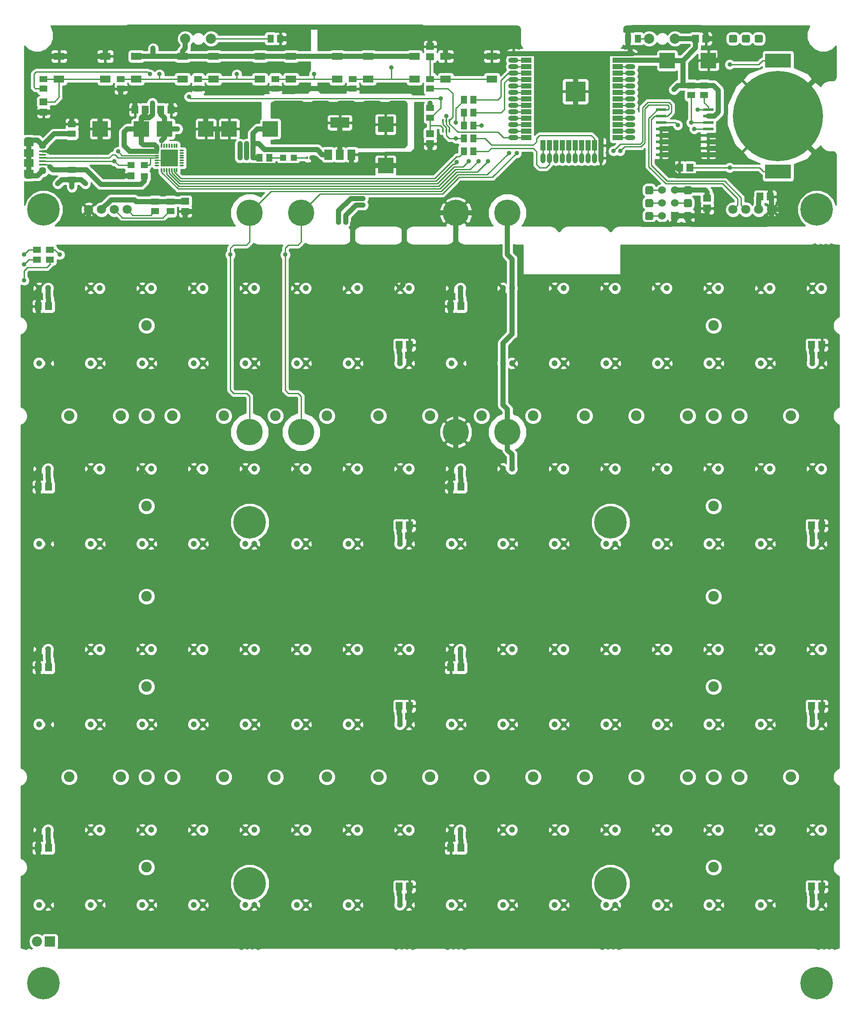
<source format=gbl>
G04 #@! TF.GenerationSoftware,KiCad,Pcbnew,5.0.0-rc2-dev-unknown-94dbcc7~63~ubuntu16.04.1*
G04 #@! TF.CreationDate,2018-04-08T19:39:25+05:30*
G04 #@! TF.ProjectId,ClockIOT,436C6F636B494F542E6B696361645F70,rev 1*
G04 #@! TF.SameCoordinates,Original*
G04 #@! TF.FileFunction,Copper,L2,Bot,Signal*
G04 #@! TF.FilePolarity,Positive*
%FSLAX46Y46*%
G04 Gerber Fmt 4.6, Leading zero omitted, Abs format (unit mm)*
G04 Created by KiCad (PCBNEW 5.0.0-rc2-dev-unknown-94dbcc7~63~ubuntu16.04.1) date Sun Apr  8 19:39:25 2018*
%MOMM*%
%LPD*%
G01*
G04 APERTURE LIST*
%ADD10C,17.780000*%
%ADD11R,5.080000X2.794000*%
%ADD12C,2.000000*%
%ADD13R,2.100000X1.400000*%
%ADD14R,3.048000X3.048000*%
%ADD15R,1.400000X1.200000*%
%ADD16R,1.400000X1.400000*%
%ADD17R,1.900000X1.500000*%
%ADD18C,1.450000*%
%ADD19R,1.350000X0.400000*%
%ADD20O,1.900000X1.200000*%
%ADD21R,1.900000X1.200000*%
%ADD22C,0.800000*%
%ADD23C,6.400000*%
%ADD24O,0.850000X0.300000*%
%ADD25O,0.300000X0.850000*%
%ADD26R,1.675000X1.675000*%
%ADD27R,1.498600X1.300480*%
%ADD28R,1.550000X1.350000*%
%ADD29R,1.350000X1.550000*%
%ADD30R,1.500000X2.000000*%
%ADD31R,3.800000X2.000000*%
%ADD32R,1.300480X1.498600*%
%ADD33R,0.400000X0.650000*%
%ADD34C,0.127000*%
%ADD35C,1.600000*%
%ADD36R,1.998980X0.599440*%
%ADD37C,5.200000*%
%ADD38C,1.524000*%
%ADD39R,1.524000X1.524000*%
%ADD40C,1.800000*%
%ADD41R,0.400000X0.600000*%
%ADD42O,1.000000X2.000000*%
%ADD43O,2.000000X1.000000*%
%ADD44R,4.000000X4.000000*%
%ADD45R,2.000000X1.000000*%
%ADD46R,1.000000X2.000000*%
%ADD47R,1.198880X1.198880*%
%ADD48R,2.000000X2.000000*%
%ADD49O,2.000000X2.000000*%
%ADD50C,1.200000*%
%ADD51C,2.082800*%
%ADD52C,0.900000*%
%ADD53C,1.016000*%
%ADD54C,0.508000*%
%ADD55C,0.152400*%
%ADD56C,0.254000*%
G04 APERTURE END LIST*
D10*
X200025000Y-69215000D03*
D11*
X200025000Y-58293000D03*
X200025000Y-80137000D03*
D12*
X83185000Y-53975000D03*
X88265000Y-53975000D03*
X179705000Y-53975000D03*
X174625000Y-53975000D03*
D13*
X88795000Y-57440000D03*
X97895000Y-57440000D03*
X97895000Y-61940000D03*
X88795000Y-61940000D03*
D14*
X91821000Y-71755000D03*
X99949000Y-71755000D03*
D15*
X75087000Y-81110000D03*
X75087000Y-78910000D03*
X72487000Y-78910000D03*
D16*
X72487000Y-81010000D03*
D17*
X52355000Y-76470000D03*
D18*
X55055000Y-79970000D03*
D19*
X55055000Y-78120000D03*
X55055000Y-78770000D03*
X55055000Y-76170000D03*
X55055000Y-76820000D03*
X55055000Y-77470000D03*
D18*
X55055000Y-74970000D03*
D17*
X52355000Y-78470000D03*
D20*
X52355000Y-80970000D03*
X52355000Y-73970000D03*
D21*
X52355000Y-74570000D03*
X52355000Y-80370000D03*
D22*
X56942056Y-85932944D03*
X55245000Y-85230000D03*
X53547944Y-85932944D03*
X52845000Y-87630000D03*
X53547944Y-89327056D03*
X55245000Y-90030000D03*
X56942056Y-89327056D03*
X57645000Y-87630000D03*
D23*
X55245000Y-87630000D03*
D13*
X73555000Y-57440000D03*
X82655000Y-57440000D03*
X82655000Y-61940000D03*
X73555000Y-61940000D03*
D14*
X186309000Y-58293000D03*
X178181000Y-58293000D03*
D22*
X80010000Y-77470000D03*
X79375000Y-76835000D03*
X80645000Y-76835000D03*
X80645000Y-78105000D03*
X79375000Y-78105000D03*
D24*
X77560000Y-78970000D03*
X77560000Y-78470000D03*
X77560000Y-77970000D03*
X77560000Y-77470000D03*
X77560000Y-76970000D03*
X77560000Y-76470000D03*
X77560000Y-75970000D03*
D25*
X78510000Y-75020000D03*
X79010000Y-75020000D03*
X79510000Y-75020000D03*
X80010000Y-75020000D03*
X80510000Y-75020000D03*
X81010000Y-75020000D03*
X81510000Y-75020000D03*
D24*
X82460000Y-75970000D03*
X82460000Y-76470000D03*
X82460000Y-76970000D03*
X82460000Y-77470000D03*
X82460000Y-77970000D03*
X82460000Y-78470000D03*
X82460000Y-78970000D03*
D25*
X81510000Y-79920000D03*
X81010000Y-79920000D03*
X80510000Y-79920000D03*
X80010000Y-79920000D03*
X79510000Y-79920000D03*
X79010000Y-79920000D03*
X78510000Y-79920000D03*
D26*
X80847500Y-76632500D03*
X80847500Y-78307500D03*
X79172500Y-76632500D03*
X79172500Y-78307500D03*
D27*
X70485000Y-61912500D03*
X70485000Y-63817500D03*
X85725000Y-61912500D03*
X85725000Y-63817500D03*
D28*
X83185000Y-87995000D03*
X83185000Y-85995000D03*
D13*
X143615000Y-61940000D03*
X134515000Y-61940000D03*
X134515000Y-57440000D03*
X143615000Y-57440000D03*
D14*
X122682000Y-78994000D03*
X122682000Y-70866000D03*
D29*
X182610000Y-79375000D03*
X180610000Y-79375000D03*
D27*
X100965000Y-61912500D03*
X100965000Y-63817500D03*
X116205000Y-61912500D03*
X116205000Y-63817500D03*
X80250000Y-86047500D03*
X80250000Y-87952500D03*
D30*
X115965000Y-76810000D03*
X111365000Y-76810000D03*
X113665000Y-76810000D03*
D31*
X113665000Y-70510000D03*
D32*
X140017500Y-68580000D03*
X138112500Y-68580000D03*
X138112500Y-71120000D03*
X140017500Y-71120000D03*
X140017500Y-73660000D03*
X138112500Y-73660000D03*
X140017500Y-76200000D03*
X138112500Y-76200000D03*
D27*
X131445000Y-63817500D03*
X131445000Y-61912500D03*
X55245000Y-63817500D03*
X55245000Y-61912500D03*
D32*
X97853500Y-77470000D03*
X99758500Y-77470000D03*
D27*
X131445000Y-67627500D03*
X131445000Y-69532500D03*
D33*
X133970000Y-72070000D03*
X135270000Y-72070000D03*
X134620000Y-70170000D03*
X134620000Y-72070000D03*
X135270000Y-70170000D03*
X133970000Y-70170000D03*
D29*
X183785000Y-53975000D03*
X185785000Y-53975000D03*
X78375000Y-67945000D03*
X80375000Y-67945000D03*
D14*
X87249000Y-71755000D03*
X79121000Y-71755000D03*
D29*
X75295000Y-67945000D03*
X73295000Y-67945000D03*
D14*
X66421000Y-71755000D03*
X74549000Y-71755000D03*
D28*
X131445000Y-57515000D03*
X131445000Y-55515000D03*
X55245000Y-66437000D03*
X55245000Y-68437000D03*
D27*
X77250000Y-86047500D03*
X77250000Y-87952500D03*
X185420000Y-63182500D03*
X185420000Y-65087500D03*
X182880000Y-63182500D03*
X182880000Y-65087500D03*
D34*
G36*
X191574207Y-53176926D02*
X191613036Y-53182686D01*
X191651114Y-53192224D01*
X191688073Y-53205448D01*
X191723559Y-53222231D01*
X191757228Y-53242412D01*
X191788757Y-53265796D01*
X191817843Y-53292157D01*
X191844204Y-53321243D01*
X191867588Y-53352772D01*
X191887769Y-53386441D01*
X191904552Y-53421927D01*
X191917776Y-53458886D01*
X191927314Y-53496964D01*
X191933074Y-53535793D01*
X191935000Y-53575000D01*
X191935000Y-54375000D01*
X191933074Y-54414207D01*
X191927314Y-54453036D01*
X191917776Y-54491114D01*
X191904552Y-54528073D01*
X191887769Y-54563559D01*
X191867588Y-54597228D01*
X191844204Y-54628757D01*
X191817843Y-54657843D01*
X191788757Y-54684204D01*
X191757228Y-54707588D01*
X191723559Y-54727769D01*
X191688073Y-54744552D01*
X191651114Y-54757776D01*
X191613036Y-54767314D01*
X191574207Y-54773074D01*
X191535000Y-54775000D01*
X190735000Y-54775000D01*
X190695793Y-54773074D01*
X190656964Y-54767314D01*
X190618886Y-54757776D01*
X190581927Y-54744552D01*
X190546441Y-54727769D01*
X190512772Y-54707588D01*
X190481243Y-54684204D01*
X190452157Y-54657843D01*
X190425796Y-54628757D01*
X190402412Y-54597228D01*
X190382231Y-54563559D01*
X190365448Y-54528073D01*
X190352224Y-54491114D01*
X190342686Y-54453036D01*
X190336926Y-54414207D01*
X190335000Y-54375000D01*
X190335000Y-53575000D01*
X190336926Y-53535793D01*
X190342686Y-53496964D01*
X190352224Y-53458886D01*
X190365448Y-53421927D01*
X190382231Y-53386441D01*
X190402412Y-53352772D01*
X190425796Y-53321243D01*
X190452157Y-53292157D01*
X190481243Y-53265796D01*
X190512772Y-53242412D01*
X190546441Y-53222231D01*
X190581927Y-53205448D01*
X190618886Y-53192224D01*
X190656964Y-53182686D01*
X190695793Y-53176926D01*
X190735000Y-53175000D01*
X191535000Y-53175000D01*
X191574207Y-53176926D01*
X191574207Y-53176926D01*
G37*
D35*
X191135000Y-53975000D03*
D13*
X104035000Y-57440000D03*
X113135000Y-57440000D03*
X113135000Y-61940000D03*
X104035000Y-61940000D03*
D22*
X209342056Y-85932944D03*
X207645000Y-85230000D03*
X205947944Y-85932944D03*
X205245000Y-87630000D03*
X205947944Y-89327056D03*
X207645000Y-90030000D03*
X209342056Y-89327056D03*
X210045000Y-87630000D03*
D23*
X207645000Y-87630000D03*
D36*
X176959260Y-67945000D03*
X176959260Y-69215000D03*
X176959260Y-70485000D03*
X176959260Y-71755000D03*
X176959260Y-73025000D03*
X176959260Y-74295000D03*
X176959260Y-75565000D03*
X176959260Y-76835000D03*
X186260740Y-76835000D03*
X186260740Y-75565000D03*
X186260740Y-74295000D03*
X186260740Y-73025000D03*
X186260740Y-71755000D03*
X186260740Y-70485000D03*
X186260740Y-69215000D03*
X186260740Y-67945000D03*
D13*
X67415000Y-61940000D03*
X58315000Y-61940000D03*
X58315000Y-57440000D03*
X67415000Y-57440000D03*
D37*
X136525000Y-88265000D03*
X146685000Y-88265000D03*
D34*
G36*
X182684207Y-88101926D02*
X182723036Y-88107686D01*
X182761114Y-88117224D01*
X182798073Y-88130448D01*
X182833559Y-88147231D01*
X182867228Y-88167412D01*
X182898757Y-88190796D01*
X182927843Y-88217157D01*
X182954204Y-88246243D01*
X182977588Y-88277772D01*
X182997769Y-88311441D01*
X183014552Y-88346927D01*
X183027776Y-88383886D01*
X183037314Y-88421964D01*
X183043074Y-88460793D01*
X183045000Y-88500000D01*
X183045000Y-89300000D01*
X183043074Y-89339207D01*
X183037314Y-89378036D01*
X183027776Y-89416114D01*
X183014552Y-89453073D01*
X182997769Y-89488559D01*
X182977588Y-89522228D01*
X182954204Y-89553757D01*
X182927843Y-89582843D01*
X182898757Y-89609204D01*
X182867228Y-89632588D01*
X182833559Y-89652769D01*
X182798073Y-89669552D01*
X182761114Y-89682776D01*
X182723036Y-89692314D01*
X182684207Y-89698074D01*
X182645000Y-89700000D01*
X181845000Y-89700000D01*
X181805793Y-89698074D01*
X181766964Y-89692314D01*
X181728886Y-89682776D01*
X181691927Y-89669552D01*
X181656441Y-89652769D01*
X181622772Y-89632588D01*
X181591243Y-89609204D01*
X181562157Y-89582843D01*
X181535796Y-89553757D01*
X181512412Y-89522228D01*
X181492231Y-89488559D01*
X181475448Y-89453073D01*
X181462224Y-89416114D01*
X181452686Y-89378036D01*
X181446926Y-89339207D01*
X181445000Y-89300000D01*
X181445000Y-88500000D01*
X181446926Y-88460793D01*
X181452686Y-88421964D01*
X181462224Y-88383886D01*
X181475448Y-88346927D01*
X181492231Y-88311441D01*
X181512412Y-88277772D01*
X181535796Y-88246243D01*
X181562157Y-88217157D01*
X181591243Y-88190796D01*
X181622772Y-88167412D01*
X181656441Y-88147231D01*
X181691927Y-88130448D01*
X181728886Y-88117224D01*
X181766964Y-88107686D01*
X181805793Y-88101926D01*
X181845000Y-88100000D01*
X182645000Y-88100000D01*
X182684207Y-88101926D01*
X182684207Y-88101926D01*
G37*
D35*
X182245000Y-88900000D03*
D34*
G36*
X175064207Y-88101926D02*
X175103036Y-88107686D01*
X175141114Y-88117224D01*
X175178073Y-88130448D01*
X175213559Y-88147231D01*
X175247228Y-88167412D01*
X175278757Y-88190796D01*
X175307843Y-88217157D01*
X175334204Y-88246243D01*
X175357588Y-88277772D01*
X175377769Y-88311441D01*
X175394552Y-88346927D01*
X175407776Y-88383886D01*
X175417314Y-88421964D01*
X175423074Y-88460793D01*
X175425000Y-88500000D01*
X175425000Y-89300000D01*
X175423074Y-89339207D01*
X175417314Y-89378036D01*
X175407776Y-89416114D01*
X175394552Y-89453073D01*
X175377769Y-89488559D01*
X175357588Y-89522228D01*
X175334204Y-89553757D01*
X175307843Y-89582843D01*
X175278757Y-89609204D01*
X175247228Y-89632588D01*
X175213559Y-89652769D01*
X175178073Y-89669552D01*
X175141114Y-89682776D01*
X175103036Y-89692314D01*
X175064207Y-89698074D01*
X175025000Y-89700000D01*
X174225000Y-89700000D01*
X174185793Y-89698074D01*
X174146964Y-89692314D01*
X174108886Y-89682776D01*
X174071927Y-89669552D01*
X174036441Y-89652769D01*
X174002772Y-89632588D01*
X173971243Y-89609204D01*
X173942157Y-89582843D01*
X173915796Y-89553757D01*
X173892412Y-89522228D01*
X173872231Y-89488559D01*
X173855448Y-89453073D01*
X173842224Y-89416114D01*
X173832686Y-89378036D01*
X173826926Y-89339207D01*
X173825000Y-89300000D01*
X173825000Y-88500000D01*
X173826926Y-88460793D01*
X173832686Y-88421964D01*
X173842224Y-88383886D01*
X173855448Y-88346927D01*
X173872231Y-88311441D01*
X173892412Y-88277772D01*
X173915796Y-88246243D01*
X173942157Y-88217157D01*
X173971243Y-88190796D01*
X174002772Y-88167412D01*
X174036441Y-88147231D01*
X174071927Y-88130448D01*
X174108886Y-88117224D01*
X174146964Y-88107686D01*
X174185793Y-88101926D01*
X174225000Y-88100000D01*
X175025000Y-88100000D01*
X175064207Y-88101926D01*
X175064207Y-88101926D01*
G37*
D35*
X174625000Y-88900000D03*
D34*
G36*
X182684207Y-85561926D02*
X182723036Y-85567686D01*
X182761114Y-85577224D01*
X182798073Y-85590448D01*
X182833559Y-85607231D01*
X182867228Y-85627412D01*
X182898757Y-85650796D01*
X182927843Y-85677157D01*
X182954204Y-85706243D01*
X182977588Y-85737772D01*
X182997769Y-85771441D01*
X183014552Y-85806927D01*
X183027776Y-85843886D01*
X183037314Y-85881964D01*
X183043074Y-85920793D01*
X183045000Y-85960000D01*
X183045000Y-86760000D01*
X183043074Y-86799207D01*
X183037314Y-86838036D01*
X183027776Y-86876114D01*
X183014552Y-86913073D01*
X182997769Y-86948559D01*
X182977588Y-86982228D01*
X182954204Y-87013757D01*
X182927843Y-87042843D01*
X182898757Y-87069204D01*
X182867228Y-87092588D01*
X182833559Y-87112769D01*
X182798073Y-87129552D01*
X182761114Y-87142776D01*
X182723036Y-87152314D01*
X182684207Y-87158074D01*
X182645000Y-87160000D01*
X181845000Y-87160000D01*
X181805793Y-87158074D01*
X181766964Y-87152314D01*
X181728886Y-87142776D01*
X181691927Y-87129552D01*
X181656441Y-87112769D01*
X181622772Y-87092588D01*
X181591243Y-87069204D01*
X181562157Y-87042843D01*
X181535796Y-87013757D01*
X181512412Y-86982228D01*
X181492231Y-86948559D01*
X181475448Y-86913073D01*
X181462224Y-86876114D01*
X181452686Y-86838036D01*
X181446926Y-86799207D01*
X181445000Y-86760000D01*
X181445000Y-85960000D01*
X181446926Y-85920793D01*
X181452686Y-85881964D01*
X181462224Y-85843886D01*
X181475448Y-85806927D01*
X181492231Y-85771441D01*
X181512412Y-85737772D01*
X181535796Y-85706243D01*
X181562157Y-85677157D01*
X181591243Y-85650796D01*
X181622772Y-85627412D01*
X181656441Y-85607231D01*
X181691927Y-85590448D01*
X181728886Y-85577224D01*
X181766964Y-85567686D01*
X181805793Y-85561926D01*
X181845000Y-85560000D01*
X182645000Y-85560000D01*
X182684207Y-85561926D01*
X182684207Y-85561926D01*
G37*
D35*
X182245000Y-86360000D03*
D38*
X179705000Y-83820000D03*
X177165000Y-83820000D03*
X179705000Y-86360000D03*
X177165000Y-86360000D03*
D39*
X179705000Y-88900000D03*
D38*
X177165000Y-88900000D03*
D34*
G36*
X175064207Y-85561926D02*
X175103036Y-85567686D01*
X175141114Y-85577224D01*
X175178073Y-85590448D01*
X175213559Y-85607231D01*
X175247228Y-85627412D01*
X175278757Y-85650796D01*
X175307843Y-85677157D01*
X175334204Y-85706243D01*
X175357588Y-85737772D01*
X175377769Y-85771441D01*
X175394552Y-85806927D01*
X175407776Y-85843886D01*
X175417314Y-85881964D01*
X175423074Y-85920793D01*
X175425000Y-85960000D01*
X175425000Y-86760000D01*
X175423074Y-86799207D01*
X175417314Y-86838036D01*
X175407776Y-86876114D01*
X175394552Y-86913073D01*
X175377769Y-86948559D01*
X175357588Y-86982228D01*
X175334204Y-87013757D01*
X175307843Y-87042843D01*
X175278757Y-87069204D01*
X175247228Y-87092588D01*
X175213559Y-87112769D01*
X175178073Y-87129552D01*
X175141114Y-87142776D01*
X175103036Y-87152314D01*
X175064207Y-87158074D01*
X175025000Y-87160000D01*
X174225000Y-87160000D01*
X174185793Y-87158074D01*
X174146964Y-87152314D01*
X174108886Y-87142776D01*
X174071927Y-87129552D01*
X174036441Y-87112769D01*
X174002772Y-87092588D01*
X173971243Y-87069204D01*
X173942157Y-87042843D01*
X173915796Y-87013757D01*
X173892412Y-86982228D01*
X173872231Y-86948559D01*
X173855448Y-86913073D01*
X173842224Y-86876114D01*
X173832686Y-86838036D01*
X173826926Y-86799207D01*
X173825000Y-86760000D01*
X173825000Y-85960000D01*
X173826926Y-85920793D01*
X173832686Y-85881964D01*
X173842224Y-85843886D01*
X173855448Y-85806927D01*
X173872231Y-85771441D01*
X173892412Y-85737772D01*
X173915796Y-85706243D01*
X173942157Y-85677157D01*
X173971243Y-85650796D01*
X174002772Y-85627412D01*
X174036441Y-85607231D01*
X174071927Y-85590448D01*
X174108886Y-85577224D01*
X174146964Y-85567686D01*
X174185793Y-85561926D01*
X174225000Y-85560000D01*
X175025000Y-85560000D01*
X175064207Y-85561926D01*
X175064207Y-85561926D01*
G37*
D35*
X174625000Y-86360000D03*
D34*
G36*
X182684207Y-83021926D02*
X182723036Y-83027686D01*
X182761114Y-83037224D01*
X182798073Y-83050448D01*
X182833559Y-83067231D01*
X182867228Y-83087412D01*
X182898757Y-83110796D01*
X182927843Y-83137157D01*
X182954204Y-83166243D01*
X182977588Y-83197772D01*
X182997769Y-83231441D01*
X183014552Y-83266927D01*
X183027776Y-83303886D01*
X183037314Y-83341964D01*
X183043074Y-83380793D01*
X183045000Y-83420000D01*
X183045000Y-84220000D01*
X183043074Y-84259207D01*
X183037314Y-84298036D01*
X183027776Y-84336114D01*
X183014552Y-84373073D01*
X182997769Y-84408559D01*
X182977588Y-84442228D01*
X182954204Y-84473757D01*
X182927843Y-84502843D01*
X182898757Y-84529204D01*
X182867228Y-84552588D01*
X182833559Y-84572769D01*
X182798073Y-84589552D01*
X182761114Y-84602776D01*
X182723036Y-84612314D01*
X182684207Y-84618074D01*
X182645000Y-84620000D01*
X181845000Y-84620000D01*
X181805793Y-84618074D01*
X181766964Y-84612314D01*
X181728886Y-84602776D01*
X181691927Y-84589552D01*
X181656441Y-84572769D01*
X181622772Y-84552588D01*
X181591243Y-84529204D01*
X181562157Y-84502843D01*
X181535796Y-84473757D01*
X181512412Y-84442228D01*
X181492231Y-84408559D01*
X181475448Y-84373073D01*
X181462224Y-84336114D01*
X181452686Y-84298036D01*
X181446926Y-84259207D01*
X181445000Y-84220000D01*
X181445000Y-83420000D01*
X181446926Y-83380793D01*
X181452686Y-83341964D01*
X181462224Y-83303886D01*
X181475448Y-83266927D01*
X181492231Y-83231441D01*
X181512412Y-83197772D01*
X181535796Y-83166243D01*
X181562157Y-83137157D01*
X181591243Y-83110796D01*
X181622772Y-83087412D01*
X181656441Y-83067231D01*
X181691927Y-83050448D01*
X181728886Y-83037224D01*
X181766964Y-83027686D01*
X181805793Y-83021926D01*
X181845000Y-83020000D01*
X182645000Y-83020000D01*
X182684207Y-83021926D01*
X182684207Y-83021926D01*
G37*
D35*
X182245000Y-83820000D03*
D34*
G36*
X175064207Y-83021926D02*
X175103036Y-83027686D01*
X175141114Y-83037224D01*
X175178073Y-83050448D01*
X175213559Y-83067231D01*
X175247228Y-83087412D01*
X175278757Y-83110796D01*
X175307843Y-83137157D01*
X175334204Y-83166243D01*
X175357588Y-83197772D01*
X175377769Y-83231441D01*
X175394552Y-83266927D01*
X175407776Y-83303886D01*
X175417314Y-83341964D01*
X175423074Y-83380793D01*
X175425000Y-83420000D01*
X175425000Y-84220000D01*
X175423074Y-84259207D01*
X175417314Y-84298036D01*
X175407776Y-84336114D01*
X175394552Y-84373073D01*
X175377769Y-84408559D01*
X175357588Y-84442228D01*
X175334204Y-84473757D01*
X175307843Y-84502843D01*
X175278757Y-84529204D01*
X175247228Y-84552588D01*
X175213559Y-84572769D01*
X175178073Y-84589552D01*
X175141114Y-84602776D01*
X175103036Y-84612314D01*
X175064207Y-84618074D01*
X175025000Y-84620000D01*
X174225000Y-84620000D01*
X174185793Y-84618074D01*
X174146964Y-84612314D01*
X174108886Y-84602776D01*
X174071927Y-84589552D01*
X174036441Y-84572769D01*
X174002772Y-84552588D01*
X173971243Y-84529204D01*
X173942157Y-84502843D01*
X173915796Y-84473757D01*
X173892412Y-84442228D01*
X173872231Y-84408559D01*
X173855448Y-84373073D01*
X173842224Y-84336114D01*
X173832686Y-84298036D01*
X173826926Y-84259207D01*
X173825000Y-84220000D01*
X173825000Y-83420000D01*
X173826926Y-83380793D01*
X173832686Y-83341964D01*
X173842224Y-83303886D01*
X173855448Y-83266927D01*
X173872231Y-83231441D01*
X173892412Y-83197772D01*
X173915796Y-83166243D01*
X173942157Y-83137157D01*
X173971243Y-83110796D01*
X174002772Y-83087412D01*
X174036441Y-83067231D01*
X174071927Y-83050448D01*
X174108886Y-83037224D01*
X174146964Y-83027686D01*
X174185793Y-83021926D01*
X174225000Y-83020000D01*
X175025000Y-83020000D01*
X175064207Y-83021926D01*
X175064207Y-83021926D01*
G37*
D35*
X174625000Y-83820000D03*
D28*
X186055000Y-87360000D03*
X186055000Y-85360000D03*
D34*
G36*
X196654207Y-53176926D02*
X196693036Y-53182686D01*
X196731114Y-53192224D01*
X196768073Y-53205448D01*
X196803559Y-53222231D01*
X196837228Y-53242412D01*
X196868757Y-53265796D01*
X196897843Y-53292157D01*
X196924204Y-53321243D01*
X196947588Y-53352772D01*
X196967769Y-53386441D01*
X196984552Y-53421927D01*
X196997776Y-53458886D01*
X197007314Y-53496964D01*
X197013074Y-53535793D01*
X197015000Y-53575000D01*
X197015000Y-54375000D01*
X197013074Y-54414207D01*
X197007314Y-54453036D01*
X196997776Y-54491114D01*
X196984552Y-54528073D01*
X196967769Y-54563559D01*
X196947588Y-54597228D01*
X196924204Y-54628757D01*
X196897843Y-54657843D01*
X196868757Y-54684204D01*
X196837228Y-54707588D01*
X196803559Y-54727769D01*
X196768073Y-54744552D01*
X196731114Y-54757776D01*
X196693036Y-54767314D01*
X196654207Y-54773074D01*
X196615000Y-54775000D01*
X195815000Y-54775000D01*
X195775793Y-54773074D01*
X195736964Y-54767314D01*
X195698886Y-54757776D01*
X195661927Y-54744552D01*
X195626441Y-54727769D01*
X195592772Y-54707588D01*
X195561243Y-54684204D01*
X195532157Y-54657843D01*
X195505796Y-54628757D01*
X195482412Y-54597228D01*
X195462231Y-54563559D01*
X195445448Y-54528073D01*
X195432224Y-54491114D01*
X195422686Y-54453036D01*
X195416926Y-54414207D01*
X195415000Y-54375000D01*
X195415000Y-53575000D01*
X195416926Y-53535793D01*
X195422686Y-53496964D01*
X195432224Y-53458886D01*
X195445448Y-53421927D01*
X195462231Y-53386441D01*
X195482412Y-53352772D01*
X195505796Y-53321243D01*
X195532157Y-53292157D01*
X195561243Y-53265796D01*
X195592772Y-53242412D01*
X195626441Y-53222231D01*
X195661927Y-53205448D01*
X195698886Y-53192224D01*
X195736964Y-53182686D01*
X195775793Y-53176926D01*
X195815000Y-53175000D01*
X196615000Y-53175000D01*
X196654207Y-53176926D01*
X196654207Y-53176926D01*
G37*
D35*
X196215000Y-53975000D03*
D34*
G36*
X194114207Y-53176926D02*
X194153036Y-53182686D01*
X194191114Y-53192224D01*
X194228073Y-53205448D01*
X194263559Y-53222231D01*
X194297228Y-53242412D01*
X194328757Y-53265796D01*
X194357843Y-53292157D01*
X194384204Y-53321243D01*
X194407588Y-53352772D01*
X194427769Y-53386441D01*
X194444552Y-53421927D01*
X194457776Y-53458886D01*
X194467314Y-53496964D01*
X194473074Y-53535793D01*
X194475000Y-53575000D01*
X194475000Y-54375000D01*
X194473074Y-54414207D01*
X194467314Y-54453036D01*
X194457776Y-54491114D01*
X194444552Y-54528073D01*
X194427769Y-54563559D01*
X194407588Y-54597228D01*
X194384204Y-54628757D01*
X194357843Y-54657843D01*
X194328757Y-54684204D01*
X194297228Y-54707588D01*
X194263559Y-54727769D01*
X194228073Y-54744552D01*
X194191114Y-54757776D01*
X194153036Y-54767314D01*
X194114207Y-54773074D01*
X194075000Y-54775000D01*
X193275000Y-54775000D01*
X193235793Y-54773074D01*
X193196964Y-54767314D01*
X193158886Y-54757776D01*
X193121927Y-54744552D01*
X193086441Y-54727769D01*
X193052772Y-54707588D01*
X193021243Y-54684204D01*
X192992157Y-54657843D01*
X192965796Y-54628757D01*
X192942412Y-54597228D01*
X192922231Y-54563559D01*
X192905448Y-54528073D01*
X192892224Y-54491114D01*
X192882686Y-54453036D01*
X192876926Y-54414207D01*
X192875000Y-54375000D01*
X192875000Y-53575000D01*
X192876926Y-53535793D01*
X192882686Y-53496964D01*
X192892224Y-53458886D01*
X192905448Y-53421927D01*
X192922231Y-53386441D01*
X192942412Y-53352772D01*
X192965796Y-53321243D01*
X192992157Y-53292157D01*
X193021243Y-53265796D01*
X193052772Y-53242412D01*
X193086441Y-53222231D01*
X193121927Y-53205448D01*
X193158886Y-53192224D01*
X193196964Y-53182686D01*
X193235793Y-53176926D01*
X193275000Y-53175000D01*
X194075000Y-53175000D01*
X194114207Y-53176926D01*
X194114207Y-53176926D01*
G37*
D35*
X193675000Y-53975000D03*
D40*
X64135000Y-87630000D03*
X66675000Y-87630000D03*
X69215000Y-87630000D03*
X71755000Y-87630000D03*
X191135000Y-87630000D03*
X193675000Y-87630000D03*
X196215000Y-87630000D03*
X198755000Y-87630000D03*
D29*
X196485000Y-85090000D03*
X198485000Y-85090000D03*
D37*
X106045000Y-88265000D03*
X95885000Y-88265000D03*
D41*
X108146000Y-77470000D03*
X107246000Y-77470000D03*
D42*
X158750000Y-77480000D03*
X153670000Y-77480000D03*
X154940000Y-77480000D03*
X156210000Y-77480000D03*
X157480000Y-77480000D03*
X160020000Y-77480000D03*
X161290000Y-77480000D03*
X162560000Y-77480000D03*
X163830000Y-77480000D03*
X165100000Y-77480000D03*
D43*
X147885000Y-59520000D03*
X147885000Y-70950000D03*
X147885000Y-62060000D03*
X147885000Y-64600000D03*
X147885000Y-65870000D03*
X147885000Y-72220000D03*
X147885000Y-73490000D03*
X147885000Y-63330000D03*
X147885000Y-69680000D03*
X147885000Y-56980000D03*
X147885000Y-60790000D03*
X147885000Y-68410000D03*
X147885000Y-67140000D03*
X147885000Y-58250000D03*
X170885000Y-73490000D03*
X170885000Y-72220000D03*
X170885000Y-70950000D03*
X170885000Y-69680000D03*
X170885000Y-68410000D03*
X170885000Y-67140000D03*
X170885000Y-65870000D03*
X170885000Y-64600000D03*
X170885000Y-63330000D03*
X170885000Y-62060000D03*
X170885000Y-60790000D03*
X170885000Y-59520000D03*
X170885000Y-58250000D03*
X170885000Y-56980000D03*
D44*
X160085000Y-64380000D03*
D45*
X150385000Y-56980000D03*
X150385000Y-58250000D03*
X150385000Y-59520000D03*
X150385000Y-60790000D03*
X150385000Y-62060000D03*
X150385000Y-63330000D03*
X150385000Y-64600000D03*
X150385000Y-65870000D03*
X150385000Y-67140000D03*
X150385000Y-68410000D03*
X150385000Y-69680000D03*
X150385000Y-70950000D03*
X150385000Y-72220000D03*
X150385000Y-73490000D03*
D46*
X153670000Y-74980000D03*
X154940000Y-74980000D03*
X156210000Y-74980000D03*
X157480000Y-74980000D03*
X158750000Y-74980000D03*
X160020000Y-74980000D03*
X161290000Y-74980000D03*
X162560000Y-74980000D03*
X163830000Y-74980000D03*
X165100000Y-74980000D03*
D45*
X168385000Y-73490000D03*
X168385000Y-72220000D03*
X168385000Y-70950000D03*
X168385000Y-69680000D03*
X168385000Y-68410000D03*
X168385000Y-67140000D03*
X168385000Y-65870000D03*
X168385000Y-64600000D03*
X168385000Y-63330000D03*
X168385000Y-62060000D03*
X168385000Y-60790000D03*
X168385000Y-59520000D03*
X168385000Y-58250000D03*
X168385000Y-56980000D03*
D32*
X140017500Y-66040000D03*
X138112500Y-66040000D03*
D28*
X131445000Y-72660000D03*
X131445000Y-74660000D03*
D13*
X119275000Y-57440000D03*
X128375000Y-57440000D03*
X128375000Y-61940000D03*
X119275000Y-61940000D03*
D47*
X102455980Y-77470000D03*
X104554020Y-77470000D03*
D29*
X56245000Y-177800000D03*
X54245000Y-177800000D03*
X137525000Y-142240000D03*
X135525000Y-142240000D03*
X56245000Y-106680000D03*
X54245000Y-106680000D03*
D23*
X55245000Y-240030000D03*
D22*
X57645000Y-240030000D03*
X56942056Y-241727056D03*
X55245000Y-242430000D03*
X53547944Y-241727056D03*
X52845000Y-240030000D03*
X53547944Y-238332944D03*
X55245000Y-237630000D03*
X56942056Y-238332944D03*
D23*
X207645000Y-240030000D03*
D22*
X210045000Y-240030000D03*
X209342056Y-241727056D03*
X207645000Y-242430000D03*
X205947944Y-241727056D03*
X205245000Y-240030000D03*
X205947944Y-238332944D03*
X207645000Y-237630000D03*
X209342056Y-238332944D03*
D23*
X95885000Y-149225000D03*
D22*
X98285000Y-149225000D03*
X97582056Y-150922056D03*
X95885000Y-151625000D03*
X94187944Y-150922056D03*
X93485000Y-149225000D03*
X94187944Y-147527944D03*
X95885000Y-146825000D03*
X97582056Y-147527944D03*
D23*
X167005000Y-149225000D03*
D22*
X169405000Y-149225000D03*
X168702056Y-150922056D03*
X167005000Y-151625000D03*
X165307944Y-150922056D03*
X164605000Y-149225000D03*
X165307944Y-147527944D03*
X167005000Y-146825000D03*
X168702056Y-147527944D03*
D23*
X167005000Y-220345000D03*
D22*
X169405000Y-220345000D03*
X168702056Y-222042056D03*
X167005000Y-222745000D03*
X165307944Y-222042056D03*
X164605000Y-220345000D03*
X165307944Y-218647944D03*
X167005000Y-217945000D03*
X168702056Y-218647944D03*
D23*
X95885000Y-220345000D03*
D22*
X98285000Y-220345000D03*
X97582056Y-222042056D03*
X95885000Y-222745000D03*
X94187944Y-222042056D03*
X93485000Y-220345000D03*
X94187944Y-218647944D03*
X95885000Y-217945000D03*
X97582056Y-218647944D03*
D37*
X95885000Y-131445000D03*
X106045000Y-131445000D03*
X146685000Y-131445000D03*
X136525000Y-131445000D03*
D48*
X56515000Y-231775000D03*
D49*
X53975000Y-231775000D03*
D50*
X64505000Y-224560000D03*
X66305000Y-224560000D03*
D27*
X53975000Y-97472500D03*
X53975000Y-95567500D03*
X56515000Y-97472500D03*
X56515000Y-95567500D03*
D32*
X101917500Y-53975000D03*
X100012500Y-53975000D03*
X170497500Y-53975000D03*
X172402500Y-53975000D03*
D50*
X196585000Y-117880000D03*
X198385000Y-117880000D03*
X56145000Y-103100000D03*
X54345000Y-103100000D03*
X76465000Y-103100000D03*
X74665000Y-103100000D03*
X86625000Y-103100000D03*
X84825000Y-103100000D03*
X96785000Y-103100000D03*
X94985000Y-103100000D03*
X106945000Y-103100000D03*
X105145000Y-103100000D03*
X117105000Y-103100000D03*
X115305000Y-103100000D03*
X127265000Y-103100000D03*
X125465000Y-103100000D03*
X137425000Y-103100000D03*
X135625000Y-103100000D03*
X147585000Y-103100000D03*
X145785000Y-103100000D03*
X157745000Y-103100000D03*
X155945000Y-103100000D03*
X167905000Y-103100000D03*
X166105000Y-103100000D03*
X178065000Y-103100000D03*
X176265000Y-103100000D03*
X188225000Y-103100000D03*
X186425000Y-103100000D03*
X198385000Y-103100000D03*
X196585000Y-103100000D03*
X208545000Y-103100000D03*
X206745000Y-103100000D03*
X206745000Y-117880000D03*
X208545000Y-117880000D03*
X186425000Y-117880000D03*
X188225000Y-117880000D03*
X176265000Y-117880000D03*
X178065000Y-117880000D03*
X166105000Y-117880000D03*
X167905000Y-117880000D03*
X155945000Y-117880000D03*
X157745000Y-117880000D03*
X145785000Y-117880000D03*
X147585000Y-117880000D03*
X135625000Y-117880000D03*
X137425000Y-117880000D03*
X125465000Y-117880000D03*
X127265000Y-117880000D03*
X115305000Y-117880000D03*
X117105000Y-117880000D03*
X105145000Y-117880000D03*
X106945000Y-117880000D03*
X94985000Y-117880000D03*
X96785000Y-117880000D03*
X84825000Y-117880000D03*
X86625000Y-117880000D03*
X74665000Y-117880000D03*
X76465000Y-117880000D03*
X64505000Y-117880000D03*
X66305000Y-117880000D03*
X54345000Y-117880000D03*
X56145000Y-117880000D03*
X56145000Y-138660000D03*
X54345000Y-138660000D03*
X66305000Y-138660000D03*
X64505000Y-138660000D03*
X76465000Y-138660000D03*
X74665000Y-138660000D03*
X86625000Y-138660000D03*
X84825000Y-138660000D03*
X96785000Y-138660000D03*
X94985000Y-138660000D03*
X106945000Y-138660000D03*
X105145000Y-138660000D03*
X117105000Y-138660000D03*
X115305000Y-138660000D03*
X127265000Y-138660000D03*
X125465000Y-138660000D03*
X137425000Y-138660000D03*
X135625000Y-138660000D03*
X147585000Y-138660000D03*
X145785000Y-138660000D03*
X157745000Y-138660000D03*
X155945000Y-138660000D03*
X167905000Y-138660000D03*
X166105000Y-138660000D03*
X178065000Y-138660000D03*
X176265000Y-138660000D03*
X188225000Y-138660000D03*
X186425000Y-138660000D03*
X198385000Y-138660000D03*
X196585000Y-138660000D03*
X208545000Y-138660000D03*
X206745000Y-138660000D03*
X206745000Y-153440000D03*
X208545000Y-153440000D03*
X196585000Y-153440000D03*
X198385000Y-153440000D03*
X186425000Y-153440000D03*
X188225000Y-153440000D03*
X176265000Y-153440000D03*
X178065000Y-153440000D03*
X166105000Y-153440000D03*
X167905000Y-153440000D03*
X155945000Y-153440000D03*
X157745000Y-153440000D03*
X145785000Y-153440000D03*
X147585000Y-153440000D03*
X135625000Y-153440000D03*
X137425000Y-153440000D03*
X125465000Y-153440000D03*
X127265000Y-153440000D03*
X115305000Y-153440000D03*
X117105000Y-153440000D03*
X105145000Y-153440000D03*
X106945000Y-153440000D03*
X94985000Y-153440000D03*
X96785000Y-153440000D03*
X84825000Y-153440000D03*
X86625000Y-153440000D03*
X74665000Y-153440000D03*
X76465000Y-153440000D03*
X64505000Y-153440000D03*
X66305000Y-153440000D03*
X54345000Y-153440000D03*
X56145000Y-153440000D03*
X56145000Y-174220000D03*
X54345000Y-174220000D03*
X66305000Y-174220000D03*
X64505000Y-174220000D03*
X76465000Y-174220000D03*
X74665000Y-174220000D03*
X86625000Y-174220000D03*
X84825000Y-174220000D03*
X96785000Y-174220000D03*
X94985000Y-174220000D03*
X106945000Y-174220000D03*
X105145000Y-174220000D03*
X117105000Y-174220000D03*
X115305000Y-174220000D03*
X127265000Y-174220000D03*
X125465000Y-174220000D03*
X137425000Y-174220000D03*
X135625000Y-174220000D03*
X147585000Y-174220000D03*
X145785000Y-174220000D03*
X157745000Y-174220000D03*
X155945000Y-174220000D03*
X167905000Y-174220000D03*
X166105000Y-174220000D03*
X178065000Y-174220000D03*
X176265000Y-174220000D03*
X188225000Y-174220000D03*
X186425000Y-174220000D03*
X198385000Y-174220000D03*
X196585000Y-174220000D03*
X208545000Y-174220000D03*
X206745000Y-174220000D03*
X206745000Y-189000000D03*
X208545000Y-189000000D03*
X196585000Y-189000000D03*
X198385000Y-189000000D03*
X186425000Y-189000000D03*
X188225000Y-189000000D03*
X176265000Y-189000000D03*
X178065000Y-189000000D03*
X166105000Y-189000000D03*
X167905000Y-189000000D03*
X155945000Y-189000000D03*
X157745000Y-189000000D03*
X145785000Y-189000000D03*
X147585000Y-189000000D03*
X135625000Y-189000000D03*
X137425000Y-189000000D03*
X125465000Y-189000000D03*
X127265000Y-189000000D03*
X115305000Y-189000000D03*
X117105000Y-189000000D03*
X105145000Y-189000000D03*
X106945000Y-189000000D03*
X94985000Y-189000000D03*
X96785000Y-189000000D03*
X84825000Y-189000000D03*
X86625000Y-189000000D03*
X74665000Y-189000000D03*
X76465000Y-189000000D03*
X64505000Y-189000000D03*
X66305000Y-189000000D03*
X54345000Y-189000000D03*
X56145000Y-189000000D03*
X56145000Y-209780000D03*
X54345000Y-209780000D03*
X66305000Y-209780000D03*
X64505000Y-209780000D03*
X76465000Y-209780000D03*
X74665000Y-209780000D03*
X86625000Y-209780000D03*
X84825000Y-209780000D03*
X96785000Y-209780000D03*
X94985000Y-209780000D03*
X106945000Y-209780000D03*
X105145000Y-209780000D03*
X117105000Y-209780000D03*
X115305000Y-209780000D03*
X127265000Y-209780000D03*
X125465000Y-209780000D03*
X137425000Y-209780000D03*
X135625000Y-209780000D03*
X147585000Y-209780000D03*
X145785000Y-209780000D03*
X157745000Y-209780000D03*
X155945000Y-209780000D03*
X167905000Y-209780000D03*
X166105000Y-209780000D03*
X178065000Y-209780000D03*
X176265000Y-209780000D03*
X188225000Y-209780000D03*
X186425000Y-209780000D03*
X198385000Y-209780000D03*
X196585000Y-209780000D03*
X208545000Y-209780000D03*
X206745000Y-209780000D03*
X206745000Y-224560000D03*
X208545000Y-224560000D03*
X196585000Y-224560000D03*
X198385000Y-224560000D03*
X186425000Y-224560000D03*
X188225000Y-224560000D03*
X176265000Y-224560000D03*
X178065000Y-224560000D03*
X166105000Y-224560000D03*
X167905000Y-224560000D03*
X155945000Y-224560000D03*
X157745000Y-224560000D03*
X145785000Y-224560000D03*
X147585000Y-224560000D03*
X135625000Y-224560000D03*
X137425000Y-224560000D03*
X125465000Y-224560000D03*
X127265000Y-224560000D03*
X115305000Y-224560000D03*
X117105000Y-224560000D03*
X105145000Y-224560000D03*
X106945000Y-224560000D03*
X94985000Y-224560000D03*
X96785000Y-224560000D03*
X84825000Y-224560000D03*
X86625000Y-224560000D03*
X74665000Y-224560000D03*
X76465000Y-224560000D03*
X54345000Y-224560000D03*
X56145000Y-224560000D03*
X66305000Y-103100000D03*
X64505000Y-103100000D03*
D51*
X187325000Y-217170000D03*
X187325000Y-199390000D03*
X187325000Y-181610000D03*
X187325000Y-163830000D03*
X187325000Y-146050000D03*
X187325000Y-128270000D03*
X187325000Y-110490000D03*
X75565000Y-217170000D03*
X75565000Y-199390000D03*
X75565000Y-181610000D03*
X75565000Y-163830000D03*
X75565000Y-146050000D03*
X75565000Y-128270000D03*
X75565000Y-110490000D03*
X202565000Y-199390000D03*
X192405000Y-199390000D03*
X182245000Y-199390000D03*
X172085000Y-199390000D03*
X161925000Y-199390000D03*
X151765000Y-199390000D03*
X141605000Y-199390000D03*
X131445000Y-199390000D03*
X121285000Y-199390000D03*
X111125000Y-199390000D03*
X100965000Y-199390000D03*
X90805000Y-199390000D03*
X80645000Y-199390000D03*
X70485000Y-199390000D03*
X60325000Y-199390000D03*
X202565000Y-128270000D03*
X192405000Y-128270000D03*
X182245000Y-128270000D03*
X172085000Y-128270000D03*
X161925000Y-128270000D03*
X151765000Y-128270000D03*
X141605000Y-128270000D03*
X131445000Y-128270000D03*
X121285000Y-128270000D03*
X111125000Y-128270000D03*
X100965000Y-128270000D03*
X90805000Y-128270000D03*
X80645000Y-128270000D03*
X70485000Y-128270000D03*
X60325000Y-128270000D03*
D29*
X137525000Y-106680000D03*
X135525000Y-106680000D03*
X206645000Y-114300000D03*
X208645000Y-114300000D03*
X125365000Y-114300000D03*
X127365000Y-114300000D03*
X56245000Y-142240000D03*
X54245000Y-142240000D03*
X206645000Y-149860000D03*
X208645000Y-149860000D03*
X125365000Y-149860000D03*
X127365000Y-149860000D03*
X137525000Y-177800000D03*
X135525000Y-177800000D03*
X206645000Y-185420000D03*
X208645000Y-185420000D03*
X125365000Y-185420000D03*
X127365000Y-185420000D03*
X56245000Y-213360000D03*
X54245000Y-213360000D03*
X137525000Y-213360000D03*
X135525000Y-213360000D03*
X206645000Y-220980000D03*
X208645000Y-220980000D03*
X125365000Y-220980000D03*
X127365000Y-220980000D03*
D27*
X60833000Y-79819500D03*
X60833000Y-81724500D03*
X60833000Y-72707500D03*
X60833000Y-70802500D03*
D52*
X87376000Y-88011000D03*
X86106000Y-88011000D03*
X84836000Y-88011000D03*
X70993000Y-81010000D03*
X66421000Y-79756000D03*
X66421000Y-74549000D03*
X155575000Y-106680000D03*
X165735000Y-106680000D03*
X175895000Y-106680000D03*
X145415000Y-106680000D03*
X51435000Y-98425000D03*
X51435000Y-101600000D03*
X81661000Y-71755000D03*
X95250000Y-74676000D03*
X95250000Y-76073000D03*
X95250000Y-77470000D03*
X60833000Y-83185000D03*
X58039000Y-82550000D03*
X63500000Y-82550000D03*
X118237000Y-86741000D03*
X114808000Y-90170000D03*
X118237000Y-85471000D03*
X113411000Y-90170000D03*
X96520000Y-76073000D03*
X96520000Y-77470000D03*
X96520000Y-74676000D03*
X93980000Y-74676000D03*
X93980000Y-76073000D03*
X93980000Y-77470000D03*
X148500000Y-76500000D03*
X102870000Y-96520000D03*
X51435000Y-96520000D03*
X147000000Y-76500000D03*
X92075000Y-96520000D03*
X58420000Y-96520000D03*
X190500000Y-59055000D03*
X190500000Y-79375000D03*
X180250000Y-71000000D03*
X103505000Y-72390000D03*
X103505000Y-70485000D03*
X103505000Y-68580000D03*
X76708000Y-66675000D03*
X121285000Y-74295000D03*
X123825000Y-74295000D03*
X100965000Y-74295000D03*
X103505000Y-74295000D03*
X106045000Y-74295000D03*
X108585000Y-74295000D03*
X113665000Y-74295000D03*
X116205000Y-74295000D03*
X118745000Y-74295000D03*
X126365000Y-74295000D03*
X126365000Y-70485000D03*
X126365000Y-68580000D03*
X111125000Y-74295000D03*
X126365000Y-72390000D03*
X76835000Y-55880000D03*
X126365000Y-66675000D03*
X123825000Y-66675000D03*
X121285000Y-66675000D03*
X118745000Y-66675000D03*
X116205000Y-66675000D03*
X113665000Y-66675000D03*
X111125000Y-66675000D03*
X108585000Y-66675000D03*
X106045000Y-66675000D03*
X103505000Y-66675000D03*
X100965000Y-66675000D03*
X116205000Y-68580000D03*
X109855000Y-72390000D03*
X117475000Y-69850000D03*
X109855000Y-69850000D03*
X111125000Y-68580000D03*
X112395000Y-68580000D03*
X114935000Y-68580000D03*
X113665000Y-68580000D03*
X117475000Y-72390000D03*
X117475000Y-71120000D03*
X109855000Y-71120000D03*
X131445000Y-66675000D03*
X179500000Y-64000000D03*
X83947000Y-65405000D03*
X76200000Y-60960000D03*
X133500000Y-65749996D03*
X69215002Y-78105000D03*
X69977000Y-76200000D03*
X168900000Y-76100000D03*
X167600000Y-76100000D03*
X142875000Y-78105000D03*
X134620000Y-69215000D03*
X136687350Y-78267350D03*
X136525000Y-73660000D03*
X182880000Y-70485000D03*
X184150000Y-67945000D03*
X123825000Y-59690000D03*
X108585000Y-60960000D03*
X136525000Y-70485000D03*
X139065000Y-78105000D03*
X141605000Y-71120000D03*
X140970000Y-78105000D03*
X93345000Y-60960000D03*
X78105000Y-60960000D03*
X183515000Y-71755000D03*
D53*
X55245000Y-68437000D02*
X60833000Y-68437000D01*
X60833000Y-69136260D02*
X60833000Y-68437000D01*
X60833000Y-68437000D02*
X61738000Y-68437000D01*
X60833000Y-70802500D02*
X60833000Y-69136260D01*
X61738000Y-68437000D02*
X63925000Y-66250000D01*
X63925000Y-66250000D02*
X66421000Y-66250000D01*
X56896000Y-75512000D02*
X65458000Y-75512000D01*
X65458000Y-75512000D02*
X66421000Y-74549000D01*
X52070000Y-60579000D02*
X55209000Y-57440000D01*
X52070000Y-67053000D02*
X52070000Y-60579000D01*
X53454000Y-68437000D02*
X52070000Y-67053000D01*
X55245000Y-68437000D02*
X53454000Y-68437000D01*
X55209000Y-57440000D02*
X58315000Y-57440000D01*
X108839000Y-78994000D02*
X90551000Y-78994000D01*
X90551000Y-78994000D02*
X89535000Y-77978000D01*
X89535000Y-77978000D02*
X89535000Y-71755000D01*
X86106000Y-88011000D02*
X87376000Y-88011000D01*
X84836000Y-88011000D02*
X86106000Y-88011000D01*
X84836000Y-88011000D02*
X83201000Y-88011000D01*
X83201000Y-88011000D02*
X83185000Y-87995000D01*
X170497500Y-53975000D02*
X170497500Y-52705000D01*
X185785000Y-52816000D02*
X185785000Y-53975000D01*
X185785000Y-52816000D02*
X184785000Y-51816000D01*
X184785000Y-51816000D02*
X171386500Y-51816000D01*
X170497500Y-52705000D02*
X171386500Y-51816000D01*
X82296000Y-90297000D02*
X83185000Y-89408000D01*
X65278000Y-90297000D02*
X82296000Y-90297000D01*
X64135000Y-89154000D02*
X65278000Y-90297000D01*
X64135000Y-87630000D02*
X64135000Y-89154000D01*
X83185000Y-89408000D02*
X83185000Y-87995000D01*
X190373000Y-81026000D02*
X192151000Y-82804000D01*
X179959000Y-81026000D02*
X190373000Y-81026000D01*
X179250000Y-80317000D02*
X179959000Y-81026000D01*
X179250000Y-79000000D02*
X179250000Y-80317000D01*
X192151000Y-82804000D02*
X197990000Y-82804000D01*
X197990000Y-82804000D02*
X198485000Y-83299000D01*
X198485000Y-83299000D02*
X198485000Y-85090000D01*
X197739000Y-90551000D02*
X198755000Y-89535000D01*
X182245000Y-89800000D02*
X182996000Y-90551000D01*
X182996000Y-90551000D02*
X197739000Y-90551000D01*
X182245000Y-88900000D02*
X182245000Y-89800000D01*
X198755000Y-89535000D02*
X198755000Y-87630000D01*
X115951000Y-78994000D02*
X108839000Y-78994000D01*
X108839000Y-77709000D02*
X108839000Y-78994000D01*
X91821000Y-71755000D02*
X89535000Y-71755000D01*
X89535000Y-71755000D02*
X87249000Y-71755000D01*
X122682000Y-78994000D02*
X115951000Y-78994000D01*
X115965000Y-76810000D02*
X115965000Y-78980000D01*
X115965000Y-78980000D02*
X115951000Y-78994000D01*
X122682000Y-78994000D02*
X128651000Y-78994000D01*
X128651000Y-78994000D02*
X131445000Y-76200000D01*
X67675000Y-81010000D02*
X66421000Y-79756000D01*
X70993000Y-81010000D02*
X67675000Y-81010000D01*
X72487000Y-81010000D02*
X70993000Y-81010000D01*
X66421000Y-74549000D02*
X66421000Y-71755000D01*
X73406000Y-63817500D02*
X80391000Y-63817500D01*
X80391000Y-63817500D02*
X85725000Y-63817500D01*
X80375000Y-67945000D02*
X80375000Y-63833500D01*
X80375000Y-63833500D02*
X80391000Y-63817500D01*
X70485000Y-63817500D02*
X73406000Y-63817500D01*
X73295000Y-67945000D02*
X73295000Y-63928500D01*
X73295000Y-63928500D02*
X73406000Y-63817500D01*
X66421000Y-71755000D02*
X66421000Y-66250000D01*
X66421000Y-66250000D02*
X69640000Y-66250000D01*
X69640000Y-66250000D02*
X70485000Y-65405000D01*
X70485000Y-65405000D02*
X70485000Y-63817500D01*
X108146000Y-77470000D02*
X108600000Y-77470000D01*
X108600000Y-77470000D02*
X108839000Y-77709000D01*
X131445000Y-76200000D02*
X131445000Y-74660000D01*
X173228000Y-90551000D02*
X165862000Y-83185000D01*
X179705000Y-89789000D02*
X178943000Y-90551000D01*
X139954000Y-88265000D02*
X136525000Y-88265000D01*
X178943000Y-90551000D02*
X173228000Y-90551000D01*
X179705000Y-88900000D02*
X179705000Y-89789000D01*
X165862000Y-83185000D02*
X145034000Y-83185000D01*
X145034000Y-83185000D02*
X139954000Y-88265000D01*
X116205000Y-90297000D02*
X118237000Y-88265000D01*
X118237000Y-88265000D02*
X128143000Y-88265000D01*
X116205000Y-97409000D02*
X116205000Y-90297000D01*
X115305000Y-98309000D02*
X116205000Y-97409000D01*
X115305000Y-103100000D02*
X115305000Y-98309000D01*
X126365000Y-90043000D02*
X128143000Y-88265000D01*
X128143000Y-88265000D02*
X136525000Y-88265000D01*
X126365000Y-97282000D02*
X126365000Y-90043000D01*
X126064999Y-97582001D02*
X126365000Y-97282000D01*
X125465000Y-103100000D02*
X126064999Y-102500001D01*
X126064999Y-102500001D02*
X126064999Y-97582001D01*
X155575000Y-142240000D02*
X166370000Y-142240000D01*
X114935000Y-142240000D02*
X125730000Y-142240000D01*
X104140000Y-51689000D02*
X129794000Y-51689000D01*
X71958000Y-51689000D02*
X104140000Y-51689000D01*
X101917500Y-53975000D02*
X103583740Y-53975000D01*
X103583740Y-53975000D02*
X104140000Y-53418740D01*
X104140000Y-53418740D02*
X104140000Y-51689000D01*
X170885000Y-56980000D02*
X170885000Y-55880000D01*
X170497500Y-55492500D02*
X170497500Y-53975000D01*
X170885000Y-55880000D02*
X170497500Y-55492500D01*
X170815000Y-56980000D02*
X170885000Y-56980000D01*
X67415000Y-57440000D02*
X67415000Y-56232000D01*
X67415000Y-56232000D02*
X71958000Y-51689000D01*
X129794000Y-51689000D02*
X131445000Y-53340000D01*
X188595000Y-57785000D02*
X188595000Y-53975000D01*
X188595000Y-53975000D02*
X188595000Y-52635000D01*
X185785000Y-53975000D02*
X188595000Y-53975000D01*
X189230000Y-52000000D02*
X200250000Y-52000000D01*
X188595000Y-52635000D02*
X189230000Y-52000000D01*
X188087000Y-58293000D02*
X188595000Y-57785000D01*
X186309000Y-58293000D02*
X188087000Y-58293000D01*
X200250000Y-52000000D02*
X207500000Y-59250000D01*
X207500000Y-59250000D02*
X207500000Y-61750000D01*
X207500000Y-61750000D02*
X200035000Y-69215000D01*
X200035000Y-69215000D02*
X200025000Y-69215000D01*
X56896000Y-75512000D02*
X56238000Y-76170000D01*
D54*
X55055000Y-76170000D02*
X56238000Y-76170000D01*
D53*
X136525000Y-96520000D02*
X136525000Y-91816267D01*
X136525000Y-91816267D02*
X136525000Y-93603732D01*
X136525000Y-88265000D02*
X136525000Y-91816267D01*
X168385000Y-56980000D02*
X170885000Y-56980000D01*
X165100000Y-74980000D02*
X165100000Y-77480000D01*
X147885000Y-56980000D02*
X150385000Y-56980000D01*
X160085000Y-57045000D02*
X160020000Y-56980000D01*
X160085000Y-64380000D02*
X160085000Y-57045000D01*
X160020000Y-56980000D02*
X168385000Y-56980000D01*
X150385000Y-56980000D02*
X160020000Y-56980000D01*
X78835000Y-77970000D02*
X79172500Y-78307500D01*
D55*
X77560000Y-77970000D02*
X78835000Y-77970000D01*
D53*
X79375000Y-76835000D02*
X79172500Y-76632500D01*
X80645000Y-76835000D02*
X80847500Y-76632500D01*
X80645000Y-78105000D02*
X80847500Y-78307500D01*
X79375000Y-78105000D02*
X79172500Y-78307500D01*
X87249000Y-68834000D02*
X87249000Y-71755000D01*
X86360000Y-67945000D02*
X87249000Y-68834000D01*
X80375000Y-67945000D02*
X86360000Y-67945000D01*
X58315000Y-57440000D02*
X67415000Y-57440000D01*
X134515000Y-57440000D02*
X143615000Y-57440000D01*
X147885000Y-56980000D02*
X146220000Y-56980000D01*
X145760000Y-57440000D02*
X143615000Y-57440000D01*
X146220000Y-56980000D02*
X145760000Y-57440000D01*
X100965000Y-63817500D02*
X116205000Y-63817500D01*
X134515000Y-54505000D02*
X134515000Y-57440000D01*
X133350000Y-53340000D02*
X134515000Y-54505000D01*
X131445000Y-55515000D02*
X131445000Y-53340000D01*
X131445000Y-53340000D02*
X133350000Y-53340000D01*
X96054658Y-63817500D02*
X96060159Y-63811999D01*
X99702199Y-63811999D02*
X99707700Y-63817500D01*
X96060159Y-63811999D02*
X99702199Y-63811999D01*
X85725000Y-63817500D02*
X96054658Y-63817500D01*
X99707700Y-63817500D02*
X100965000Y-63817500D01*
X198755000Y-85360000D02*
X198485000Y-85090000D01*
X198755000Y-87630000D02*
X198755000Y-85360000D01*
X179705000Y-88900000D02*
X182245000Y-88900000D01*
X186055000Y-88543000D02*
X186055000Y-87360000D01*
X185698000Y-88900000D02*
X186055000Y-88543000D01*
X182245000Y-88900000D02*
X185698000Y-88900000D01*
X186260740Y-76835000D02*
X188595000Y-76835000D01*
X188595000Y-76835000D02*
X189230000Y-76200000D01*
X186260740Y-74295000D02*
X189230000Y-74295000D01*
X186260740Y-75565000D02*
X189230000Y-75565000D01*
X189230000Y-75565000D02*
X189230000Y-74295000D01*
X189230000Y-76200000D02*
X189230000Y-75565000D01*
X165100000Y-74980000D02*
X165100000Y-72900000D01*
X160085000Y-67885000D02*
X160085000Y-64380000D01*
X165100000Y-72900000D02*
X160085000Y-67885000D01*
X188505000Y-73025000D02*
X189230000Y-73750000D01*
X189230000Y-73750000D02*
X189230000Y-74295000D01*
X186260740Y-73025000D02*
X188505000Y-73025000D01*
X180610000Y-79375000D02*
X179625000Y-79375000D01*
X179250000Y-79000000D02*
X179250000Y-76835000D01*
X179625000Y-79375000D02*
X179250000Y-79000000D01*
X179250000Y-76835000D02*
X176959260Y-76835000D01*
X186260740Y-76835000D02*
X179250000Y-76835000D01*
X178974750Y-71755000D02*
X176959260Y-71755000D01*
X179250000Y-72030250D02*
X178974750Y-71755000D01*
X176959260Y-73025000D02*
X179225000Y-73025000D01*
X179225000Y-73025000D02*
X179250000Y-73000000D01*
X179250000Y-73000000D02*
X179250000Y-72030250D01*
X176959260Y-74295000D02*
X179205000Y-74295000D01*
X179185000Y-75565000D02*
X179250000Y-75500000D01*
X176959260Y-75565000D02*
X179185000Y-75565000D01*
X179250000Y-75500000D02*
X179250000Y-74250000D01*
X179250000Y-76835000D02*
X179250000Y-75500000D01*
X179250000Y-74250000D02*
X179250000Y-73000000D01*
X179205000Y-74295000D02*
X179250000Y-74250000D01*
X201750000Y-86500000D02*
X200620000Y-87630000D01*
X201750000Y-84500000D02*
X201750000Y-86500000D01*
X200620000Y-87630000D02*
X198755000Y-87630000D01*
X200025000Y-69215000D02*
X200025000Y-69275000D01*
X207250000Y-76500000D02*
X207250000Y-79000000D01*
X200025000Y-69275000D02*
X207250000Y-76500000D01*
X207250000Y-79000000D02*
X201750000Y-84500000D01*
X54245000Y-213360000D02*
X54245000Y-220985000D01*
X56145000Y-222885000D02*
X56145000Y-224560000D01*
X54245000Y-220985000D02*
X56145000Y-222885000D01*
X54245000Y-211820000D02*
X54345000Y-211720000D01*
X54345000Y-211720000D02*
X54345000Y-209780000D01*
X54245000Y-213360000D02*
X54245000Y-211820000D01*
X135525000Y-211820000D02*
X135625000Y-211720000D01*
X135625000Y-211720000D02*
X135625000Y-209780000D01*
X135525000Y-213360000D02*
X135525000Y-211820000D01*
X127365000Y-222520000D02*
X127265000Y-222620000D01*
X127265000Y-222620000D02*
X127265000Y-224560000D01*
X127365000Y-220980000D02*
X127365000Y-222520000D01*
X208645000Y-222520000D02*
X208545000Y-222620000D01*
X208545000Y-222620000D02*
X208545000Y-224560000D01*
X208645000Y-220980000D02*
X208645000Y-222520000D01*
X54245000Y-177800000D02*
X54245000Y-185690000D01*
X54245000Y-185690000D02*
X56145000Y-187590000D01*
X56145000Y-187590000D02*
X56145000Y-189000000D01*
X54245000Y-176260000D02*
X54345000Y-176160000D01*
X54345000Y-176160000D02*
X54345000Y-174220000D01*
X54245000Y-177800000D02*
X54245000Y-176260000D01*
X127365000Y-187595000D02*
X127265000Y-187695000D01*
X127265000Y-187695000D02*
X127265000Y-189000000D01*
X127365000Y-185420000D02*
X127365000Y-187595000D01*
X135525000Y-176260000D02*
X135625000Y-176160000D01*
X135625000Y-176160000D02*
X135625000Y-174220000D01*
X135525000Y-177800000D02*
X135525000Y-176260000D01*
X208645000Y-186960000D02*
X208545000Y-187060000D01*
X208545000Y-187060000D02*
X208545000Y-189000000D01*
X208645000Y-185420000D02*
X208645000Y-186960000D01*
X208645000Y-149860000D02*
X208645000Y-144140000D01*
X208645000Y-144140000D02*
X206745000Y-142240000D01*
X208645000Y-151400000D02*
X208545000Y-151500000D01*
X208545000Y-151500000D02*
X208545000Y-153440000D01*
X208645000Y-149860000D02*
X208645000Y-151400000D01*
X135525000Y-140700000D02*
X135625000Y-140600000D01*
X135625000Y-140600000D02*
X135625000Y-138660000D01*
X135525000Y-142240000D02*
X135525000Y-140700000D01*
X135890000Y-144145000D02*
X143510000Y-144145000D01*
X143510000Y-144145000D02*
X145415000Y-142240000D01*
X135525000Y-143780000D02*
X135890000Y-144145000D01*
X135525000Y-142240000D02*
X135525000Y-143780000D01*
X135525000Y-142240000D02*
X133350000Y-142240000D01*
X127365000Y-151400000D02*
X127265000Y-151500000D01*
X127265000Y-151500000D02*
X127265000Y-153440000D01*
X127365000Y-149860000D02*
X127365000Y-151400000D01*
X54245000Y-144145000D02*
X54245000Y-142240000D01*
X54245000Y-150130000D02*
X54245000Y-144145000D01*
X54245000Y-144145000D02*
X62230000Y-144145000D01*
X62230000Y-144145000D02*
X64135000Y-142240000D01*
X56145000Y-153440000D02*
X56145000Y-152030000D01*
X56145000Y-152030000D02*
X54245000Y-150130000D01*
X54245000Y-140700000D02*
X54345000Y-140600000D01*
X54345000Y-140600000D02*
X54345000Y-138660000D01*
X54245000Y-142240000D02*
X54245000Y-140700000D01*
X53236999Y-113561999D02*
X56145000Y-116470000D01*
X53236999Y-109958001D02*
X53236999Y-113561999D01*
X54245000Y-108950000D02*
X53236999Y-109958001D01*
X54245000Y-106680000D02*
X54245000Y-108950000D01*
X56145000Y-116470000D02*
X56145000Y-117880000D01*
X54245000Y-105140000D02*
X54345000Y-105040000D01*
X54345000Y-105040000D02*
X54345000Y-103100000D01*
X54245000Y-106680000D02*
X54245000Y-105140000D01*
X135525000Y-105140000D02*
X135625000Y-105040000D01*
X135625000Y-105040000D02*
X135625000Y-103100000D01*
X135525000Y-106680000D02*
X135525000Y-105140000D01*
X137425000Y-117880000D02*
X137425000Y-112025000D01*
X137425000Y-112025000D02*
X135525000Y-110125000D01*
X135525000Y-110125000D02*
X135525000Y-106680000D01*
X127365000Y-115840000D02*
X127265000Y-115940000D01*
X127265000Y-115940000D02*
X127265000Y-117880000D01*
X127365000Y-114300000D02*
X127365000Y-115840000D01*
X208645000Y-115840000D02*
X208545000Y-115940000D01*
X208545000Y-115940000D02*
X208545000Y-117880000D01*
X208645000Y-114300000D02*
X208645000Y-115840000D01*
X55245000Y-136525000D02*
X54345000Y-137425000D01*
X55245000Y-120015000D02*
X55245000Y-136525000D01*
X56145000Y-119115000D02*
X55245000Y-120015000D01*
X56145000Y-117880000D02*
X56145000Y-119115000D01*
X54345000Y-137425000D02*
X54345000Y-138660000D01*
X55245000Y-172085000D02*
X54345000Y-172985000D01*
X55245000Y-155575000D02*
X55245000Y-172085000D01*
X56145000Y-154675000D02*
X55245000Y-155575000D01*
X56145000Y-153440000D02*
X56145000Y-154675000D01*
X54345000Y-172985000D02*
X54345000Y-174220000D01*
X55245000Y-207645000D02*
X54345000Y-208545000D01*
X55245000Y-191135000D02*
X55245000Y-207645000D01*
X54345000Y-208545000D02*
X54345000Y-209780000D01*
X56145000Y-190235000D02*
X55245000Y-191135000D01*
X56145000Y-189000000D02*
X56145000Y-190235000D01*
X125465000Y-138660000D02*
X125465000Y-141975000D01*
X125465000Y-141975000D02*
X125730000Y-142240000D01*
X155945000Y-141870000D02*
X155575000Y-142240000D01*
X155575000Y-142240000D02*
X154940000Y-142240000D01*
X155945000Y-138660000D02*
X155945000Y-141870000D01*
X166105000Y-138660000D02*
X166105000Y-141975000D01*
X166105000Y-141975000D02*
X166370000Y-142240000D01*
X206745000Y-138660000D02*
X206745000Y-142240000D01*
X196215000Y-142240000D02*
X206745000Y-142240000D01*
X145415000Y-106680000D02*
X145415000Y-105145000D01*
X145415000Y-105145000D02*
X145785000Y-104775000D01*
X145785000Y-104775000D02*
X145785000Y-103100000D01*
X155575000Y-104775000D02*
X155575000Y-106680000D01*
X155945000Y-104405000D02*
X155575000Y-104775000D01*
X155945000Y-103100000D02*
X155945000Y-104405000D01*
X165735000Y-104775000D02*
X165735000Y-106680000D01*
X166105000Y-104405000D02*
X165735000Y-104775000D01*
X166105000Y-103100000D02*
X166105000Y-104405000D01*
X175895000Y-106680000D02*
X175895000Y-105145000D01*
X175895000Y-105145000D02*
X176265000Y-104775000D01*
X176265000Y-104775000D02*
X176265000Y-103100000D01*
X197167500Y-99695000D02*
X197167500Y-101282500D01*
X196585000Y-101865000D02*
X196585000Y-103100000D01*
X197167500Y-101282500D02*
X196585000Y-101865000D01*
X66305000Y-224560000D02*
X66305000Y-225795000D01*
X65722500Y-226377500D02*
X65722500Y-227330000D01*
X66305000Y-225795000D02*
X65722500Y-226377500D01*
X137425000Y-117880000D02*
X137425000Y-126100000D01*
X137425000Y-126100000D02*
X136525000Y-127000000D01*
X136525000Y-127000000D02*
X136525000Y-131445000D01*
X135625000Y-103100000D02*
X135625000Y-97420000D01*
X135625000Y-97420000D02*
X136525000Y-96520000D01*
X198437500Y-227330000D02*
X198437500Y-224612500D01*
X198437500Y-224612500D02*
X198385000Y-224560000D01*
X175895000Y-142240000D02*
X166370000Y-142240000D01*
X186055000Y-142240000D02*
X175895000Y-142240000D01*
X176265000Y-138660000D02*
X176265000Y-139508528D01*
X175895000Y-139878528D02*
X175895000Y-142240000D01*
X176265000Y-139508528D02*
X175895000Y-139878528D01*
X196215000Y-142240000D02*
X186055000Y-142240000D01*
X186425000Y-138660000D02*
X186425000Y-139508528D01*
X186425000Y-139508528D02*
X186055000Y-139878528D01*
X186055000Y-139878528D02*
X186055000Y-142240000D01*
X196585000Y-138660000D02*
X196585000Y-139508528D01*
X196585000Y-139508528D02*
X196215000Y-139878528D01*
X196215000Y-139878528D02*
X196215000Y-142240000D01*
X145415000Y-142240000D02*
X154940000Y-142240000D01*
X145415000Y-139878528D02*
X145415000Y-142240000D01*
X145785000Y-138660000D02*
X145785000Y-139508528D01*
X145785000Y-139508528D02*
X145415000Y-139878528D01*
X125730000Y-142240000D02*
X133350000Y-142240000D01*
X64135000Y-142240000D02*
X74295000Y-142240000D01*
X64505000Y-138660000D02*
X64505000Y-139508528D01*
X64505000Y-139508528D02*
X64135000Y-139878528D01*
X64135000Y-139878528D02*
X64135000Y-142240000D01*
X74295000Y-142240000D02*
X84455000Y-142240000D01*
X74665000Y-138660000D02*
X74665000Y-139508528D01*
X74665000Y-139508528D02*
X74295000Y-139878528D01*
X74295000Y-139878528D02*
X74295000Y-142240000D01*
X84455000Y-142240000D02*
X94615000Y-142240000D01*
X84825000Y-138660000D02*
X84825000Y-139508528D01*
X84825000Y-139508528D02*
X84455000Y-139878528D01*
X84455000Y-139878528D02*
X84455000Y-142240000D01*
X94615000Y-142240000D02*
X104775000Y-142240000D01*
X94615000Y-139878528D02*
X94615000Y-142240000D01*
X94985000Y-138660000D02*
X94985000Y-139508528D01*
X94985000Y-139508528D02*
X94615000Y-139878528D01*
X104775000Y-142240000D02*
X114935000Y-142240000D01*
X105145000Y-138660000D02*
X105145000Y-139508528D01*
X105145000Y-139508528D02*
X104775000Y-139878528D01*
X104775000Y-139878528D02*
X104775000Y-142240000D01*
X114935000Y-142240000D02*
X115305000Y-141870000D01*
X115305000Y-141870000D02*
X115305000Y-138660000D01*
X135625000Y-136155000D02*
X136525000Y-135255000D01*
X136525000Y-135255000D02*
X136525000Y-131445000D01*
X135625000Y-138660000D02*
X135625000Y-136155000D01*
D56*
X52387500Y-97472500D02*
X51435000Y-98425000D01*
X53975000Y-97472500D02*
X52387500Y-97472500D01*
X56515000Y-97472500D02*
X56515000Y-98376740D01*
X56515000Y-98376740D02*
X56563260Y-98425000D01*
X56515000Y-97472500D02*
X56515000Y-98425000D01*
X52070000Y-99060000D02*
X55880000Y-99060000D01*
X55880000Y-99060000D02*
X56515000Y-98425000D01*
X51435000Y-99695000D02*
X52070000Y-99060000D01*
X51435000Y-101600000D02*
X51435000Y-99695000D01*
D53*
X93980000Y-76073000D02*
X93980000Y-77470000D01*
X93980000Y-74676000D02*
X93980000Y-76073000D01*
X95250000Y-76073000D02*
X95250000Y-77470000D01*
X95250000Y-74676000D02*
X95250000Y-76073000D01*
X96520000Y-76073000D02*
X96520000Y-77470000D01*
X99949000Y-71755000D02*
X97409000Y-71755000D01*
X97409000Y-71755000D02*
X96520000Y-72644000D01*
X96520000Y-72644000D02*
X96520000Y-74676000D01*
X79121000Y-71755000D02*
X81661000Y-71755000D01*
X98806000Y-75819000D02*
X97663000Y-74676000D01*
X110211000Y-76810000D02*
X109220000Y-75819000D01*
X109220000Y-75819000D02*
X98806000Y-75819000D01*
X111365000Y-76810000D02*
X110211000Y-76810000D01*
X97663000Y-74676000D02*
X96520000Y-74676000D01*
X96520000Y-74676000D02*
X96520000Y-76073000D01*
X60833000Y-81724500D02*
X60833000Y-83185000D01*
X60833000Y-81724500D02*
X58864500Y-81724500D01*
X58864500Y-81724500D02*
X58039000Y-82550000D01*
X60833000Y-81724500D02*
X62674500Y-81724500D01*
X62674500Y-81724500D02*
X63500000Y-82550000D01*
X96520000Y-77470000D02*
X97853500Y-77470000D01*
X114808000Y-88773000D02*
X116840000Y-86741000D01*
X116840000Y-86741000D02*
X118237000Y-86741000D01*
X114808000Y-90170000D02*
X114808000Y-88773000D01*
X113411000Y-87884000D02*
X115824000Y-85471000D01*
X115824000Y-85471000D02*
X118237000Y-85471000D01*
X113411000Y-90170000D02*
X113411000Y-87884000D01*
X146685000Y-96520000D02*
X146685000Y-88265000D01*
X79121000Y-73431400D02*
X79121000Y-71755000D01*
X78375000Y-67945000D02*
X78375000Y-68850000D01*
X79121000Y-69596000D02*
X79121000Y-71755000D01*
X78375000Y-68850000D02*
X79121000Y-69596000D01*
X78510000Y-74042400D02*
X79121000Y-73431400D01*
D56*
X78510000Y-74042400D02*
X78510000Y-75020000D01*
D53*
X56245000Y-211820000D02*
X56145000Y-211720000D01*
X56145000Y-211720000D02*
X56145000Y-209780000D01*
X56245000Y-213360000D02*
X56245000Y-211820000D01*
X137525000Y-211820000D02*
X137425000Y-211720000D01*
X137425000Y-211720000D02*
X137425000Y-209780000D01*
X137525000Y-213360000D02*
X137525000Y-211820000D01*
X125365000Y-222520000D02*
X125465000Y-222620000D01*
X125465000Y-222620000D02*
X125465000Y-224560000D01*
X125365000Y-220980000D02*
X125365000Y-222520000D01*
X206645000Y-222520000D02*
X206745000Y-222620000D01*
X206745000Y-222620000D02*
X206745000Y-224560000D01*
X206645000Y-220980000D02*
X206645000Y-222520000D01*
X56245000Y-176260000D02*
X56145000Y-176160000D01*
X56145000Y-176160000D02*
X56145000Y-174220000D01*
X56245000Y-177800000D02*
X56245000Y-176260000D01*
X125365000Y-186960000D02*
X125465000Y-187060000D01*
X125465000Y-187060000D02*
X125465000Y-189000000D01*
X125365000Y-185420000D02*
X125365000Y-186960000D01*
X137525000Y-176260000D02*
X137425000Y-176160000D01*
X137425000Y-176160000D02*
X137425000Y-174220000D01*
X137525000Y-177800000D02*
X137525000Y-176260000D01*
X206645000Y-186960000D02*
X206745000Y-187060000D01*
X206745000Y-187060000D02*
X206745000Y-189000000D01*
X206645000Y-185420000D02*
X206645000Y-186960000D01*
X147585000Y-138660000D02*
X147585000Y-135880533D01*
X206645000Y-151400000D02*
X206745000Y-151500000D01*
X206745000Y-151500000D02*
X206745000Y-153440000D01*
X206645000Y-149860000D02*
X206645000Y-151400000D01*
X137525000Y-140605000D02*
X137425000Y-140505000D01*
X137425000Y-140505000D02*
X137425000Y-138660000D01*
X137525000Y-142240000D02*
X137525000Y-140605000D01*
X125365000Y-151400000D02*
X125465000Y-151500000D01*
X125465000Y-151500000D02*
X125465000Y-153440000D01*
X125365000Y-149860000D02*
X125365000Y-151400000D01*
X56245000Y-140700000D02*
X56145000Y-140600000D01*
X56145000Y-140600000D02*
X56145000Y-138660000D01*
X56245000Y-142240000D02*
X56245000Y-140700000D01*
X56245000Y-105140000D02*
X56145000Y-105040000D01*
X56145000Y-105040000D02*
X56145000Y-103100000D01*
X56245000Y-106680000D02*
X56245000Y-105140000D01*
X137525000Y-105140000D02*
X137425000Y-105040000D01*
X137425000Y-105040000D02*
X137425000Y-103100000D01*
X137525000Y-106680000D02*
X137525000Y-105140000D01*
X125365000Y-115840000D02*
X125465000Y-115940000D01*
X125465000Y-115940000D02*
X125465000Y-117880000D01*
X125365000Y-114300000D02*
X125365000Y-115840000D01*
X206645000Y-115840000D02*
X206745000Y-115940000D01*
X206745000Y-115940000D02*
X206745000Y-117880000D01*
X206645000Y-114300000D02*
X206645000Y-115840000D01*
X145785000Y-117880000D02*
X145785000Y-126100000D01*
X145785000Y-126100000D02*
X146685000Y-127000000D01*
X146685000Y-127000000D02*
X146685000Y-131445000D01*
X146685000Y-96520000D02*
X147585000Y-97420000D01*
X147585000Y-97420000D02*
X147585000Y-103100000D01*
X146685000Y-131445000D02*
X146685000Y-134980533D01*
X146685000Y-134980533D02*
X147585000Y-135880533D01*
X145785000Y-117880000D02*
X145785000Y-113930000D01*
X145785000Y-113930000D02*
X147585000Y-112130000D01*
X147585000Y-112130000D02*
X147585000Y-103100000D01*
D56*
X133858000Y-84582000D02*
X137160000Y-81280000D01*
X137160000Y-81280000D02*
X143720000Y-81280000D01*
X109728000Y-84582000D02*
X133858000Y-84582000D01*
X106045000Y-88265000D02*
X109728000Y-84582000D01*
X143720000Y-81280000D02*
X148500000Y-76500000D01*
X105410000Y-94615000D02*
X106045000Y-93980000D01*
X106045000Y-93980000D02*
X106045000Y-88265000D01*
X103505000Y-94615000D02*
X105410000Y-94615000D01*
X102870000Y-96520000D02*
X102870000Y-95250000D01*
X102870000Y-95250000D02*
X103505000Y-94615000D01*
X150385000Y-72220000D02*
X147885000Y-72220000D01*
X102870000Y-123190000D02*
X102870000Y-96520000D01*
X103505000Y-123825000D02*
X102870000Y-123190000D01*
X105410000Y-123825000D02*
X103505000Y-123825000D01*
X106045000Y-124460000D02*
X105410000Y-123825000D01*
X106045000Y-131445000D02*
X106045000Y-124460000D01*
X53975000Y-95567500D02*
X52387500Y-95567500D01*
X52387500Y-95567500D02*
X51435000Y-96520000D01*
X136906000Y-80772000D02*
X142728000Y-80772000D01*
X133604000Y-84074000D02*
X136906000Y-80772000D01*
X100076000Y-84074000D02*
X133604000Y-84074000D01*
X95885000Y-88265000D02*
X100076000Y-84074000D01*
X142728000Y-80772000D02*
X147000000Y-76500000D01*
X92075000Y-95250000D02*
X92075000Y-96520000D01*
X92710000Y-94615000D02*
X92075000Y-95250000D01*
X95250000Y-94615000D02*
X92710000Y-94615000D01*
X95885000Y-93980000D02*
X95250000Y-94615000D01*
X95885000Y-88265000D02*
X95885000Y-93980000D01*
X150385000Y-70950000D02*
X147885000Y-70950000D01*
X92075000Y-123190000D02*
X92075000Y-96520000D01*
X92710000Y-123825000D02*
X92075000Y-123190000D01*
X95250000Y-123825000D02*
X92710000Y-123825000D01*
X95885000Y-131445000D02*
X95885000Y-124460000D01*
X95885000Y-124460000D02*
X95250000Y-123825000D01*
X56515000Y-95567500D02*
X57467500Y-95567500D01*
X57467500Y-95567500D02*
X58420000Y-96520000D01*
X88265000Y-53975000D02*
X100012500Y-53975000D01*
X168385000Y-67140000D02*
X170885000Y-67140000D01*
X172402500Y-53975000D02*
X174625000Y-53975000D01*
X168385000Y-65870000D02*
X170885000Y-65870000D01*
X182610000Y-79375000D02*
X190500000Y-79375000D01*
X196375000Y-79375000D02*
X190500000Y-79375000D01*
X197137000Y-80137000D02*
X196375000Y-79375000D01*
X200025000Y-80137000D02*
X197137000Y-80137000D01*
X196957000Y-58293000D02*
X196195000Y-59055000D01*
X196195000Y-59055000D02*
X190500000Y-59055000D01*
X200025000Y-58293000D02*
X196957000Y-58293000D01*
X179735000Y-70485000D02*
X176959260Y-70485000D01*
X180250000Y-71000000D02*
X179735000Y-70485000D01*
D53*
X113135000Y-57440000D02*
X104035000Y-57440000D01*
X80250000Y-86047500D02*
X83132500Y-86047500D01*
X83132500Y-86047500D02*
X83185000Y-85995000D01*
X71120000Y-75057000D02*
X71120000Y-72390000D01*
X71120000Y-72390000D02*
X71755000Y-71755000D01*
X72263000Y-76200000D02*
X71120000Y-75057000D01*
X76835000Y-76200000D02*
X72263000Y-76200000D01*
X71755000Y-71755000D02*
X74549000Y-71755000D01*
X103505000Y-70485000D02*
X103505000Y-68580000D01*
X103505000Y-70485000D02*
X103505000Y-72390000D01*
X76073000Y-69596000D02*
X76708000Y-68961000D01*
X76708000Y-68961000D02*
X76708000Y-66675000D01*
X74549000Y-69596000D02*
X76073000Y-69596000D01*
X103505000Y-74295000D02*
X100965000Y-74295000D01*
X108585000Y-74295000D02*
X106045000Y-74295000D01*
X113665000Y-74295000D02*
X111125000Y-74295000D01*
X118745000Y-74295000D02*
X116205000Y-74295000D01*
X123825000Y-74295000D02*
X121285000Y-74295000D01*
X126365000Y-72390000D02*
X126365000Y-74295000D01*
X126365000Y-68580000D02*
X126365000Y-70485000D01*
X103505000Y-66675000D02*
X100965000Y-66675000D01*
X77250000Y-86047500D02*
X73474500Y-86047500D01*
X73474500Y-86047500D02*
X73152000Y-85725000D01*
X73152000Y-85725000D02*
X68580000Y-85725000D01*
X68580000Y-85725000D02*
X66675000Y-87630000D01*
X183785000Y-53975000D02*
X179705000Y-53975000D01*
X82655000Y-56410000D02*
X83185000Y-55880000D01*
X83185000Y-55880000D02*
X83185000Y-53975000D01*
X82655000Y-57440000D02*
X82655000Y-56410000D01*
X181610000Y-63182500D02*
X180975000Y-63182500D01*
X180975000Y-63182500D02*
X180317500Y-63182500D01*
X181258000Y-58293000D02*
X181258000Y-62899500D01*
X181258000Y-62899500D02*
X180975000Y-63182500D01*
X183785000Y-53975000D02*
X183785000Y-55766000D01*
X183785000Y-55766000D02*
X181258000Y-58293000D01*
X181258000Y-58293000D02*
X180213000Y-58293000D01*
X170885000Y-58250000D02*
X178138000Y-58250000D01*
X76835000Y-57440000D02*
X76835000Y-55880000D01*
X109855000Y-69850000D02*
X109855000Y-72390000D01*
X111125000Y-68580000D02*
X109855000Y-69850000D01*
X116205000Y-68580000D02*
X111125000Y-68580000D01*
X117475000Y-69850000D02*
X116205000Y-68580000D01*
X117475000Y-72390000D02*
X117475000Y-69850000D01*
X106045000Y-66675000D02*
X103505000Y-66675000D01*
X111125000Y-66675000D02*
X108585000Y-66675000D01*
X116205000Y-66675000D02*
X113665000Y-66675000D01*
X121285000Y-66675000D02*
X118745000Y-66675000D01*
X126365000Y-66675000D02*
X123825000Y-66675000D01*
X168385000Y-58250000D02*
X170885000Y-58250000D01*
X75295000Y-67945000D02*
X75295000Y-68850000D01*
X74549000Y-69596000D02*
X74549000Y-71755000D01*
X75295000Y-68850000D02*
X74549000Y-69596000D01*
X113665000Y-76810000D02*
X113665000Y-70510000D01*
X82655000Y-57440000D02*
X88795000Y-57440000D01*
X88795000Y-57440000D02*
X97895000Y-57440000D01*
X97895000Y-57440000D02*
X104035000Y-57440000D01*
X113135000Y-57440000D02*
X119275000Y-57440000D01*
X119275000Y-57440000D02*
X128375000Y-57440000D01*
X74549000Y-74549000D02*
X74549000Y-71755000D01*
X77560000Y-75312000D02*
X77178000Y-74930000D01*
X77178000Y-74930000D02*
X74930000Y-74930000D01*
X74930000Y-74930000D02*
X74549000Y-74549000D01*
X76835000Y-57440000D02*
X82655000Y-57440000D01*
X196215000Y-85360000D02*
X196485000Y-85090000D01*
X196215000Y-87630000D02*
X196215000Y-85360000D01*
X179705000Y-83820000D02*
X182245000Y-83820000D01*
X186055000Y-84177000D02*
X186055000Y-85360000D01*
X185698000Y-83820000D02*
X186055000Y-84177000D01*
X182245000Y-83820000D02*
X185698000Y-83820000D01*
X185420000Y-63182500D02*
X182880000Y-63182500D01*
X178181000Y-58293000D02*
X180213000Y-58293000D01*
X182880000Y-63182500D02*
X181610000Y-63182500D01*
X131445000Y-67627500D02*
X131445000Y-66675000D01*
X180317500Y-63182500D02*
X179500000Y-64000000D01*
X80250000Y-86047500D02*
X77250000Y-86047500D01*
X186260740Y-69215000D02*
X187500000Y-69215000D01*
X188250000Y-64107500D02*
X188250000Y-68465000D01*
X187325000Y-63182500D02*
X188250000Y-64107500D01*
X188250000Y-68465000D02*
X187500000Y-69215000D01*
X185420000Y-63182500D02*
X187325000Y-63182500D01*
X73555000Y-57440000D02*
X76835000Y-57440000D01*
D56*
X77105000Y-76470000D02*
X76885000Y-76250000D01*
X77560000Y-76470000D02*
X77105000Y-76470000D01*
D53*
X77560000Y-75970000D02*
X77560000Y-75312000D01*
D56*
X133500000Y-65749996D02*
X84291996Y-65749996D01*
X84291996Y-65749996D02*
X83947000Y-65405000D01*
X168385000Y-59520000D02*
X170885000Y-59520000D01*
X131445000Y-69532500D02*
X131445000Y-71120000D01*
X131445000Y-71120000D02*
X131445000Y-72660000D01*
X133477000Y-71120000D02*
X131445000Y-71120000D01*
X133970000Y-71613000D02*
X133477000Y-71120000D01*
X133970000Y-72070000D02*
X133970000Y-71613000D01*
X53789999Y-60510001D02*
X75750001Y-60510001D01*
X53340000Y-63500000D02*
X53340000Y-60960000D01*
X75750001Y-60510001D02*
X76200000Y-60960000D01*
X53657500Y-63817500D02*
X53340000Y-63500000D01*
X55245000Y-63817500D02*
X53657500Y-63817500D01*
X53340000Y-60960000D02*
X53789999Y-60510001D01*
X131544060Y-69532500D02*
X133500000Y-67576560D01*
X131445000Y-69532500D02*
X131544060Y-69532500D01*
X133500000Y-67576560D02*
X133500000Y-65749996D01*
X58315000Y-65510000D02*
X57388000Y-66437000D01*
X57388000Y-66437000D02*
X55245000Y-66437000D01*
X58315000Y-61940000D02*
X58315000Y-65510000D01*
X58315000Y-61940000D02*
X67415000Y-61940000D01*
X55272500Y-61940000D02*
X55245000Y-61912500D01*
X58315000Y-61940000D02*
X55272500Y-61940000D01*
X143615000Y-61940000D02*
X134515000Y-61940000D01*
X131472500Y-61940000D02*
X131445000Y-61912500D01*
X134515000Y-61940000D02*
X131472500Y-61940000D01*
X131445000Y-57515000D02*
X131445000Y-61912500D01*
X99758500Y-77470000D02*
X102455980Y-77470000D01*
X104554020Y-77470000D02*
X107246000Y-77470000D01*
X68834000Y-76835000D02*
X68199000Y-77470000D01*
X69342000Y-76835000D02*
X68834000Y-76835000D01*
X68199000Y-77470000D02*
X55055000Y-77470000D01*
X69977000Y-77470000D02*
X69342000Y-76835000D01*
X76327000Y-77470000D02*
X69977000Y-77470000D01*
X77560000Y-77470000D02*
X76327000Y-77470000D01*
X75087000Y-78910000D02*
X76041000Y-78910000D01*
X76041000Y-78910000D02*
X76327000Y-78624000D01*
X76327000Y-78624000D02*
X76327000Y-77470000D01*
X72487000Y-78910000D02*
X70020002Y-78910000D01*
X70020002Y-78910000D02*
X69215002Y-78105000D01*
X69200002Y-78120000D02*
X69215002Y-78105000D01*
X55055000Y-78120000D02*
X69200002Y-78120000D01*
X70747000Y-76970000D02*
X69977000Y-76200000D01*
X77560000Y-76970000D02*
X70747000Y-76970000D01*
X177165000Y-83820000D02*
X174625000Y-83820000D01*
X177165000Y-86360000D02*
X174625000Y-86360000D01*
X179705000Y-86360000D02*
X182245000Y-86360000D01*
X177165000Y-88900000D02*
X174625000Y-88900000D01*
X174542789Y-79165789D02*
X177927000Y-82550000D01*
X176959260Y-67945000D02*
X176259490Y-67945000D01*
X176259490Y-67945000D02*
X174542789Y-69661701D01*
X174542789Y-69661701D02*
X174542789Y-79165789D01*
X177927000Y-82550000D02*
X189103000Y-82550000D01*
X189103000Y-82550000D02*
X192034999Y-85481999D01*
X192034999Y-85481999D02*
X192034999Y-86730001D01*
X192034999Y-86730001D02*
X191135000Y-87630000D01*
X147885000Y-59520000D02*
X150385000Y-59520000D01*
X77150940Y-87952500D02*
X76353440Y-88750000D01*
X77250000Y-87952500D02*
X77150940Y-87952500D01*
X72875000Y-88750000D02*
X71755000Y-87630000D01*
X178305000Y-67945000D02*
X176959260Y-67945000D01*
X178500000Y-67750000D02*
X178305000Y-67945000D01*
X173750000Y-74500000D02*
X173750000Y-67750000D01*
X173750000Y-67750000D02*
X174500000Y-67000000D01*
X169750000Y-75250000D02*
X173000000Y-75250000D01*
X174500000Y-67000000D02*
X178250000Y-67000000D01*
X173000000Y-75250000D02*
X173750000Y-74500000D01*
X178500000Y-67250000D02*
X178500000Y-67750000D01*
X178250000Y-67000000D02*
X178500000Y-67250000D01*
X168900000Y-76100000D02*
X169750000Y-75250000D01*
X76353440Y-88750000D02*
X72875000Y-88750000D01*
X175000000Y-78861000D02*
X178181000Y-82042000D01*
X175000000Y-69920770D02*
X175000000Y-78861000D01*
X175705770Y-69215000D02*
X175000000Y-69920770D01*
X176959260Y-69215000D02*
X175705770Y-69215000D01*
X178181000Y-82042000D02*
X189484000Y-82042000D01*
X189484000Y-82042000D02*
X192750000Y-85308000D01*
X192750000Y-85308000D02*
X192750000Y-86705000D01*
X192750000Y-86705000D02*
X193675000Y-87630000D01*
X150385000Y-63330000D02*
X147885000Y-63330000D01*
X80250000Y-87952500D02*
X80047500Y-87952500D01*
X80047500Y-87952500D02*
X78750000Y-89250000D01*
X70835000Y-89250000D02*
X69215000Y-87630000D01*
X78750000Y-89250000D02*
X70835000Y-89250000D01*
X179000000Y-68427750D02*
X179000000Y-67000000D01*
X173292789Y-67560618D02*
X173292789Y-74310619D01*
X179000000Y-67000000D02*
X178500000Y-66500000D01*
X178212750Y-69215000D02*
X179000000Y-68427750D01*
X172853408Y-74750000D02*
X168950000Y-74750000D01*
X174353407Y-66500000D02*
X173292789Y-67560618D01*
X173292789Y-74310619D02*
X172853408Y-74750000D01*
X168950000Y-74750000D02*
X167600000Y-76100000D01*
X176959260Y-69215000D02*
X178212750Y-69215000D01*
X178500000Y-66500000D02*
X174353407Y-66500000D01*
X142875000Y-78105000D02*
X140716000Y-80264000D01*
X140716000Y-80264000D02*
X136652000Y-80264000D01*
X136652000Y-80264000D02*
X133350000Y-83566000D01*
X133350000Y-83566000D02*
X81788000Y-83566000D01*
X81788000Y-83566000D02*
X78510000Y-80288000D01*
X78510000Y-80288000D02*
X78510000Y-79920000D01*
X135270000Y-71491000D02*
X134620000Y-70841000D01*
X134620000Y-70841000D02*
X134620000Y-70170000D01*
X135270000Y-72070000D02*
X135270000Y-71491000D01*
X134620000Y-70170000D02*
X134620000Y-69215000D01*
X136687350Y-78267350D02*
X136237351Y-78717349D01*
X132588000Y-82042000D02*
X82169000Y-82042000D01*
X136237351Y-78717349D02*
X135912651Y-78717349D01*
X82169000Y-82042000D02*
X80510000Y-80383000D01*
X135912651Y-78717349D02*
X132588000Y-82042000D01*
X80510000Y-80383000D02*
X80510000Y-79920000D01*
X133970000Y-70841000D02*
X133970000Y-70170000D01*
X134620000Y-71491000D02*
X133970000Y-70841000D01*
X134620000Y-72070000D02*
X134620000Y-71491000D01*
X138112500Y-73660000D02*
X136525000Y-73660000D01*
X136525000Y-73660000D02*
X135255000Y-73660000D01*
X134620000Y-73025000D02*
X134620000Y-72070000D01*
X135255000Y-73660000D02*
X134620000Y-73025000D01*
X150385000Y-73490000D02*
X147885000Y-73490000D01*
X145880000Y-73490000D02*
X147885000Y-73490000D01*
X136906000Y-72390000D02*
X144780000Y-72390000D01*
X135270000Y-70754000D02*
X136906000Y-72390000D01*
X135270000Y-70170000D02*
X135270000Y-70754000D01*
X144780000Y-72390000D02*
X145880000Y-73490000D01*
X134937500Y-63817500D02*
X131445000Y-63817500D01*
X135270000Y-70170000D02*
X135270000Y-70045000D01*
X135890000Y-69425000D02*
X135890000Y-64770000D01*
X135270000Y-70045000D02*
X135890000Y-69425000D01*
X135890000Y-64770000D02*
X134937500Y-63817500D01*
X182880000Y-65087500D02*
X182880000Y-70485000D01*
X186260740Y-70485000D02*
X182880000Y-70485000D01*
X186260740Y-67945000D02*
X184150000Y-67945000D01*
X186260740Y-67391280D02*
X185420000Y-66550540D01*
X185420000Y-66550540D02*
X185420000Y-65087500D01*
X186260740Y-67945000D02*
X186260740Y-67391280D01*
X147885000Y-69680000D02*
X150385000Y-69680000D01*
X116232500Y-61940000D02*
X116205000Y-61912500D01*
X119275000Y-61940000D02*
X116232500Y-61940000D01*
X123825000Y-59690000D02*
X123825000Y-61940000D01*
X123825000Y-61940000D02*
X119275000Y-61940000D01*
X128375000Y-61940000D02*
X123825000Y-61940000D01*
X150385000Y-68410000D02*
X147885000Y-68410000D01*
X100992500Y-61940000D02*
X100965000Y-61912500D01*
X104035000Y-61940000D02*
X100992500Y-61940000D01*
X108585000Y-60960000D02*
X108585000Y-61940000D01*
X108585000Y-61940000D02*
X104035000Y-61940000D01*
X113135000Y-61940000D02*
X108585000Y-61940000D01*
X154940000Y-74980000D02*
X154940000Y-77480000D01*
X142875000Y-76200000D02*
X140017500Y-76200000D01*
X143510000Y-75565000D02*
X142875000Y-76200000D01*
X151765000Y-75565000D02*
X143510000Y-75565000D01*
X152400000Y-76200000D02*
X151765000Y-75565000D01*
X152400000Y-78740000D02*
X152400000Y-76200000D01*
X154940000Y-77480000D02*
X154940000Y-78740000D01*
X154940000Y-78740000D02*
X154305000Y-79375000D01*
X153035000Y-79375000D02*
X152400000Y-78740000D01*
X154305000Y-79375000D02*
X153035000Y-79375000D01*
X138112500Y-76200000D02*
X138112500Y-76299060D01*
X138112500Y-76299060D02*
X137208260Y-77203300D01*
X137208260Y-77203300D02*
X136664700Y-77203300D01*
X136664700Y-77203300D02*
X132334000Y-81534000D01*
X132334000Y-81534000D02*
X82296000Y-81534000D01*
X82296000Y-81534000D02*
X81010000Y-80248000D01*
X81010000Y-80248000D02*
X81010000Y-79920000D01*
X163830000Y-74980000D02*
X163830000Y-77480000D01*
X142240000Y-73660000D02*
X140017500Y-73660000D01*
X143510000Y-74930000D02*
X142240000Y-73660000D01*
X151765000Y-74930000D02*
X143510000Y-74930000D01*
X152400000Y-74295000D02*
X151765000Y-74930000D01*
X152400000Y-73660000D02*
X152400000Y-74295000D01*
X163830000Y-74980000D02*
X163830000Y-73660000D01*
X163830000Y-73660000D02*
X163195000Y-73025000D01*
X163195000Y-73025000D02*
X153035000Y-73025000D01*
X153035000Y-73025000D02*
X152400000Y-73660000D01*
X150385000Y-60790000D02*
X147885000Y-60790000D01*
X144780000Y-66040000D02*
X140017500Y-66040000D01*
X147885000Y-60790000D02*
X146855000Y-60790000D01*
X145415000Y-65405000D02*
X144780000Y-66040000D01*
X146855000Y-60790000D02*
X145415000Y-62230000D01*
X145415000Y-62230000D02*
X145415000Y-65405000D01*
X139065000Y-78105000D02*
X137922000Y-79248000D01*
X137922000Y-79248000D02*
X136144000Y-79248000D01*
X136144000Y-79248000D02*
X132842000Y-82550000D01*
X132842000Y-82550000D02*
X82042000Y-82550000D01*
X82042000Y-82550000D02*
X80010000Y-80518000D01*
X80010000Y-80518000D02*
X80010000Y-79920000D01*
X138112500Y-66040000D02*
X138112500Y-66139060D01*
X138112500Y-66139060D02*
X136525000Y-67726560D01*
X136525000Y-67726560D02*
X136525000Y-70485000D01*
X138112500Y-68580000D02*
X138112500Y-71120000D01*
X140970000Y-78105000D02*
X139319000Y-79756000D01*
X133096000Y-83058000D02*
X81915000Y-83058000D01*
X139319000Y-79756000D02*
X136398000Y-79756000D01*
X136398000Y-79756000D02*
X133096000Y-83058000D01*
X81915000Y-83058000D02*
X79510000Y-80653000D01*
X79510000Y-80653000D02*
X79510000Y-79920000D01*
X141605000Y-71120000D02*
X140017500Y-71120000D01*
X147885000Y-62060000D02*
X150385000Y-62060000D01*
X146685000Y-62060000D02*
X146050000Y-62695000D01*
X145415000Y-68580000D02*
X140017500Y-68580000D01*
X146050000Y-62695000D02*
X146050000Y-67945000D01*
X147885000Y-62060000D02*
X146685000Y-62060000D01*
X146050000Y-67945000D02*
X145415000Y-68580000D01*
X85752500Y-61940000D02*
X85725000Y-61912500D01*
X88795000Y-61940000D02*
X85752500Y-61940000D01*
X147885000Y-67140000D02*
X150385000Y-67140000D01*
X93345000Y-60960000D02*
X93345000Y-61940000D01*
X93345000Y-61940000D02*
X88795000Y-61940000D01*
X97895000Y-61940000D02*
X93345000Y-61940000D01*
X150385000Y-65870000D02*
X147885000Y-65870000D01*
X70512500Y-61940000D02*
X70485000Y-61912500D01*
X73555000Y-61940000D02*
X70512500Y-61940000D01*
X78105000Y-60960000D02*
X78105000Y-61940000D01*
X78105000Y-61940000D02*
X73555000Y-61940000D01*
X82655000Y-61940000D02*
X78105000Y-61940000D01*
X186260740Y-71755000D02*
X183515000Y-71755000D01*
X158750000Y-74980000D02*
X158750000Y-77480000D01*
X153670000Y-74980000D02*
X153670000Y-77480000D01*
X156210000Y-74980000D02*
X156210000Y-77480000D01*
X157480000Y-74980000D02*
X157480000Y-77480000D01*
X160020000Y-74980000D02*
X160020000Y-77480000D01*
X161290000Y-74980000D02*
X161290000Y-77480000D01*
X162560000Y-74980000D02*
X162560000Y-77480000D01*
X147885000Y-64600000D02*
X150385000Y-64600000D01*
X150385000Y-58250000D02*
X147885000Y-58250000D01*
X168385000Y-73490000D02*
X170885000Y-73490000D01*
X168385000Y-72220000D02*
X170885000Y-72220000D01*
X168385000Y-70950000D02*
X170885000Y-70950000D01*
X168385000Y-64600000D02*
X170885000Y-64600000D01*
X168385000Y-63330000D02*
X170885000Y-63330000D01*
X168385000Y-62060000D02*
X170885000Y-62060000D01*
X168385000Y-60790000D02*
X170885000Y-60790000D01*
X168385000Y-69680000D02*
X170885000Y-69680000D01*
X168385000Y-68410000D02*
X170885000Y-68410000D01*
D53*
X66548000Y-82677000D02*
X63690500Y-79819500D01*
X75087000Y-82012000D02*
X74422000Y-82677000D01*
X74422000Y-82677000D02*
X66548000Y-82677000D01*
X75087000Y-81110000D02*
X75087000Y-82012000D01*
X63690500Y-79819500D02*
X60833000Y-79819500D01*
X56515000Y-79248000D02*
X57086500Y-79819500D01*
X57086500Y-79819500D02*
X60833000Y-79819500D01*
D56*
X56037000Y-78770000D02*
X56515000Y-79248000D01*
X55055000Y-78770000D02*
X56037000Y-78770000D01*
D53*
X60833000Y-72707500D02*
X57317500Y-72707500D01*
X57317500Y-72707500D02*
X55055000Y-74970000D01*
X52355000Y-74570000D02*
X52355000Y-73970000D01*
X52355000Y-74570000D02*
X52355000Y-76470000D01*
X52355000Y-76470000D02*
X52355000Y-78470000D01*
X52355000Y-78470000D02*
X52355000Y-80370000D01*
X52355000Y-80970000D02*
X52355000Y-80370000D01*
X54055000Y-80970000D02*
X55055000Y-79970000D01*
X52355000Y-80970000D02*
X54055000Y-80970000D01*
X54055000Y-73970000D02*
X55055000Y-74970000D01*
X52355000Y-73970000D02*
X54055000Y-73970000D01*
D56*
G36*
X116377641Y-93575215D02*
X116439799Y-93682875D01*
X116494524Y-93777661D01*
X116778036Y-94115537D01*
X116799593Y-94133625D01*
X116957109Y-94265797D01*
X117339082Y-94486331D01*
X117339083Y-94486332D01*
X117339084Y-94486332D01*
X117339087Y-94486333D01*
X117558750Y-94566284D01*
X117558752Y-94566284D01*
X117985906Y-94641602D01*
X118043709Y-94653100D01*
X124526291Y-94653100D01*
X124584094Y-94641602D01*
X125011248Y-94566284D01*
X125011250Y-94566284D01*
X125128484Y-94523614D01*
X125230916Y-94486332D01*
X125230918Y-94486331D01*
X125612891Y-94265797D01*
X125770407Y-94133625D01*
X125791964Y-94115537D01*
X126075476Y-93777661D01*
X126192359Y-93575214D01*
X126192359Y-93575213D01*
X126229926Y-93472000D01*
X126500074Y-93472000D01*
X126537641Y-93575215D01*
X126599799Y-93682875D01*
X126654524Y-93777661D01*
X126938036Y-94115537D01*
X126959593Y-94133625D01*
X127117109Y-94265797D01*
X127499082Y-94486331D01*
X127499083Y-94486332D01*
X127499084Y-94486332D01*
X127499087Y-94486333D01*
X127718750Y-94566284D01*
X127718752Y-94566284D01*
X128145906Y-94641602D01*
X128203709Y-94653100D01*
X134686291Y-94653100D01*
X134744094Y-94641602D01*
X135171248Y-94566284D01*
X135171250Y-94566284D01*
X135288484Y-94523614D01*
X135390916Y-94486332D01*
X135390918Y-94486331D01*
X135772891Y-94265797D01*
X135930407Y-94133625D01*
X135951964Y-94115537D01*
X136235476Y-93777661D01*
X136352359Y-93575214D01*
X136352359Y-93575213D01*
X136389926Y-93472000D01*
X136660074Y-93472000D01*
X136697641Y-93575215D01*
X136759799Y-93682875D01*
X136814524Y-93777661D01*
X137098036Y-94115537D01*
X137119593Y-94133625D01*
X137277109Y-94265797D01*
X137659082Y-94486331D01*
X137659083Y-94486332D01*
X137659084Y-94486332D01*
X137659087Y-94486333D01*
X137878750Y-94566284D01*
X137878752Y-94566284D01*
X138305906Y-94641602D01*
X138363709Y-94653100D01*
X144846291Y-94653100D01*
X144904094Y-94641602D01*
X145331248Y-94566284D01*
X145331250Y-94566284D01*
X145448484Y-94523614D01*
X145542000Y-94489577D01*
X145542000Y-96407429D01*
X145519608Y-96520000D01*
X145542000Y-96632571D01*
X145608318Y-96965975D01*
X145860943Y-97344057D01*
X145956382Y-97407827D01*
X146442000Y-97893446D01*
X146442001Y-102118301D01*
X146418617Y-102011836D01*
X145953964Y-101852193D01*
X145463587Y-101882518D01*
X145151383Y-102011836D01*
X145101870Y-102237265D01*
X145785000Y-102920395D01*
X145799143Y-102906253D01*
X145978748Y-103085858D01*
X145964605Y-103100000D01*
X145978748Y-103114143D01*
X145799143Y-103293748D01*
X145785000Y-103279605D01*
X145101870Y-103962735D01*
X145151383Y-104188164D01*
X145616036Y-104347807D01*
X146106413Y-104317482D01*
X146418617Y-104188164D01*
X146442001Y-104081701D01*
X146442000Y-111656554D01*
X145056380Y-113042175D01*
X144960944Y-113105943D01*
X144897177Y-113201378D01*
X144708319Y-113484024D01*
X144619608Y-113930000D01*
X144642001Y-114042576D01*
X144642000Y-117412236D01*
X144550000Y-117634343D01*
X144550000Y-118125657D01*
X144642000Y-118347764D01*
X144642001Y-125987424D01*
X144619608Y-126100000D01*
X144708319Y-126545976D01*
X144960944Y-126924057D01*
X145056380Y-126987825D01*
X145542000Y-127473446D01*
X145542000Y-127812067D01*
X144535985Y-128228772D01*
X143468772Y-129295985D01*
X142891200Y-130690366D01*
X142891200Y-132199634D01*
X143468772Y-133594015D01*
X144535985Y-134661228D01*
X145538711Y-135076571D01*
X145570981Y-135238800D01*
X145608319Y-135426509D01*
X145860944Y-135804590D01*
X145956380Y-135868358D01*
X146442001Y-136353979D01*
X146442000Y-137678299D01*
X146418617Y-137571836D01*
X145953964Y-137412193D01*
X145463587Y-137442518D01*
X145151383Y-137571836D01*
X145101870Y-137797265D01*
X145785000Y-138480395D01*
X145799143Y-138466253D01*
X145978748Y-138645858D01*
X145964605Y-138660000D01*
X146448810Y-139144205D01*
X146538018Y-139359571D01*
X146885429Y-139706982D01*
X147339343Y-139895000D01*
X147830657Y-139895000D01*
X148284571Y-139706982D01*
X148468818Y-139522735D01*
X155261870Y-139522735D01*
X155311383Y-139748164D01*
X155776036Y-139907807D01*
X156266413Y-139877482D01*
X156578617Y-139748164D01*
X156628130Y-139522735D01*
X155945000Y-138839605D01*
X155261870Y-139522735D01*
X148468818Y-139522735D01*
X148631982Y-139359571D01*
X148820000Y-138905657D01*
X148820000Y-138491036D01*
X154697193Y-138491036D01*
X154727518Y-138981413D01*
X154856836Y-139293617D01*
X155082265Y-139343130D01*
X155765395Y-138660000D01*
X156124605Y-138660000D01*
X156608810Y-139144205D01*
X156698018Y-139359571D01*
X157045429Y-139706982D01*
X157499343Y-139895000D01*
X157990657Y-139895000D01*
X158444571Y-139706982D01*
X158628818Y-139522735D01*
X165421870Y-139522735D01*
X165471383Y-139748164D01*
X165936036Y-139907807D01*
X166426413Y-139877482D01*
X166738617Y-139748164D01*
X166788130Y-139522735D01*
X166105000Y-138839605D01*
X165421870Y-139522735D01*
X158628818Y-139522735D01*
X158791982Y-139359571D01*
X158980000Y-138905657D01*
X158980000Y-138491036D01*
X164857193Y-138491036D01*
X164887518Y-138981413D01*
X165016836Y-139293617D01*
X165242265Y-139343130D01*
X165925395Y-138660000D01*
X166284605Y-138660000D01*
X166768810Y-139144205D01*
X166858018Y-139359571D01*
X167205429Y-139706982D01*
X167659343Y-139895000D01*
X168150657Y-139895000D01*
X168604571Y-139706982D01*
X168788818Y-139522735D01*
X175581870Y-139522735D01*
X175631383Y-139748164D01*
X176096036Y-139907807D01*
X176586413Y-139877482D01*
X176898617Y-139748164D01*
X176948130Y-139522735D01*
X176265000Y-138839605D01*
X175581870Y-139522735D01*
X168788818Y-139522735D01*
X168951982Y-139359571D01*
X169140000Y-138905657D01*
X169140000Y-138491036D01*
X175017193Y-138491036D01*
X175047518Y-138981413D01*
X175176836Y-139293617D01*
X175402265Y-139343130D01*
X176085395Y-138660000D01*
X176444605Y-138660000D01*
X176928810Y-139144205D01*
X177018018Y-139359571D01*
X177365429Y-139706982D01*
X177819343Y-139895000D01*
X178310657Y-139895000D01*
X178764571Y-139706982D01*
X178948818Y-139522735D01*
X185741870Y-139522735D01*
X185791383Y-139748164D01*
X186256036Y-139907807D01*
X186746413Y-139877482D01*
X187058617Y-139748164D01*
X187108130Y-139522735D01*
X186425000Y-138839605D01*
X185741870Y-139522735D01*
X178948818Y-139522735D01*
X179111982Y-139359571D01*
X179300000Y-138905657D01*
X179300000Y-138491036D01*
X185177193Y-138491036D01*
X185207518Y-138981413D01*
X185336836Y-139293617D01*
X185562265Y-139343130D01*
X186245395Y-138660000D01*
X186604605Y-138660000D01*
X187088810Y-139144205D01*
X187178018Y-139359571D01*
X187525429Y-139706982D01*
X187979343Y-139895000D01*
X188470657Y-139895000D01*
X188924571Y-139706982D01*
X189108818Y-139522735D01*
X195901870Y-139522735D01*
X195951383Y-139748164D01*
X196416036Y-139907807D01*
X196906413Y-139877482D01*
X197218617Y-139748164D01*
X197268130Y-139522735D01*
X196585000Y-138839605D01*
X195901870Y-139522735D01*
X189108818Y-139522735D01*
X189271982Y-139359571D01*
X189460000Y-138905657D01*
X189460000Y-138491036D01*
X195337193Y-138491036D01*
X195367518Y-138981413D01*
X195496836Y-139293617D01*
X195722265Y-139343130D01*
X196405395Y-138660000D01*
X196764605Y-138660000D01*
X197248810Y-139144205D01*
X197338018Y-139359571D01*
X197685429Y-139706982D01*
X198139343Y-139895000D01*
X198630657Y-139895000D01*
X199084571Y-139706982D01*
X199268818Y-139522735D01*
X206061870Y-139522735D01*
X206111383Y-139748164D01*
X206576036Y-139907807D01*
X207066413Y-139877482D01*
X207378617Y-139748164D01*
X207428130Y-139522735D01*
X206745000Y-138839605D01*
X206061870Y-139522735D01*
X199268818Y-139522735D01*
X199431982Y-139359571D01*
X199620000Y-138905657D01*
X199620000Y-138491036D01*
X205497193Y-138491036D01*
X205527518Y-138981413D01*
X205656836Y-139293617D01*
X205882265Y-139343130D01*
X206565395Y-138660000D01*
X206924605Y-138660000D01*
X207408810Y-139144205D01*
X207498018Y-139359571D01*
X207845429Y-139706982D01*
X208299343Y-139895000D01*
X208790657Y-139895000D01*
X209244571Y-139706982D01*
X209591982Y-139359571D01*
X209780000Y-138905657D01*
X209780000Y-138414343D01*
X209591982Y-137960429D01*
X209244571Y-137613018D01*
X208790657Y-137425000D01*
X208299343Y-137425000D01*
X207845429Y-137613018D01*
X207498018Y-137960429D01*
X207408810Y-138175795D01*
X206924605Y-138660000D01*
X206565395Y-138660000D01*
X205882265Y-137976870D01*
X205656836Y-138026383D01*
X205497193Y-138491036D01*
X199620000Y-138491036D01*
X199620000Y-138414343D01*
X199431982Y-137960429D01*
X199268818Y-137797265D01*
X206061870Y-137797265D01*
X206745000Y-138480395D01*
X207428130Y-137797265D01*
X207378617Y-137571836D01*
X206913964Y-137412193D01*
X206423587Y-137442518D01*
X206111383Y-137571836D01*
X206061870Y-137797265D01*
X199268818Y-137797265D01*
X199084571Y-137613018D01*
X198630657Y-137425000D01*
X198139343Y-137425000D01*
X197685429Y-137613018D01*
X197338018Y-137960429D01*
X197248810Y-138175795D01*
X196764605Y-138660000D01*
X196405395Y-138660000D01*
X195722265Y-137976870D01*
X195496836Y-138026383D01*
X195337193Y-138491036D01*
X189460000Y-138491036D01*
X189460000Y-138414343D01*
X189271982Y-137960429D01*
X189108818Y-137797265D01*
X195901870Y-137797265D01*
X196585000Y-138480395D01*
X197268130Y-137797265D01*
X197218617Y-137571836D01*
X196753964Y-137412193D01*
X196263587Y-137442518D01*
X195951383Y-137571836D01*
X195901870Y-137797265D01*
X189108818Y-137797265D01*
X188924571Y-137613018D01*
X188470657Y-137425000D01*
X187979343Y-137425000D01*
X187525429Y-137613018D01*
X187178018Y-137960429D01*
X187088810Y-138175795D01*
X186604605Y-138660000D01*
X186245395Y-138660000D01*
X185562265Y-137976870D01*
X185336836Y-138026383D01*
X185177193Y-138491036D01*
X179300000Y-138491036D01*
X179300000Y-138414343D01*
X179111982Y-137960429D01*
X178948818Y-137797265D01*
X185741870Y-137797265D01*
X186425000Y-138480395D01*
X187108130Y-137797265D01*
X187058617Y-137571836D01*
X186593964Y-137412193D01*
X186103587Y-137442518D01*
X185791383Y-137571836D01*
X185741870Y-137797265D01*
X178948818Y-137797265D01*
X178764571Y-137613018D01*
X178310657Y-137425000D01*
X177819343Y-137425000D01*
X177365429Y-137613018D01*
X177018018Y-137960429D01*
X176928810Y-138175795D01*
X176444605Y-138660000D01*
X176085395Y-138660000D01*
X175402265Y-137976870D01*
X175176836Y-138026383D01*
X175017193Y-138491036D01*
X169140000Y-138491036D01*
X169140000Y-138414343D01*
X168951982Y-137960429D01*
X168788818Y-137797265D01*
X175581870Y-137797265D01*
X176265000Y-138480395D01*
X176948130Y-137797265D01*
X176898617Y-137571836D01*
X176433964Y-137412193D01*
X175943587Y-137442518D01*
X175631383Y-137571836D01*
X175581870Y-137797265D01*
X168788818Y-137797265D01*
X168604571Y-137613018D01*
X168150657Y-137425000D01*
X167659343Y-137425000D01*
X167205429Y-137613018D01*
X166858018Y-137960429D01*
X166768810Y-138175795D01*
X166284605Y-138660000D01*
X165925395Y-138660000D01*
X165242265Y-137976870D01*
X165016836Y-138026383D01*
X164857193Y-138491036D01*
X158980000Y-138491036D01*
X158980000Y-138414343D01*
X158791982Y-137960429D01*
X158628818Y-137797265D01*
X165421870Y-137797265D01*
X166105000Y-138480395D01*
X166788130Y-137797265D01*
X166738617Y-137571836D01*
X166273964Y-137412193D01*
X165783587Y-137442518D01*
X165471383Y-137571836D01*
X165421870Y-137797265D01*
X158628818Y-137797265D01*
X158444571Y-137613018D01*
X157990657Y-137425000D01*
X157499343Y-137425000D01*
X157045429Y-137613018D01*
X156698018Y-137960429D01*
X156608810Y-138175795D01*
X156124605Y-138660000D01*
X155765395Y-138660000D01*
X155082265Y-137976870D01*
X154856836Y-138026383D01*
X154697193Y-138491036D01*
X148820000Y-138491036D01*
X148820000Y-138414343D01*
X148728000Y-138192236D01*
X148728000Y-137797265D01*
X155261870Y-137797265D01*
X155945000Y-138480395D01*
X156628130Y-137797265D01*
X156578617Y-137571836D01*
X156113964Y-137412193D01*
X155623587Y-137442518D01*
X155311383Y-137571836D01*
X155261870Y-137797265D01*
X148728000Y-137797265D01*
X148728000Y-135993103D01*
X148750392Y-135880532D01*
X148716303Y-135709155D01*
X148661682Y-135434557D01*
X148409057Y-135056476D01*
X148313620Y-134992707D01*
X148231649Y-134910736D01*
X148834015Y-134661228D01*
X149901228Y-133594015D01*
X150478800Y-132199634D01*
X150478800Y-130690366D01*
X149901228Y-129295985D01*
X148834015Y-128228772D01*
X148128512Y-127936543D01*
X150088600Y-127936543D01*
X150088600Y-128603457D01*
X150343816Y-129219605D01*
X150815395Y-129691184D01*
X151431543Y-129946400D01*
X152098457Y-129946400D01*
X152714605Y-129691184D01*
X153186184Y-129219605D01*
X153441400Y-128603457D01*
X153441400Y-127936543D01*
X160248600Y-127936543D01*
X160248600Y-128603457D01*
X160503816Y-129219605D01*
X160975395Y-129691184D01*
X161591543Y-129946400D01*
X162258457Y-129946400D01*
X162874605Y-129691184D01*
X163346184Y-129219605D01*
X163601400Y-128603457D01*
X163601400Y-127936543D01*
X170408600Y-127936543D01*
X170408600Y-128603457D01*
X170663816Y-129219605D01*
X171135395Y-129691184D01*
X171751543Y-129946400D01*
X172418457Y-129946400D01*
X173034605Y-129691184D01*
X173506184Y-129219605D01*
X173761400Y-128603457D01*
X173761400Y-127936543D01*
X180568600Y-127936543D01*
X180568600Y-128603457D01*
X180823816Y-129219605D01*
X181295395Y-129691184D01*
X181911543Y-129946400D01*
X182578457Y-129946400D01*
X183194605Y-129691184D01*
X183666184Y-129219605D01*
X183921400Y-128603457D01*
X183921400Y-127936543D01*
X185648600Y-127936543D01*
X185648600Y-128603457D01*
X185903816Y-129219605D01*
X186375395Y-129691184D01*
X186991543Y-129946400D01*
X187658457Y-129946400D01*
X188274605Y-129691184D01*
X188746184Y-129219605D01*
X189001400Y-128603457D01*
X189001400Y-127936543D01*
X190728600Y-127936543D01*
X190728600Y-128603457D01*
X190983816Y-129219605D01*
X191455395Y-129691184D01*
X192071543Y-129946400D01*
X192738457Y-129946400D01*
X193354605Y-129691184D01*
X193826184Y-129219605D01*
X194081400Y-128603457D01*
X194081400Y-127936543D01*
X200888600Y-127936543D01*
X200888600Y-128603457D01*
X201143816Y-129219605D01*
X201615395Y-129691184D01*
X202231543Y-129946400D01*
X202898457Y-129946400D01*
X203514605Y-129691184D01*
X203986184Y-129219605D01*
X204241400Y-128603457D01*
X204241400Y-127936543D01*
X203986184Y-127320395D01*
X203514605Y-126848816D01*
X202898457Y-126593600D01*
X202231543Y-126593600D01*
X201615395Y-126848816D01*
X201143816Y-127320395D01*
X200888600Y-127936543D01*
X194081400Y-127936543D01*
X193826184Y-127320395D01*
X193354605Y-126848816D01*
X192738457Y-126593600D01*
X192071543Y-126593600D01*
X191455395Y-126848816D01*
X190983816Y-127320395D01*
X190728600Y-127936543D01*
X189001400Y-127936543D01*
X188746184Y-127320395D01*
X188274605Y-126848816D01*
X187658457Y-126593600D01*
X186991543Y-126593600D01*
X186375395Y-126848816D01*
X185903816Y-127320395D01*
X185648600Y-127936543D01*
X183921400Y-127936543D01*
X183666184Y-127320395D01*
X183194605Y-126848816D01*
X182578457Y-126593600D01*
X181911543Y-126593600D01*
X181295395Y-126848816D01*
X180823816Y-127320395D01*
X180568600Y-127936543D01*
X173761400Y-127936543D01*
X173506184Y-127320395D01*
X173034605Y-126848816D01*
X172418457Y-126593600D01*
X171751543Y-126593600D01*
X171135395Y-126848816D01*
X170663816Y-127320395D01*
X170408600Y-127936543D01*
X163601400Y-127936543D01*
X163346184Y-127320395D01*
X162874605Y-126848816D01*
X162258457Y-126593600D01*
X161591543Y-126593600D01*
X160975395Y-126848816D01*
X160503816Y-127320395D01*
X160248600Y-127936543D01*
X153441400Y-127936543D01*
X153186184Y-127320395D01*
X152714605Y-126848816D01*
X152098457Y-126593600D01*
X151431543Y-126593600D01*
X150815395Y-126848816D01*
X150343816Y-127320395D01*
X150088600Y-127936543D01*
X148128512Y-127936543D01*
X147828000Y-127812067D01*
X147828000Y-127112570D01*
X147850392Y-126999999D01*
X147816303Y-126828622D01*
X147761682Y-126554024D01*
X147509057Y-126175943D01*
X147413621Y-126112175D01*
X146928000Y-125626555D01*
X146928000Y-118861703D01*
X146951383Y-118968164D01*
X147416036Y-119127807D01*
X147906413Y-119097482D01*
X148218617Y-118968164D01*
X148268130Y-118742735D01*
X147585000Y-118059605D01*
X147570858Y-118073748D01*
X147391253Y-117894143D01*
X147405395Y-117880000D01*
X147764605Y-117880000D01*
X148447735Y-118563130D01*
X148673164Y-118513617D01*
X148832807Y-118048964D01*
X148807167Y-117634343D01*
X154710000Y-117634343D01*
X154710000Y-118125657D01*
X154898018Y-118579571D01*
X155245429Y-118926982D01*
X155699343Y-119115000D01*
X156190657Y-119115000D01*
X156644571Y-118926982D01*
X156828818Y-118742735D01*
X157061870Y-118742735D01*
X157111383Y-118968164D01*
X157576036Y-119127807D01*
X158066413Y-119097482D01*
X158378617Y-118968164D01*
X158428130Y-118742735D01*
X157745000Y-118059605D01*
X157061870Y-118742735D01*
X156828818Y-118742735D01*
X156991982Y-118579571D01*
X157081190Y-118364205D01*
X157565395Y-117880000D01*
X157924605Y-117880000D01*
X158607735Y-118563130D01*
X158833164Y-118513617D01*
X158992807Y-118048964D01*
X158967167Y-117634343D01*
X164870000Y-117634343D01*
X164870000Y-118125657D01*
X165058018Y-118579571D01*
X165405429Y-118926982D01*
X165859343Y-119115000D01*
X166350657Y-119115000D01*
X166804571Y-118926982D01*
X166988818Y-118742735D01*
X167221870Y-118742735D01*
X167271383Y-118968164D01*
X167736036Y-119127807D01*
X168226413Y-119097482D01*
X168538617Y-118968164D01*
X168588130Y-118742735D01*
X167905000Y-118059605D01*
X167221870Y-118742735D01*
X166988818Y-118742735D01*
X167151982Y-118579571D01*
X167241190Y-118364205D01*
X167725395Y-117880000D01*
X168084605Y-117880000D01*
X168767735Y-118563130D01*
X168993164Y-118513617D01*
X169152807Y-118048964D01*
X169127167Y-117634343D01*
X175030000Y-117634343D01*
X175030000Y-118125657D01*
X175218018Y-118579571D01*
X175565429Y-118926982D01*
X176019343Y-119115000D01*
X176510657Y-119115000D01*
X176964571Y-118926982D01*
X177148818Y-118742735D01*
X177381870Y-118742735D01*
X177431383Y-118968164D01*
X177896036Y-119127807D01*
X178386413Y-119097482D01*
X178698617Y-118968164D01*
X178748130Y-118742735D01*
X178065000Y-118059605D01*
X177381870Y-118742735D01*
X177148818Y-118742735D01*
X177311982Y-118579571D01*
X177401190Y-118364205D01*
X177885395Y-117880000D01*
X178244605Y-117880000D01*
X178927735Y-118563130D01*
X179153164Y-118513617D01*
X179312807Y-118048964D01*
X179287167Y-117634343D01*
X185190000Y-117634343D01*
X185190000Y-118125657D01*
X185378018Y-118579571D01*
X185725429Y-118926982D01*
X186179343Y-119115000D01*
X186670657Y-119115000D01*
X187124571Y-118926982D01*
X187308818Y-118742735D01*
X187541870Y-118742735D01*
X187591383Y-118968164D01*
X188056036Y-119127807D01*
X188546413Y-119097482D01*
X188858617Y-118968164D01*
X188908130Y-118742735D01*
X188225000Y-118059605D01*
X187541870Y-118742735D01*
X187308818Y-118742735D01*
X187471982Y-118579571D01*
X187561190Y-118364205D01*
X188045395Y-117880000D01*
X188404605Y-117880000D01*
X189087735Y-118563130D01*
X189313164Y-118513617D01*
X189472807Y-118048964D01*
X189447167Y-117634343D01*
X195350000Y-117634343D01*
X195350000Y-118125657D01*
X195538018Y-118579571D01*
X195885429Y-118926982D01*
X196339343Y-119115000D01*
X196830657Y-119115000D01*
X197284571Y-118926982D01*
X197468818Y-118742735D01*
X197701870Y-118742735D01*
X197751383Y-118968164D01*
X198216036Y-119127807D01*
X198706413Y-119097482D01*
X199018617Y-118968164D01*
X199068130Y-118742735D01*
X198385000Y-118059605D01*
X197701870Y-118742735D01*
X197468818Y-118742735D01*
X197631982Y-118579571D01*
X197721190Y-118364205D01*
X198205395Y-117880000D01*
X198564605Y-117880000D01*
X199247735Y-118563130D01*
X199473164Y-118513617D01*
X199632807Y-118048964D01*
X199602482Y-117558587D01*
X199473164Y-117246383D01*
X199247735Y-117196870D01*
X198564605Y-117880000D01*
X198205395Y-117880000D01*
X197721190Y-117395795D01*
X197631982Y-117180429D01*
X197468818Y-117017265D01*
X197701870Y-117017265D01*
X198385000Y-117700395D01*
X199068130Y-117017265D01*
X199018617Y-116791836D01*
X198553964Y-116632193D01*
X198063587Y-116662518D01*
X197751383Y-116791836D01*
X197701870Y-117017265D01*
X197468818Y-117017265D01*
X197284571Y-116833018D01*
X196830657Y-116645000D01*
X196339343Y-116645000D01*
X195885429Y-116833018D01*
X195538018Y-117180429D01*
X195350000Y-117634343D01*
X189447167Y-117634343D01*
X189442482Y-117558587D01*
X189313164Y-117246383D01*
X189087735Y-117196870D01*
X188404605Y-117880000D01*
X188045395Y-117880000D01*
X187561190Y-117395795D01*
X187471982Y-117180429D01*
X187308818Y-117017265D01*
X187541870Y-117017265D01*
X188225000Y-117700395D01*
X188908130Y-117017265D01*
X188858617Y-116791836D01*
X188393964Y-116632193D01*
X187903587Y-116662518D01*
X187591383Y-116791836D01*
X187541870Y-117017265D01*
X187308818Y-117017265D01*
X187124571Y-116833018D01*
X186670657Y-116645000D01*
X186179343Y-116645000D01*
X185725429Y-116833018D01*
X185378018Y-117180429D01*
X185190000Y-117634343D01*
X179287167Y-117634343D01*
X179282482Y-117558587D01*
X179153164Y-117246383D01*
X178927735Y-117196870D01*
X178244605Y-117880000D01*
X177885395Y-117880000D01*
X177401190Y-117395795D01*
X177311982Y-117180429D01*
X177148818Y-117017265D01*
X177381870Y-117017265D01*
X178065000Y-117700395D01*
X178748130Y-117017265D01*
X178698617Y-116791836D01*
X178233964Y-116632193D01*
X177743587Y-116662518D01*
X177431383Y-116791836D01*
X177381870Y-117017265D01*
X177148818Y-117017265D01*
X176964571Y-116833018D01*
X176510657Y-116645000D01*
X176019343Y-116645000D01*
X175565429Y-116833018D01*
X175218018Y-117180429D01*
X175030000Y-117634343D01*
X169127167Y-117634343D01*
X169122482Y-117558587D01*
X168993164Y-117246383D01*
X168767735Y-117196870D01*
X168084605Y-117880000D01*
X167725395Y-117880000D01*
X167241190Y-117395795D01*
X167151982Y-117180429D01*
X166988818Y-117017265D01*
X167221870Y-117017265D01*
X167905000Y-117700395D01*
X168588130Y-117017265D01*
X168538617Y-116791836D01*
X168073964Y-116632193D01*
X167583587Y-116662518D01*
X167271383Y-116791836D01*
X167221870Y-117017265D01*
X166988818Y-117017265D01*
X166804571Y-116833018D01*
X166350657Y-116645000D01*
X165859343Y-116645000D01*
X165405429Y-116833018D01*
X165058018Y-117180429D01*
X164870000Y-117634343D01*
X158967167Y-117634343D01*
X158962482Y-117558587D01*
X158833164Y-117246383D01*
X158607735Y-117196870D01*
X157924605Y-117880000D01*
X157565395Y-117880000D01*
X157081190Y-117395795D01*
X156991982Y-117180429D01*
X156828818Y-117017265D01*
X157061870Y-117017265D01*
X157745000Y-117700395D01*
X158428130Y-117017265D01*
X158378617Y-116791836D01*
X157913964Y-116632193D01*
X157423587Y-116662518D01*
X157111383Y-116791836D01*
X157061870Y-117017265D01*
X156828818Y-117017265D01*
X156644571Y-116833018D01*
X156190657Y-116645000D01*
X155699343Y-116645000D01*
X155245429Y-116833018D01*
X154898018Y-117180429D01*
X154710000Y-117634343D01*
X148807167Y-117634343D01*
X148802482Y-117558587D01*
X148673164Y-117246383D01*
X148447735Y-117196870D01*
X147764605Y-117880000D01*
X147405395Y-117880000D01*
X147391253Y-117865858D01*
X147570858Y-117686253D01*
X147585000Y-117700395D01*
X148268130Y-117017265D01*
X148218617Y-116791836D01*
X147753964Y-116632193D01*
X147263587Y-116662518D01*
X146951383Y-116791836D01*
X146928000Y-116898297D01*
X146928000Y-114403445D01*
X147806445Y-113525000D01*
X205322560Y-113525000D01*
X205322560Y-115075000D01*
X205371843Y-115322765D01*
X205502000Y-115517557D01*
X205502000Y-115727429D01*
X205479608Y-115840000D01*
X205502000Y-115952571D01*
X205502000Y-115952572D01*
X205568319Y-116285976D01*
X205602000Y-116336384D01*
X205602001Y-117412234D01*
X205510000Y-117634343D01*
X205510000Y-118125657D01*
X205698018Y-118579571D01*
X206045429Y-118926982D01*
X206499343Y-119115000D01*
X206990657Y-119115000D01*
X207444571Y-118926982D01*
X207628818Y-118742735D01*
X207861870Y-118742735D01*
X207911383Y-118968164D01*
X208376036Y-119127807D01*
X208866413Y-119097482D01*
X209178617Y-118968164D01*
X209228130Y-118742735D01*
X208545000Y-118059605D01*
X207861870Y-118742735D01*
X207628818Y-118742735D01*
X207791982Y-118579571D01*
X207881190Y-118364205D01*
X208365395Y-117880000D01*
X208724605Y-117880000D01*
X209407735Y-118563130D01*
X209633164Y-118513617D01*
X209792807Y-118048964D01*
X209762482Y-117558587D01*
X209633164Y-117246383D01*
X209407735Y-117196870D01*
X208724605Y-117880000D01*
X208365395Y-117880000D01*
X208351253Y-117865858D01*
X208530858Y-117686253D01*
X208545000Y-117700395D01*
X209228130Y-117017265D01*
X209178617Y-116791836D01*
X208713964Y-116632193D01*
X208223587Y-116662518D01*
X207911383Y-116791836D01*
X207888000Y-116898297D01*
X207888000Y-116052570D01*
X207910392Y-115939999D01*
X207888000Y-115827428D01*
X207864642Y-115710000D01*
X208359250Y-115710000D01*
X208518000Y-115551250D01*
X208518000Y-114427000D01*
X208772000Y-114427000D01*
X208772000Y-115551250D01*
X208930750Y-115710000D01*
X209446309Y-115710000D01*
X209679698Y-115613327D01*
X209858327Y-115434699D01*
X209955000Y-115201310D01*
X209955000Y-114585750D01*
X209796250Y-114427000D01*
X208772000Y-114427000D01*
X208518000Y-114427000D01*
X208498000Y-114427000D01*
X208498000Y-114173000D01*
X208518000Y-114173000D01*
X208518000Y-113048750D01*
X208772000Y-113048750D01*
X208772000Y-114173000D01*
X209796250Y-114173000D01*
X209955000Y-114014250D01*
X209955000Y-113398690D01*
X209858327Y-113165301D01*
X209679698Y-112986673D01*
X209446309Y-112890000D01*
X208930750Y-112890000D01*
X208772000Y-113048750D01*
X208518000Y-113048750D01*
X208359250Y-112890000D01*
X207843691Y-112890000D01*
X207639319Y-112974654D01*
X207567765Y-112926843D01*
X207320000Y-112877560D01*
X205970000Y-112877560D01*
X205722235Y-112926843D01*
X205512191Y-113067191D01*
X205371843Y-113277235D01*
X205322560Y-113525000D01*
X147806445Y-113525000D01*
X148313621Y-113017825D01*
X148409057Y-112954057D01*
X148661682Y-112575976D01*
X148728000Y-112242572D01*
X148728000Y-112242571D01*
X148750392Y-112130001D01*
X148728000Y-112017430D01*
X148728000Y-110156543D01*
X185648600Y-110156543D01*
X185648600Y-110823457D01*
X185903816Y-111439605D01*
X186375395Y-111911184D01*
X186991543Y-112166400D01*
X187658457Y-112166400D01*
X188274605Y-111911184D01*
X188746184Y-111439605D01*
X189001400Y-110823457D01*
X189001400Y-110156543D01*
X188746184Y-109540395D01*
X188274605Y-109068816D01*
X187658457Y-108813600D01*
X186991543Y-108813600D01*
X186375395Y-109068816D01*
X185903816Y-109540395D01*
X185648600Y-110156543D01*
X148728000Y-110156543D01*
X148728000Y-103962735D01*
X155261870Y-103962735D01*
X155311383Y-104188164D01*
X155776036Y-104347807D01*
X156266413Y-104317482D01*
X156578617Y-104188164D01*
X156628130Y-103962735D01*
X155945000Y-103279605D01*
X155261870Y-103962735D01*
X148728000Y-103962735D01*
X148728000Y-103567764D01*
X148820000Y-103345657D01*
X148820000Y-102931036D01*
X154697193Y-102931036D01*
X154727518Y-103421413D01*
X154856836Y-103733617D01*
X155082265Y-103783130D01*
X155765395Y-103100000D01*
X156124605Y-103100000D01*
X156608810Y-103584205D01*
X156698018Y-103799571D01*
X157045429Y-104146982D01*
X157499343Y-104335000D01*
X157990657Y-104335000D01*
X158444571Y-104146982D01*
X158628818Y-103962735D01*
X165421870Y-103962735D01*
X165471383Y-104188164D01*
X165936036Y-104347807D01*
X166426413Y-104317482D01*
X166738617Y-104188164D01*
X166788130Y-103962735D01*
X166105000Y-103279605D01*
X165421870Y-103962735D01*
X158628818Y-103962735D01*
X158791982Y-103799571D01*
X158980000Y-103345657D01*
X158980000Y-102931036D01*
X164857193Y-102931036D01*
X164887518Y-103421413D01*
X165016836Y-103733617D01*
X165242265Y-103783130D01*
X165925395Y-103100000D01*
X166284605Y-103100000D01*
X166768810Y-103584205D01*
X166858018Y-103799571D01*
X167205429Y-104146982D01*
X167659343Y-104335000D01*
X168150657Y-104335000D01*
X168604571Y-104146982D01*
X168788818Y-103962735D01*
X175581870Y-103962735D01*
X175631383Y-104188164D01*
X176096036Y-104347807D01*
X176586413Y-104317482D01*
X176898617Y-104188164D01*
X176948130Y-103962735D01*
X176265000Y-103279605D01*
X175581870Y-103962735D01*
X168788818Y-103962735D01*
X168951982Y-103799571D01*
X169140000Y-103345657D01*
X169140000Y-102931036D01*
X175017193Y-102931036D01*
X175047518Y-103421413D01*
X175176836Y-103733617D01*
X175402265Y-103783130D01*
X176085395Y-103100000D01*
X176444605Y-103100000D01*
X176928810Y-103584205D01*
X177018018Y-103799571D01*
X177365429Y-104146982D01*
X177819343Y-104335000D01*
X178310657Y-104335000D01*
X178764571Y-104146982D01*
X178948818Y-103962735D01*
X185741870Y-103962735D01*
X185791383Y-104188164D01*
X186256036Y-104347807D01*
X186746413Y-104317482D01*
X187058617Y-104188164D01*
X187108130Y-103962735D01*
X186425000Y-103279605D01*
X185741870Y-103962735D01*
X178948818Y-103962735D01*
X179111982Y-103799571D01*
X179300000Y-103345657D01*
X179300000Y-102931036D01*
X185177193Y-102931036D01*
X185207518Y-103421413D01*
X185336836Y-103733617D01*
X185562265Y-103783130D01*
X186245395Y-103100000D01*
X186604605Y-103100000D01*
X187088810Y-103584205D01*
X187178018Y-103799571D01*
X187525429Y-104146982D01*
X187979343Y-104335000D01*
X188470657Y-104335000D01*
X188924571Y-104146982D01*
X189108818Y-103962735D01*
X195901870Y-103962735D01*
X195951383Y-104188164D01*
X196416036Y-104347807D01*
X196906413Y-104317482D01*
X197218617Y-104188164D01*
X197268130Y-103962735D01*
X196585000Y-103279605D01*
X195901870Y-103962735D01*
X189108818Y-103962735D01*
X189271982Y-103799571D01*
X189460000Y-103345657D01*
X189460000Y-102931036D01*
X195337193Y-102931036D01*
X195367518Y-103421413D01*
X195496836Y-103733617D01*
X195722265Y-103783130D01*
X196405395Y-103100000D01*
X196764605Y-103100000D01*
X197248810Y-103584205D01*
X197338018Y-103799571D01*
X197685429Y-104146982D01*
X198139343Y-104335000D01*
X198630657Y-104335000D01*
X199084571Y-104146982D01*
X199268818Y-103962735D01*
X206061870Y-103962735D01*
X206111383Y-104188164D01*
X206576036Y-104347807D01*
X207066413Y-104317482D01*
X207378617Y-104188164D01*
X207428130Y-103962735D01*
X206745000Y-103279605D01*
X206061870Y-103962735D01*
X199268818Y-103962735D01*
X199431982Y-103799571D01*
X199620000Y-103345657D01*
X199620000Y-102931036D01*
X205497193Y-102931036D01*
X205527518Y-103421413D01*
X205656836Y-103733617D01*
X205882265Y-103783130D01*
X206565395Y-103100000D01*
X206924605Y-103100000D01*
X207408810Y-103584205D01*
X207498018Y-103799571D01*
X207845429Y-104146982D01*
X208299343Y-104335000D01*
X208790657Y-104335000D01*
X209244571Y-104146982D01*
X209591982Y-103799571D01*
X209780000Y-103345657D01*
X209780000Y-102854343D01*
X209591982Y-102400429D01*
X209244571Y-102053018D01*
X208790657Y-101865000D01*
X208299343Y-101865000D01*
X207845429Y-102053018D01*
X207498018Y-102400429D01*
X207408810Y-102615795D01*
X206924605Y-103100000D01*
X206565395Y-103100000D01*
X205882265Y-102416870D01*
X205656836Y-102466383D01*
X205497193Y-102931036D01*
X199620000Y-102931036D01*
X199620000Y-102854343D01*
X199431982Y-102400429D01*
X199268818Y-102237265D01*
X206061870Y-102237265D01*
X206745000Y-102920395D01*
X207428130Y-102237265D01*
X207378617Y-102011836D01*
X206913964Y-101852193D01*
X206423587Y-101882518D01*
X206111383Y-102011836D01*
X206061870Y-102237265D01*
X199268818Y-102237265D01*
X199084571Y-102053018D01*
X198630657Y-101865000D01*
X198139343Y-101865000D01*
X197685429Y-102053018D01*
X197338018Y-102400429D01*
X197248810Y-102615795D01*
X196764605Y-103100000D01*
X196405395Y-103100000D01*
X195722265Y-102416870D01*
X195496836Y-102466383D01*
X195337193Y-102931036D01*
X189460000Y-102931036D01*
X189460000Y-102854343D01*
X189271982Y-102400429D01*
X189108818Y-102237265D01*
X195901870Y-102237265D01*
X196585000Y-102920395D01*
X197268130Y-102237265D01*
X197218617Y-102011836D01*
X196753964Y-101852193D01*
X196263587Y-101882518D01*
X195951383Y-102011836D01*
X195901870Y-102237265D01*
X189108818Y-102237265D01*
X188924571Y-102053018D01*
X188470657Y-101865000D01*
X187979343Y-101865000D01*
X187525429Y-102053018D01*
X187178018Y-102400429D01*
X187088810Y-102615795D01*
X186604605Y-103100000D01*
X186245395Y-103100000D01*
X185562265Y-102416870D01*
X185336836Y-102466383D01*
X185177193Y-102931036D01*
X179300000Y-102931036D01*
X179300000Y-102854343D01*
X179111982Y-102400429D01*
X178948818Y-102237265D01*
X185741870Y-102237265D01*
X186425000Y-102920395D01*
X187108130Y-102237265D01*
X187058617Y-102011836D01*
X186593964Y-101852193D01*
X186103587Y-101882518D01*
X185791383Y-102011836D01*
X185741870Y-102237265D01*
X178948818Y-102237265D01*
X178764571Y-102053018D01*
X178310657Y-101865000D01*
X177819343Y-101865000D01*
X177365429Y-102053018D01*
X177018018Y-102400429D01*
X176928810Y-102615795D01*
X176444605Y-103100000D01*
X176085395Y-103100000D01*
X175402265Y-102416870D01*
X175176836Y-102466383D01*
X175017193Y-102931036D01*
X169140000Y-102931036D01*
X169140000Y-102854343D01*
X168951982Y-102400429D01*
X168788818Y-102237265D01*
X175581870Y-102237265D01*
X176265000Y-102920395D01*
X176948130Y-102237265D01*
X176898617Y-102011836D01*
X176433964Y-101852193D01*
X175943587Y-101882518D01*
X175631383Y-102011836D01*
X175581870Y-102237265D01*
X168788818Y-102237265D01*
X168604571Y-102053018D01*
X168150657Y-101865000D01*
X167659343Y-101865000D01*
X167205429Y-102053018D01*
X166858018Y-102400429D01*
X166768810Y-102615795D01*
X166284605Y-103100000D01*
X165925395Y-103100000D01*
X165242265Y-102416870D01*
X165016836Y-102466383D01*
X164857193Y-102931036D01*
X158980000Y-102931036D01*
X158980000Y-102854343D01*
X158791982Y-102400429D01*
X158628818Y-102237265D01*
X165421870Y-102237265D01*
X166105000Y-102920395D01*
X166788130Y-102237265D01*
X166738617Y-102011836D01*
X166273964Y-101852193D01*
X165783587Y-101882518D01*
X165471383Y-102011836D01*
X165421870Y-102237265D01*
X158628818Y-102237265D01*
X158444571Y-102053018D01*
X157990657Y-101865000D01*
X157499343Y-101865000D01*
X157045429Y-102053018D01*
X156698018Y-102400429D01*
X156608810Y-102615795D01*
X156124605Y-103100000D01*
X155765395Y-103100000D01*
X155082265Y-102416870D01*
X154856836Y-102466383D01*
X154697193Y-102931036D01*
X148820000Y-102931036D01*
X148820000Y-102854343D01*
X148728000Y-102632236D01*
X148728000Y-102237265D01*
X155261870Y-102237265D01*
X155945000Y-102920395D01*
X156628130Y-102237265D01*
X156578617Y-102011836D01*
X156113964Y-101852193D01*
X155623587Y-101882518D01*
X155311383Y-102011836D01*
X155261870Y-102237265D01*
X148728000Y-102237265D01*
X148728000Y-97532570D01*
X148750392Y-97419999D01*
X148714148Y-97237788D01*
X148661682Y-96974024D01*
X148409057Y-96595943D01*
X148313621Y-96532175D01*
X147828000Y-96046555D01*
X147828000Y-94489577D01*
X148038750Y-94566284D01*
X148038752Y-94566284D01*
X148465906Y-94641602D01*
X148523709Y-94653100D01*
X149733000Y-94653100D01*
X149733000Y-100330000D01*
X149742667Y-100378601D01*
X149770197Y-100419803D01*
X149811399Y-100447333D01*
X149860000Y-100457000D01*
X168910000Y-100457000D01*
X168958601Y-100447333D01*
X168999803Y-100419803D01*
X169027333Y-100378601D01*
X169037000Y-100330000D01*
X169037000Y-94653100D01*
X206441291Y-94653100D01*
X206499094Y-94641602D01*
X206926248Y-94566284D01*
X206926250Y-94566284D01*
X207043484Y-94523614D01*
X207145916Y-94486332D01*
X207145918Y-94486331D01*
X207308327Y-94392563D01*
X207395422Y-94479658D01*
X207722167Y-94615000D01*
X208075833Y-94615000D01*
X208402578Y-94479658D01*
X208407000Y-94475236D01*
X208411422Y-94479658D01*
X208738167Y-94615000D01*
X209091833Y-94615000D01*
X209418578Y-94479658D01*
X209423000Y-94475236D01*
X209427422Y-94479658D01*
X209754167Y-94615000D01*
X210107833Y-94615000D01*
X210434578Y-94479658D01*
X210521673Y-94392563D01*
X210684082Y-94486331D01*
X210684083Y-94486332D01*
X210684084Y-94486332D01*
X210684087Y-94486333D01*
X210903750Y-94566284D01*
X210903752Y-94566284D01*
X211330906Y-94641602D01*
X211388709Y-94653100D01*
X212023705Y-94653100D01*
X212047222Y-94657778D01*
X212051900Y-94681295D01*
X212051901Y-108678066D01*
X212013846Y-108691917D01*
X211954084Y-108713668D01*
X211954083Y-108713668D01*
X211954082Y-108713669D01*
X211572109Y-108934203D01*
X211505868Y-108989786D01*
X211393036Y-109084463D01*
X211109524Y-109422339D01*
X210992641Y-109624785D01*
X210841787Y-110039253D01*
X210801194Y-110269467D01*
X210801194Y-110710533D01*
X210841787Y-110940747D01*
X210992641Y-111355215D01*
X211093430Y-111529786D01*
X211109524Y-111557661D01*
X211393036Y-111895537D01*
X211414593Y-111913625D01*
X211572109Y-112045797D01*
X211954082Y-112266331D01*
X211954083Y-112266332D01*
X211954084Y-112266332D01*
X211954087Y-112266333D01*
X212051900Y-112301934D01*
X212051901Y-126458066D01*
X212013846Y-126471917D01*
X211954084Y-126493668D01*
X211954083Y-126493668D01*
X211954082Y-126493669D01*
X211572109Y-126714203D01*
X211505868Y-126769786D01*
X211393036Y-126864463D01*
X211109524Y-127202339D01*
X210992641Y-127404785D01*
X210841787Y-127819253D01*
X210801194Y-128049467D01*
X210801194Y-128490533D01*
X210841787Y-128720747D01*
X210992641Y-129135215D01*
X211085462Y-129295985D01*
X211109524Y-129337661D01*
X211393036Y-129675537D01*
X211414593Y-129693625D01*
X211572109Y-129825797D01*
X211954082Y-130046331D01*
X211954083Y-130046332D01*
X211954084Y-130046332D01*
X211954087Y-130046333D01*
X212051900Y-130081934D01*
X212051901Y-197578066D01*
X212013846Y-197591917D01*
X211954084Y-197613668D01*
X211954083Y-197613668D01*
X211954082Y-197613669D01*
X211572109Y-197834203D01*
X211505868Y-197889786D01*
X211393036Y-197984463D01*
X211109524Y-198322339D01*
X210992641Y-198524785D01*
X210841787Y-198939253D01*
X210801194Y-199169467D01*
X210801194Y-199610533D01*
X210841787Y-199840747D01*
X210992641Y-200255215D01*
X211093430Y-200429786D01*
X211109524Y-200457661D01*
X211393036Y-200795537D01*
X211414593Y-200813625D01*
X211572109Y-200945797D01*
X211954082Y-201166331D01*
X211954083Y-201166332D01*
X211954084Y-201166332D01*
X211954087Y-201166333D01*
X212051900Y-201201934D01*
X212051901Y-215358066D01*
X212013846Y-215371917D01*
X211954084Y-215393668D01*
X211954083Y-215393668D01*
X211954082Y-215393669D01*
X211572109Y-215614203D01*
X211544500Y-215637370D01*
X211393036Y-215764463D01*
X211109524Y-216102339D01*
X210992641Y-216304785D01*
X210841787Y-216719253D01*
X210801194Y-216949467D01*
X210801194Y-217390533D01*
X210841787Y-217620747D01*
X210992641Y-218035215D01*
X211093430Y-218209786D01*
X211109524Y-218237661D01*
X211393036Y-218575537D01*
X211414593Y-218593625D01*
X211572109Y-218725797D01*
X211954082Y-218946331D01*
X211954083Y-218946332D01*
X211954084Y-218946332D01*
X211954087Y-218946333D01*
X212051900Y-218981934D01*
X212051901Y-232978700D01*
X212047222Y-233002222D01*
X211965871Y-233018404D01*
X211538752Y-233093716D01*
X211538750Y-233093716D01*
X211378846Y-233151917D01*
X211319084Y-233173668D01*
X211319083Y-233173668D01*
X211319082Y-233173669D01*
X211156673Y-233267437D01*
X211069578Y-233180342D01*
X210742833Y-233045000D01*
X210389167Y-233045000D01*
X210062422Y-233180342D01*
X210058000Y-233184764D01*
X210053578Y-233180342D01*
X209726833Y-233045000D01*
X209373167Y-233045000D01*
X209046422Y-233180342D01*
X209042000Y-233184764D01*
X209037578Y-233180342D01*
X208710833Y-233045000D01*
X208357167Y-233045000D01*
X208030422Y-233180342D01*
X207943327Y-233267437D01*
X207780917Y-233173669D01*
X207780916Y-233173668D01*
X207678484Y-233136386D01*
X207561250Y-233093716D01*
X207561248Y-233093716D01*
X207134094Y-233018398D01*
X207076291Y-233006900D01*
X169478709Y-233006900D01*
X169420906Y-233018398D01*
X168993752Y-233093716D01*
X168993750Y-233093716D01*
X168833846Y-233151917D01*
X168774084Y-233173668D01*
X168774083Y-233173668D01*
X168774082Y-233173669D01*
X168611673Y-233267437D01*
X168524578Y-233180342D01*
X168197833Y-233045000D01*
X167844167Y-233045000D01*
X167517422Y-233180342D01*
X167513000Y-233184764D01*
X167508578Y-233180342D01*
X167181833Y-233045000D01*
X166828167Y-233045000D01*
X166501422Y-233180342D01*
X166497000Y-233184764D01*
X166492578Y-233180342D01*
X166165833Y-233045000D01*
X165812167Y-233045000D01*
X165485422Y-233180342D01*
X165398327Y-233267437D01*
X165235917Y-233173669D01*
X165235916Y-233173668D01*
X165133484Y-233136386D01*
X165016250Y-233093716D01*
X165016248Y-233093716D01*
X164589094Y-233018398D01*
X164531291Y-233006900D01*
X138998709Y-233006900D01*
X138940906Y-233018398D01*
X138513752Y-233093716D01*
X138513750Y-233093716D01*
X138353846Y-233151917D01*
X138294084Y-233173668D01*
X138294083Y-233173668D01*
X138294082Y-233173669D01*
X138131673Y-233267437D01*
X138044578Y-233180342D01*
X137717833Y-233045000D01*
X137364167Y-233045000D01*
X137037422Y-233180342D01*
X137033000Y-233184764D01*
X137028578Y-233180342D01*
X136701833Y-233045000D01*
X136348167Y-233045000D01*
X136021422Y-233180342D01*
X136017000Y-233184764D01*
X136012578Y-233180342D01*
X135685833Y-233045000D01*
X135332167Y-233045000D01*
X135005422Y-233180342D01*
X134918327Y-233267437D01*
X134755917Y-233173669D01*
X134755916Y-233173668D01*
X134653484Y-233136386D01*
X134536250Y-233093716D01*
X134536248Y-233093716D01*
X134109094Y-233018398D01*
X134051291Y-233006900D01*
X128838709Y-233006900D01*
X128780906Y-233018398D01*
X128353752Y-233093716D01*
X128353750Y-233093716D01*
X128193846Y-233151917D01*
X128134084Y-233173668D01*
X128134083Y-233173668D01*
X128134082Y-233173669D01*
X127971673Y-233267437D01*
X127884578Y-233180342D01*
X127557833Y-233045000D01*
X127204167Y-233045000D01*
X126877422Y-233180342D01*
X126873000Y-233184764D01*
X126868578Y-233180342D01*
X126541833Y-233045000D01*
X126188167Y-233045000D01*
X125861422Y-233180342D01*
X125857000Y-233184764D01*
X125852578Y-233180342D01*
X125525833Y-233045000D01*
X125172167Y-233045000D01*
X124845422Y-233180342D01*
X124758327Y-233267437D01*
X124595917Y-233173669D01*
X124595916Y-233173668D01*
X124493484Y-233136386D01*
X124376250Y-233093716D01*
X124376248Y-233093716D01*
X123949094Y-233018398D01*
X123891291Y-233006900D01*
X98358709Y-233006900D01*
X98300906Y-233018398D01*
X97873752Y-233093716D01*
X97873750Y-233093716D01*
X97713846Y-233151917D01*
X97654084Y-233173668D01*
X97654083Y-233173668D01*
X97654082Y-233173669D01*
X97491673Y-233267437D01*
X97404578Y-233180342D01*
X97077833Y-233045000D01*
X96724167Y-233045000D01*
X96397422Y-233180342D01*
X96393000Y-233184764D01*
X96388578Y-233180342D01*
X96061833Y-233045000D01*
X95708167Y-233045000D01*
X95381422Y-233180342D01*
X95377000Y-233184764D01*
X95372578Y-233180342D01*
X95045833Y-233045000D01*
X94692167Y-233045000D01*
X94365422Y-233180342D01*
X94278327Y-233267437D01*
X94115917Y-233173669D01*
X94115916Y-233173668D01*
X94013484Y-233136386D01*
X93896250Y-233093716D01*
X93896248Y-233093716D01*
X93469094Y-233018398D01*
X93411291Y-233006900D01*
X58116313Y-233006900D01*
X58162440Y-232775000D01*
X58162440Y-230775000D01*
X58113157Y-230527235D01*
X57972809Y-230317191D01*
X57762765Y-230176843D01*
X57515000Y-230127560D01*
X55515000Y-230127560D01*
X55267235Y-230176843D01*
X55057191Y-230317191D01*
X54958100Y-230465489D01*
X54612945Y-230234864D01*
X54136031Y-230140000D01*
X53813969Y-230140000D01*
X53337055Y-230234864D01*
X52796231Y-230596231D01*
X52434864Y-231137055D01*
X52307969Y-231775000D01*
X52434864Y-232412945D01*
X52796231Y-232953769D01*
X53020938Y-233103913D01*
X52836422Y-233180342D01*
X52832000Y-233184764D01*
X52827578Y-233180342D01*
X52500833Y-233045000D01*
X52147167Y-233045000D01*
X51820422Y-233180342D01*
X51733327Y-233267437D01*
X51570917Y-233173669D01*
X51570916Y-233173668D01*
X51468484Y-233136386D01*
X51351250Y-233093716D01*
X51351248Y-233093716D01*
X50924129Y-233018404D01*
X50842778Y-233002222D01*
X50838100Y-232978705D01*
X50838100Y-224314343D01*
X53110000Y-224314343D01*
X53110000Y-224805657D01*
X53298018Y-225259571D01*
X53645429Y-225606982D01*
X54099343Y-225795000D01*
X54590657Y-225795000D01*
X55044571Y-225606982D01*
X55228818Y-225422735D01*
X55461870Y-225422735D01*
X55511383Y-225648164D01*
X55976036Y-225807807D01*
X56466413Y-225777482D01*
X56778617Y-225648164D01*
X56828130Y-225422735D01*
X56145000Y-224739605D01*
X55461870Y-225422735D01*
X55228818Y-225422735D01*
X55391982Y-225259571D01*
X55481190Y-225044205D01*
X55965395Y-224560000D01*
X56324605Y-224560000D01*
X57007735Y-225243130D01*
X57233164Y-225193617D01*
X57392807Y-224728964D01*
X57367167Y-224314343D01*
X63270000Y-224314343D01*
X63270000Y-224805657D01*
X63458018Y-225259571D01*
X63805429Y-225606982D01*
X64259343Y-225795000D01*
X64750657Y-225795000D01*
X65204571Y-225606982D01*
X65388818Y-225422735D01*
X65621870Y-225422735D01*
X65671383Y-225648164D01*
X66136036Y-225807807D01*
X66626413Y-225777482D01*
X66938617Y-225648164D01*
X66988130Y-225422735D01*
X66305000Y-224739605D01*
X65621870Y-225422735D01*
X65388818Y-225422735D01*
X65551982Y-225259571D01*
X65641190Y-225044205D01*
X66125395Y-224560000D01*
X66484605Y-224560000D01*
X67167735Y-225243130D01*
X67393164Y-225193617D01*
X67552807Y-224728964D01*
X67527167Y-224314343D01*
X73430000Y-224314343D01*
X73430000Y-224805657D01*
X73618018Y-225259571D01*
X73965429Y-225606982D01*
X74419343Y-225795000D01*
X74910657Y-225795000D01*
X75364571Y-225606982D01*
X75548818Y-225422735D01*
X75781870Y-225422735D01*
X75831383Y-225648164D01*
X76296036Y-225807807D01*
X76786413Y-225777482D01*
X77098617Y-225648164D01*
X77148130Y-225422735D01*
X76465000Y-224739605D01*
X75781870Y-225422735D01*
X75548818Y-225422735D01*
X75711982Y-225259571D01*
X75801190Y-225044205D01*
X76285395Y-224560000D01*
X76644605Y-224560000D01*
X77327735Y-225243130D01*
X77553164Y-225193617D01*
X77712807Y-224728964D01*
X77687167Y-224314343D01*
X83590000Y-224314343D01*
X83590000Y-224805657D01*
X83778018Y-225259571D01*
X84125429Y-225606982D01*
X84579343Y-225795000D01*
X85070657Y-225795000D01*
X85524571Y-225606982D01*
X85708818Y-225422735D01*
X85941870Y-225422735D01*
X85991383Y-225648164D01*
X86456036Y-225807807D01*
X86946413Y-225777482D01*
X87258617Y-225648164D01*
X87308130Y-225422735D01*
X86625000Y-224739605D01*
X85941870Y-225422735D01*
X85708818Y-225422735D01*
X85871982Y-225259571D01*
X85961190Y-225044205D01*
X86445395Y-224560000D01*
X86804605Y-224560000D01*
X87487735Y-225243130D01*
X87713164Y-225193617D01*
X87872807Y-224728964D01*
X87842482Y-224238587D01*
X87713164Y-223926383D01*
X87487735Y-223876870D01*
X86804605Y-224560000D01*
X86445395Y-224560000D01*
X85961190Y-224075795D01*
X85871982Y-223860429D01*
X85708818Y-223697265D01*
X85941870Y-223697265D01*
X86625000Y-224380395D01*
X87308130Y-223697265D01*
X87258617Y-223471836D01*
X86793964Y-223312193D01*
X86303587Y-223342518D01*
X85991383Y-223471836D01*
X85941870Y-223697265D01*
X85708818Y-223697265D01*
X85524571Y-223513018D01*
X85070657Y-223325000D01*
X84579343Y-223325000D01*
X84125429Y-223513018D01*
X83778018Y-223860429D01*
X83590000Y-224314343D01*
X77687167Y-224314343D01*
X77682482Y-224238587D01*
X77553164Y-223926383D01*
X77327735Y-223876870D01*
X76644605Y-224560000D01*
X76285395Y-224560000D01*
X75801190Y-224075795D01*
X75711982Y-223860429D01*
X75548818Y-223697265D01*
X75781870Y-223697265D01*
X76465000Y-224380395D01*
X77148130Y-223697265D01*
X77098617Y-223471836D01*
X76633964Y-223312193D01*
X76143587Y-223342518D01*
X75831383Y-223471836D01*
X75781870Y-223697265D01*
X75548818Y-223697265D01*
X75364571Y-223513018D01*
X74910657Y-223325000D01*
X74419343Y-223325000D01*
X73965429Y-223513018D01*
X73618018Y-223860429D01*
X73430000Y-224314343D01*
X67527167Y-224314343D01*
X67522482Y-224238587D01*
X67393164Y-223926383D01*
X67167735Y-223876870D01*
X66484605Y-224560000D01*
X66125395Y-224560000D01*
X65641190Y-224075795D01*
X65551982Y-223860429D01*
X65388818Y-223697265D01*
X65621870Y-223697265D01*
X66305000Y-224380395D01*
X66988130Y-223697265D01*
X66938617Y-223471836D01*
X66473964Y-223312193D01*
X65983587Y-223342518D01*
X65671383Y-223471836D01*
X65621870Y-223697265D01*
X65388818Y-223697265D01*
X65204571Y-223513018D01*
X64750657Y-223325000D01*
X64259343Y-223325000D01*
X63805429Y-223513018D01*
X63458018Y-223860429D01*
X63270000Y-224314343D01*
X57367167Y-224314343D01*
X57362482Y-224238587D01*
X57233164Y-223926383D01*
X57007735Y-223876870D01*
X56324605Y-224560000D01*
X55965395Y-224560000D01*
X55481190Y-224075795D01*
X55391982Y-223860429D01*
X55228818Y-223697265D01*
X55461870Y-223697265D01*
X56145000Y-224380395D01*
X56828130Y-223697265D01*
X56778617Y-223471836D01*
X56313964Y-223312193D01*
X55823587Y-223342518D01*
X55511383Y-223471836D01*
X55461870Y-223697265D01*
X55228818Y-223697265D01*
X55044571Y-223513018D01*
X54590657Y-223325000D01*
X54099343Y-223325000D01*
X53645429Y-223513018D01*
X53298018Y-223860429D01*
X53110000Y-224314343D01*
X50838100Y-224314343D01*
X50838100Y-219582171D01*
X92050000Y-219582171D01*
X92050000Y-221107829D01*
X92633844Y-222517353D01*
X93712647Y-223596156D01*
X94058878Y-223739569D01*
X93938018Y-223860429D01*
X93750000Y-224314343D01*
X93750000Y-224805657D01*
X93938018Y-225259571D01*
X94285429Y-225606982D01*
X94739343Y-225795000D01*
X95230657Y-225795000D01*
X95684571Y-225606982D01*
X95868818Y-225422735D01*
X96101870Y-225422735D01*
X96151383Y-225648164D01*
X96616036Y-225807807D01*
X97106413Y-225777482D01*
X97418617Y-225648164D01*
X97468130Y-225422735D01*
X96785000Y-224739605D01*
X96101870Y-225422735D01*
X95868818Y-225422735D01*
X96031982Y-225259571D01*
X96121190Y-225044205D01*
X96605395Y-224560000D01*
X96591253Y-224545858D01*
X96770858Y-224366253D01*
X96785000Y-224380395D01*
X96799143Y-224366253D01*
X96978748Y-224545858D01*
X96964605Y-224560000D01*
X97647735Y-225243130D01*
X97873164Y-225193617D01*
X98032807Y-224728964D01*
X98007167Y-224314343D01*
X103910000Y-224314343D01*
X103910000Y-224805657D01*
X104098018Y-225259571D01*
X104445429Y-225606982D01*
X104899343Y-225795000D01*
X105390657Y-225795000D01*
X105844571Y-225606982D01*
X106028818Y-225422735D01*
X106261870Y-225422735D01*
X106311383Y-225648164D01*
X106776036Y-225807807D01*
X107266413Y-225777482D01*
X107578617Y-225648164D01*
X107628130Y-225422735D01*
X106945000Y-224739605D01*
X106261870Y-225422735D01*
X106028818Y-225422735D01*
X106191982Y-225259571D01*
X106281190Y-225044205D01*
X106765395Y-224560000D01*
X107124605Y-224560000D01*
X107807735Y-225243130D01*
X108033164Y-225193617D01*
X108192807Y-224728964D01*
X108167167Y-224314343D01*
X114070000Y-224314343D01*
X114070000Y-224805657D01*
X114258018Y-225259571D01*
X114605429Y-225606982D01*
X115059343Y-225795000D01*
X115550657Y-225795000D01*
X116004571Y-225606982D01*
X116188818Y-225422735D01*
X116421870Y-225422735D01*
X116471383Y-225648164D01*
X116936036Y-225807807D01*
X117426413Y-225777482D01*
X117738617Y-225648164D01*
X117788130Y-225422735D01*
X117105000Y-224739605D01*
X116421870Y-225422735D01*
X116188818Y-225422735D01*
X116351982Y-225259571D01*
X116441190Y-225044205D01*
X116925395Y-224560000D01*
X117284605Y-224560000D01*
X117967735Y-225243130D01*
X118193164Y-225193617D01*
X118352807Y-224728964D01*
X118322482Y-224238587D01*
X118193164Y-223926383D01*
X117967735Y-223876870D01*
X117284605Y-224560000D01*
X116925395Y-224560000D01*
X116441190Y-224075795D01*
X116351982Y-223860429D01*
X116188818Y-223697265D01*
X116421870Y-223697265D01*
X117105000Y-224380395D01*
X117788130Y-223697265D01*
X117738617Y-223471836D01*
X117273964Y-223312193D01*
X116783587Y-223342518D01*
X116471383Y-223471836D01*
X116421870Y-223697265D01*
X116188818Y-223697265D01*
X116004571Y-223513018D01*
X115550657Y-223325000D01*
X115059343Y-223325000D01*
X114605429Y-223513018D01*
X114258018Y-223860429D01*
X114070000Y-224314343D01*
X108167167Y-224314343D01*
X108162482Y-224238587D01*
X108033164Y-223926383D01*
X107807735Y-223876870D01*
X107124605Y-224560000D01*
X106765395Y-224560000D01*
X106281190Y-224075795D01*
X106191982Y-223860429D01*
X106028818Y-223697265D01*
X106261870Y-223697265D01*
X106945000Y-224380395D01*
X107628130Y-223697265D01*
X107578617Y-223471836D01*
X107113964Y-223312193D01*
X106623587Y-223342518D01*
X106311383Y-223471836D01*
X106261870Y-223697265D01*
X106028818Y-223697265D01*
X105844571Y-223513018D01*
X105390657Y-223325000D01*
X104899343Y-223325000D01*
X104445429Y-223513018D01*
X104098018Y-223860429D01*
X103910000Y-224314343D01*
X98007167Y-224314343D01*
X98002482Y-224238587D01*
X97873164Y-223926383D01*
X97647737Y-223876871D01*
X97763430Y-223761178D01*
X97732830Y-223730578D01*
X98057353Y-223596156D01*
X99136156Y-222517353D01*
X99720000Y-221107829D01*
X99720000Y-220205000D01*
X124042560Y-220205000D01*
X124042560Y-221755000D01*
X124091843Y-222002765D01*
X124222000Y-222197557D01*
X124222000Y-222407429D01*
X124199608Y-222520000D01*
X124222000Y-222632571D01*
X124222000Y-222632572D01*
X124288319Y-222965976D01*
X124322000Y-223016384D01*
X124322001Y-224092234D01*
X124230000Y-224314343D01*
X124230000Y-224805657D01*
X124418018Y-225259571D01*
X124765429Y-225606982D01*
X125219343Y-225795000D01*
X125710657Y-225795000D01*
X126164571Y-225606982D01*
X126348818Y-225422735D01*
X126581870Y-225422735D01*
X126631383Y-225648164D01*
X127096036Y-225807807D01*
X127586413Y-225777482D01*
X127898617Y-225648164D01*
X127948130Y-225422735D01*
X127265000Y-224739605D01*
X126581870Y-225422735D01*
X126348818Y-225422735D01*
X126511982Y-225259571D01*
X126601190Y-225044205D01*
X127085395Y-224560000D01*
X127444605Y-224560000D01*
X128127735Y-225243130D01*
X128353164Y-225193617D01*
X128512807Y-224728964D01*
X128487167Y-224314343D01*
X134390000Y-224314343D01*
X134390000Y-224805657D01*
X134578018Y-225259571D01*
X134925429Y-225606982D01*
X135379343Y-225795000D01*
X135870657Y-225795000D01*
X136324571Y-225606982D01*
X136508818Y-225422735D01*
X136741870Y-225422735D01*
X136791383Y-225648164D01*
X137256036Y-225807807D01*
X137746413Y-225777482D01*
X138058617Y-225648164D01*
X138108130Y-225422735D01*
X137425000Y-224739605D01*
X136741870Y-225422735D01*
X136508818Y-225422735D01*
X136671982Y-225259571D01*
X136761190Y-225044205D01*
X137245395Y-224560000D01*
X137604605Y-224560000D01*
X138287735Y-225243130D01*
X138513164Y-225193617D01*
X138672807Y-224728964D01*
X138647167Y-224314343D01*
X144550000Y-224314343D01*
X144550000Y-224805657D01*
X144738018Y-225259571D01*
X145085429Y-225606982D01*
X145539343Y-225795000D01*
X146030657Y-225795000D01*
X146484571Y-225606982D01*
X146668818Y-225422735D01*
X146901870Y-225422735D01*
X146951383Y-225648164D01*
X147416036Y-225807807D01*
X147906413Y-225777482D01*
X148218617Y-225648164D01*
X148268130Y-225422735D01*
X147585000Y-224739605D01*
X146901870Y-225422735D01*
X146668818Y-225422735D01*
X146831982Y-225259571D01*
X146921190Y-225044205D01*
X147405395Y-224560000D01*
X147764605Y-224560000D01*
X148447735Y-225243130D01*
X148673164Y-225193617D01*
X148832807Y-224728964D01*
X148807167Y-224314343D01*
X154710000Y-224314343D01*
X154710000Y-224805657D01*
X154898018Y-225259571D01*
X155245429Y-225606982D01*
X155699343Y-225795000D01*
X156190657Y-225795000D01*
X156644571Y-225606982D01*
X156828818Y-225422735D01*
X157061870Y-225422735D01*
X157111383Y-225648164D01*
X157576036Y-225807807D01*
X158066413Y-225777482D01*
X158378617Y-225648164D01*
X158428130Y-225422735D01*
X157745000Y-224739605D01*
X157061870Y-225422735D01*
X156828818Y-225422735D01*
X156991982Y-225259571D01*
X157081190Y-225044205D01*
X157565395Y-224560000D01*
X157924605Y-224560000D01*
X158607735Y-225243130D01*
X158833164Y-225193617D01*
X158992807Y-224728964D01*
X158962482Y-224238587D01*
X158833164Y-223926383D01*
X158607735Y-223876870D01*
X157924605Y-224560000D01*
X157565395Y-224560000D01*
X157081190Y-224075795D01*
X156991982Y-223860429D01*
X156828818Y-223697265D01*
X157061870Y-223697265D01*
X157745000Y-224380395D01*
X158428130Y-223697265D01*
X158378617Y-223471836D01*
X157913964Y-223312193D01*
X157423587Y-223342518D01*
X157111383Y-223471836D01*
X157061870Y-223697265D01*
X156828818Y-223697265D01*
X156644571Y-223513018D01*
X156190657Y-223325000D01*
X155699343Y-223325000D01*
X155245429Y-223513018D01*
X154898018Y-223860429D01*
X154710000Y-224314343D01*
X148807167Y-224314343D01*
X148802482Y-224238587D01*
X148673164Y-223926383D01*
X148447735Y-223876870D01*
X147764605Y-224560000D01*
X147405395Y-224560000D01*
X146921190Y-224075795D01*
X146831982Y-223860429D01*
X146668818Y-223697265D01*
X146901870Y-223697265D01*
X147585000Y-224380395D01*
X148268130Y-223697265D01*
X148218617Y-223471836D01*
X147753964Y-223312193D01*
X147263587Y-223342518D01*
X146951383Y-223471836D01*
X146901870Y-223697265D01*
X146668818Y-223697265D01*
X146484571Y-223513018D01*
X146030657Y-223325000D01*
X145539343Y-223325000D01*
X145085429Y-223513018D01*
X144738018Y-223860429D01*
X144550000Y-224314343D01*
X138647167Y-224314343D01*
X138642482Y-224238587D01*
X138513164Y-223926383D01*
X138287735Y-223876870D01*
X137604605Y-224560000D01*
X137245395Y-224560000D01*
X136761190Y-224075795D01*
X136671982Y-223860429D01*
X136508818Y-223697265D01*
X136741870Y-223697265D01*
X137425000Y-224380395D01*
X138108130Y-223697265D01*
X138058617Y-223471836D01*
X137593964Y-223312193D01*
X137103587Y-223342518D01*
X136791383Y-223471836D01*
X136741870Y-223697265D01*
X136508818Y-223697265D01*
X136324571Y-223513018D01*
X135870657Y-223325000D01*
X135379343Y-223325000D01*
X134925429Y-223513018D01*
X134578018Y-223860429D01*
X134390000Y-224314343D01*
X128487167Y-224314343D01*
X128482482Y-224238587D01*
X128353164Y-223926383D01*
X128127735Y-223876870D01*
X127444605Y-224560000D01*
X127085395Y-224560000D01*
X127071253Y-224545858D01*
X127250858Y-224366253D01*
X127265000Y-224380395D01*
X127948130Y-223697265D01*
X127898617Y-223471836D01*
X127433964Y-223312193D01*
X126943587Y-223342518D01*
X126631383Y-223471836D01*
X126608000Y-223578297D01*
X126608000Y-222732570D01*
X126630392Y-222619999D01*
X126608000Y-222507428D01*
X126584642Y-222390000D01*
X127079250Y-222390000D01*
X127238000Y-222231250D01*
X127238000Y-221107000D01*
X127492000Y-221107000D01*
X127492000Y-222231250D01*
X127650750Y-222390000D01*
X128166309Y-222390000D01*
X128399698Y-222293327D01*
X128578327Y-222114699D01*
X128675000Y-221881310D01*
X128675000Y-221265750D01*
X128516250Y-221107000D01*
X127492000Y-221107000D01*
X127238000Y-221107000D01*
X127218000Y-221107000D01*
X127218000Y-220853000D01*
X127238000Y-220853000D01*
X127238000Y-219728750D01*
X127492000Y-219728750D01*
X127492000Y-220853000D01*
X128516250Y-220853000D01*
X128675000Y-220694250D01*
X128675000Y-220078690D01*
X128578327Y-219845301D01*
X128399698Y-219666673D01*
X128195693Y-219582171D01*
X163170000Y-219582171D01*
X163170000Y-221107829D01*
X163753844Y-222517353D01*
X164832647Y-223596156D01*
X165178878Y-223739569D01*
X165058018Y-223860429D01*
X164870000Y-224314343D01*
X164870000Y-224805657D01*
X165058018Y-225259571D01*
X165405429Y-225606982D01*
X165859343Y-225795000D01*
X166350657Y-225795000D01*
X166804571Y-225606982D01*
X166988818Y-225422735D01*
X167221870Y-225422735D01*
X167271383Y-225648164D01*
X167736036Y-225807807D01*
X168226413Y-225777482D01*
X168538617Y-225648164D01*
X168588130Y-225422735D01*
X167905000Y-224739605D01*
X167221870Y-225422735D01*
X166988818Y-225422735D01*
X167151982Y-225259571D01*
X167241190Y-225044205D01*
X167725395Y-224560000D01*
X167711253Y-224545858D01*
X167890858Y-224366253D01*
X167905000Y-224380395D01*
X167919143Y-224366253D01*
X168098748Y-224545858D01*
X168084605Y-224560000D01*
X168767735Y-225243130D01*
X168993164Y-225193617D01*
X169152807Y-224728964D01*
X169127167Y-224314343D01*
X175030000Y-224314343D01*
X175030000Y-224805657D01*
X175218018Y-225259571D01*
X175565429Y-225606982D01*
X176019343Y-225795000D01*
X176510657Y-225795000D01*
X176964571Y-225606982D01*
X177148818Y-225422735D01*
X177381870Y-225422735D01*
X177431383Y-225648164D01*
X177896036Y-225807807D01*
X178386413Y-225777482D01*
X178698617Y-225648164D01*
X178748130Y-225422735D01*
X178065000Y-224739605D01*
X177381870Y-225422735D01*
X177148818Y-225422735D01*
X177311982Y-225259571D01*
X177401190Y-225044205D01*
X177885395Y-224560000D01*
X178244605Y-224560000D01*
X178927735Y-225243130D01*
X179153164Y-225193617D01*
X179312807Y-224728964D01*
X179287167Y-224314343D01*
X185190000Y-224314343D01*
X185190000Y-224805657D01*
X185378018Y-225259571D01*
X185725429Y-225606982D01*
X186179343Y-225795000D01*
X186670657Y-225795000D01*
X187124571Y-225606982D01*
X187308818Y-225422735D01*
X187541870Y-225422735D01*
X187591383Y-225648164D01*
X188056036Y-225807807D01*
X188546413Y-225777482D01*
X188858617Y-225648164D01*
X188908130Y-225422735D01*
X188225000Y-224739605D01*
X187541870Y-225422735D01*
X187308818Y-225422735D01*
X187471982Y-225259571D01*
X187561190Y-225044205D01*
X188045395Y-224560000D01*
X188404605Y-224560000D01*
X189087735Y-225243130D01*
X189313164Y-225193617D01*
X189472807Y-224728964D01*
X189447167Y-224314343D01*
X195350000Y-224314343D01*
X195350000Y-224805657D01*
X195538018Y-225259571D01*
X195885429Y-225606982D01*
X196339343Y-225795000D01*
X196830657Y-225795000D01*
X197284571Y-225606982D01*
X197468818Y-225422735D01*
X197701870Y-225422735D01*
X197751383Y-225648164D01*
X198216036Y-225807807D01*
X198706413Y-225777482D01*
X199018617Y-225648164D01*
X199068130Y-225422735D01*
X198385000Y-224739605D01*
X197701870Y-225422735D01*
X197468818Y-225422735D01*
X197631982Y-225259571D01*
X197721190Y-225044205D01*
X198205395Y-224560000D01*
X198564605Y-224560000D01*
X199247735Y-225243130D01*
X199473164Y-225193617D01*
X199632807Y-224728964D01*
X199602482Y-224238587D01*
X199473164Y-223926383D01*
X199247735Y-223876870D01*
X198564605Y-224560000D01*
X198205395Y-224560000D01*
X197721190Y-224075795D01*
X197631982Y-223860429D01*
X197468818Y-223697265D01*
X197701870Y-223697265D01*
X198385000Y-224380395D01*
X199068130Y-223697265D01*
X199018617Y-223471836D01*
X198553964Y-223312193D01*
X198063587Y-223342518D01*
X197751383Y-223471836D01*
X197701870Y-223697265D01*
X197468818Y-223697265D01*
X197284571Y-223513018D01*
X196830657Y-223325000D01*
X196339343Y-223325000D01*
X195885429Y-223513018D01*
X195538018Y-223860429D01*
X195350000Y-224314343D01*
X189447167Y-224314343D01*
X189442482Y-224238587D01*
X189313164Y-223926383D01*
X189087735Y-223876870D01*
X188404605Y-224560000D01*
X188045395Y-224560000D01*
X187561190Y-224075795D01*
X187471982Y-223860429D01*
X187308818Y-223697265D01*
X187541870Y-223697265D01*
X188225000Y-224380395D01*
X188908130Y-223697265D01*
X188858617Y-223471836D01*
X188393964Y-223312193D01*
X187903587Y-223342518D01*
X187591383Y-223471836D01*
X187541870Y-223697265D01*
X187308818Y-223697265D01*
X187124571Y-223513018D01*
X186670657Y-223325000D01*
X186179343Y-223325000D01*
X185725429Y-223513018D01*
X185378018Y-223860429D01*
X185190000Y-224314343D01*
X179287167Y-224314343D01*
X179282482Y-224238587D01*
X179153164Y-223926383D01*
X178927735Y-223876870D01*
X178244605Y-224560000D01*
X177885395Y-224560000D01*
X177401190Y-224075795D01*
X177311982Y-223860429D01*
X177148818Y-223697265D01*
X177381870Y-223697265D01*
X178065000Y-224380395D01*
X178748130Y-223697265D01*
X178698617Y-223471836D01*
X178233964Y-223312193D01*
X177743587Y-223342518D01*
X177431383Y-223471836D01*
X177381870Y-223697265D01*
X177148818Y-223697265D01*
X176964571Y-223513018D01*
X176510657Y-223325000D01*
X176019343Y-223325000D01*
X175565429Y-223513018D01*
X175218018Y-223860429D01*
X175030000Y-224314343D01*
X169127167Y-224314343D01*
X169122482Y-224238587D01*
X168993164Y-223926383D01*
X168767737Y-223876871D01*
X168883430Y-223761178D01*
X168852830Y-223730578D01*
X169177353Y-223596156D01*
X170256156Y-222517353D01*
X170840000Y-221107829D01*
X170840000Y-220205000D01*
X205322560Y-220205000D01*
X205322560Y-221755000D01*
X205371843Y-222002765D01*
X205502000Y-222197557D01*
X205502000Y-222407429D01*
X205479608Y-222520000D01*
X205502000Y-222632571D01*
X205502000Y-222632572D01*
X205568319Y-222965976D01*
X205602000Y-223016384D01*
X205602001Y-224092234D01*
X205510000Y-224314343D01*
X205510000Y-224805657D01*
X205698018Y-225259571D01*
X206045429Y-225606982D01*
X206499343Y-225795000D01*
X206990657Y-225795000D01*
X207444571Y-225606982D01*
X207628818Y-225422735D01*
X207861870Y-225422735D01*
X207911383Y-225648164D01*
X208376036Y-225807807D01*
X208866413Y-225777482D01*
X209178617Y-225648164D01*
X209228130Y-225422735D01*
X208545000Y-224739605D01*
X207861870Y-225422735D01*
X207628818Y-225422735D01*
X207791982Y-225259571D01*
X207881190Y-225044205D01*
X208365395Y-224560000D01*
X208724605Y-224560000D01*
X209407735Y-225243130D01*
X209633164Y-225193617D01*
X209792807Y-224728964D01*
X209762482Y-224238587D01*
X209633164Y-223926383D01*
X209407735Y-223876870D01*
X208724605Y-224560000D01*
X208365395Y-224560000D01*
X208351253Y-224545858D01*
X208530858Y-224366253D01*
X208545000Y-224380395D01*
X209228130Y-223697265D01*
X209178617Y-223471836D01*
X208713964Y-223312193D01*
X208223587Y-223342518D01*
X207911383Y-223471836D01*
X207888000Y-223578297D01*
X207888000Y-222732570D01*
X207910392Y-222619999D01*
X207888000Y-222507428D01*
X207864642Y-222390000D01*
X208359250Y-222390000D01*
X208518000Y-222231250D01*
X208518000Y-221107000D01*
X208772000Y-221107000D01*
X208772000Y-222231250D01*
X208930750Y-222390000D01*
X209446309Y-222390000D01*
X209679698Y-222293327D01*
X209858327Y-222114699D01*
X209955000Y-221881310D01*
X209955000Y-221265750D01*
X209796250Y-221107000D01*
X208772000Y-221107000D01*
X208518000Y-221107000D01*
X208498000Y-221107000D01*
X208498000Y-220853000D01*
X208518000Y-220853000D01*
X208518000Y-219728750D01*
X208772000Y-219728750D01*
X208772000Y-220853000D01*
X209796250Y-220853000D01*
X209955000Y-220694250D01*
X209955000Y-220078690D01*
X209858327Y-219845301D01*
X209679698Y-219666673D01*
X209446309Y-219570000D01*
X208930750Y-219570000D01*
X208772000Y-219728750D01*
X208518000Y-219728750D01*
X208359250Y-219570000D01*
X207843691Y-219570000D01*
X207639319Y-219654654D01*
X207567765Y-219606843D01*
X207320000Y-219557560D01*
X205970000Y-219557560D01*
X205722235Y-219606843D01*
X205512191Y-219747191D01*
X205371843Y-219957235D01*
X205322560Y-220205000D01*
X170840000Y-220205000D01*
X170840000Y-219582171D01*
X170256156Y-218172647D01*
X169177353Y-217093844D01*
X168556174Y-216836543D01*
X185648600Y-216836543D01*
X185648600Y-217503457D01*
X185903816Y-218119605D01*
X186375395Y-218591184D01*
X186991543Y-218846400D01*
X187658457Y-218846400D01*
X188274605Y-218591184D01*
X188746184Y-218119605D01*
X189001400Y-217503457D01*
X189001400Y-216836543D01*
X188746184Y-216220395D01*
X188274605Y-215748816D01*
X187658457Y-215493600D01*
X186991543Y-215493600D01*
X186375395Y-215748816D01*
X185903816Y-216220395D01*
X185648600Y-216836543D01*
X168556174Y-216836543D01*
X167767829Y-216510000D01*
X166242171Y-216510000D01*
X164832647Y-217093844D01*
X163753844Y-218172647D01*
X163170000Y-219582171D01*
X128195693Y-219582171D01*
X128166309Y-219570000D01*
X127650750Y-219570000D01*
X127492000Y-219728750D01*
X127238000Y-219728750D01*
X127079250Y-219570000D01*
X126563691Y-219570000D01*
X126359319Y-219654654D01*
X126287765Y-219606843D01*
X126040000Y-219557560D01*
X124690000Y-219557560D01*
X124442235Y-219606843D01*
X124232191Y-219747191D01*
X124091843Y-219957235D01*
X124042560Y-220205000D01*
X99720000Y-220205000D01*
X99720000Y-219582171D01*
X99136156Y-218172647D01*
X98057353Y-217093844D01*
X96647829Y-216510000D01*
X95122171Y-216510000D01*
X93712647Y-217093844D01*
X92633844Y-218172647D01*
X92050000Y-219582171D01*
X50838100Y-219582171D01*
X50838100Y-218981934D01*
X50843413Y-218980000D01*
X50935916Y-218946332D01*
X50935918Y-218946331D01*
X51317891Y-218725797D01*
X51475407Y-218593625D01*
X51496964Y-218575537D01*
X51780476Y-218237661D01*
X51897359Y-218035214D01*
X51897359Y-218035213D01*
X52048213Y-217620747D01*
X52088806Y-217390533D01*
X52088806Y-216949467D01*
X52068895Y-216836543D01*
X73888600Y-216836543D01*
X73888600Y-217503457D01*
X74143816Y-218119605D01*
X74615395Y-218591184D01*
X75231543Y-218846400D01*
X75898457Y-218846400D01*
X76514605Y-218591184D01*
X76986184Y-218119605D01*
X77241400Y-217503457D01*
X77241400Y-216836543D01*
X76986184Y-216220395D01*
X76514605Y-215748816D01*
X75898457Y-215493600D01*
X75231543Y-215493600D01*
X74615395Y-215748816D01*
X74143816Y-216220395D01*
X73888600Y-216836543D01*
X52068895Y-216836543D01*
X52048213Y-216719253D01*
X51897359Y-216304786D01*
X51780476Y-216102339D01*
X51496964Y-215764463D01*
X51345500Y-215637370D01*
X51317891Y-215614203D01*
X50935917Y-215393669D01*
X50935916Y-215393668D01*
X50838100Y-215358066D01*
X50838100Y-213645750D01*
X52935000Y-213645750D01*
X52935000Y-214261310D01*
X53031673Y-214494699D01*
X53210302Y-214673327D01*
X53443691Y-214770000D01*
X53959250Y-214770000D01*
X54118000Y-214611250D01*
X54118000Y-213487000D01*
X53093750Y-213487000D01*
X52935000Y-213645750D01*
X50838100Y-213645750D01*
X50838100Y-212458690D01*
X52935000Y-212458690D01*
X52935000Y-213074250D01*
X53093750Y-213233000D01*
X54118000Y-213233000D01*
X54118000Y-212108750D01*
X53959250Y-211950000D01*
X53443691Y-211950000D01*
X53210302Y-212046673D01*
X53031673Y-212225301D01*
X52935000Y-212458690D01*
X50838100Y-212458690D01*
X50838100Y-210642735D01*
X53661870Y-210642735D01*
X53711383Y-210868164D01*
X54176036Y-211027807D01*
X54666413Y-210997482D01*
X54978617Y-210868164D01*
X55002000Y-210761701D01*
X55002000Y-211607428D01*
X54979608Y-211720000D01*
X55002000Y-211832571D01*
X55025358Y-211950000D01*
X54530750Y-211950000D01*
X54372000Y-212108750D01*
X54372000Y-213233000D01*
X54392000Y-213233000D01*
X54392000Y-213487000D01*
X54372000Y-213487000D01*
X54372000Y-214611250D01*
X54530750Y-214770000D01*
X55046309Y-214770000D01*
X55250681Y-214685346D01*
X55322235Y-214733157D01*
X55570000Y-214782440D01*
X56920000Y-214782440D01*
X57167765Y-214733157D01*
X57377809Y-214592809D01*
X57518157Y-214382765D01*
X57567440Y-214135000D01*
X57567440Y-213645750D01*
X134215000Y-213645750D01*
X134215000Y-214261310D01*
X134311673Y-214494699D01*
X134490302Y-214673327D01*
X134723691Y-214770000D01*
X135239250Y-214770000D01*
X135398000Y-214611250D01*
X135398000Y-213487000D01*
X134373750Y-213487000D01*
X134215000Y-213645750D01*
X57567440Y-213645750D01*
X57567440Y-212585000D01*
X57542316Y-212458690D01*
X134215000Y-212458690D01*
X134215000Y-213074250D01*
X134373750Y-213233000D01*
X135398000Y-213233000D01*
X135398000Y-212108750D01*
X135239250Y-211950000D01*
X134723691Y-211950000D01*
X134490302Y-212046673D01*
X134311673Y-212225301D01*
X134215000Y-212458690D01*
X57542316Y-212458690D01*
X57518157Y-212337235D01*
X57388000Y-212142443D01*
X57388000Y-211932570D01*
X57410392Y-211819999D01*
X57388000Y-211707428D01*
X57321682Y-211374024D01*
X57288000Y-211323615D01*
X57288000Y-210642735D01*
X63821870Y-210642735D01*
X63871383Y-210868164D01*
X64336036Y-211027807D01*
X64826413Y-210997482D01*
X65138617Y-210868164D01*
X65188130Y-210642735D01*
X64505000Y-209959605D01*
X63821870Y-210642735D01*
X57288000Y-210642735D01*
X57288000Y-210247764D01*
X57380000Y-210025657D01*
X57380000Y-209611036D01*
X63257193Y-209611036D01*
X63287518Y-210101413D01*
X63416836Y-210413617D01*
X63642265Y-210463130D01*
X64325395Y-209780000D01*
X64684605Y-209780000D01*
X65168810Y-210264205D01*
X65258018Y-210479571D01*
X65605429Y-210826982D01*
X66059343Y-211015000D01*
X66550657Y-211015000D01*
X67004571Y-210826982D01*
X67188818Y-210642735D01*
X73981870Y-210642735D01*
X74031383Y-210868164D01*
X74496036Y-211027807D01*
X74986413Y-210997482D01*
X75298617Y-210868164D01*
X75348130Y-210642735D01*
X74665000Y-209959605D01*
X73981870Y-210642735D01*
X67188818Y-210642735D01*
X67351982Y-210479571D01*
X67540000Y-210025657D01*
X67540000Y-209611036D01*
X73417193Y-209611036D01*
X73447518Y-210101413D01*
X73576836Y-210413617D01*
X73802265Y-210463130D01*
X74485395Y-209780000D01*
X74844605Y-209780000D01*
X75328810Y-210264205D01*
X75418018Y-210479571D01*
X75765429Y-210826982D01*
X76219343Y-211015000D01*
X76710657Y-211015000D01*
X77164571Y-210826982D01*
X77348818Y-210642735D01*
X84141870Y-210642735D01*
X84191383Y-210868164D01*
X84656036Y-211027807D01*
X85146413Y-210997482D01*
X85458617Y-210868164D01*
X85508130Y-210642735D01*
X84825000Y-209959605D01*
X84141870Y-210642735D01*
X77348818Y-210642735D01*
X77511982Y-210479571D01*
X77700000Y-210025657D01*
X77700000Y-209611036D01*
X83577193Y-209611036D01*
X83607518Y-210101413D01*
X83736836Y-210413617D01*
X83962265Y-210463130D01*
X84645395Y-209780000D01*
X85004605Y-209780000D01*
X85488810Y-210264205D01*
X85578018Y-210479571D01*
X85925429Y-210826982D01*
X86379343Y-211015000D01*
X86870657Y-211015000D01*
X87324571Y-210826982D01*
X87508818Y-210642735D01*
X94301870Y-210642735D01*
X94351383Y-210868164D01*
X94816036Y-211027807D01*
X95306413Y-210997482D01*
X95618617Y-210868164D01*
X95668130Y-210642735D01*
X94985000Y-209959605D01*
X94301870Y-210642735D01*
X87508818Y-210642735D01*
X87671982Y-210479571D01*
X87860000Y-210025657D01*
X87860000Y-209611036D01*
X93737193Y-209611036D01*
X93767518Y-210101413D01*
X93896836Y-210413617D01*
X94122265Y-210463130D01*
X94805395Y-209780000D01*
X95164605Y-209780000D01*
X95648810Y-210264205D01*
X95738018Y-210479571D01*
X96085429Y-210826982D01*
X96539343Y-211015000D01*
X97030657Y-211015000D01*
X97484571Y-210826982D01*
X97668818Y-210642735D01*
X104461870Y-210642735D01*
X104511383Y-210868164D01*
X104976036Y-211027807D01*
X105466413Y-210997482D01*
X105778617Y-210868164D01*
X105828130Y-210642735D01*
X105145000Y-209959605D01*
X104461870Y-210642735D01*
X97668818Y-210642735D01*
X97831982Y-210479571D01*
X98020000Y-210025657D01*
X98020000Y-209611036D01*
X103897193Y-209611036D01*
X103927518Y-210101413D01*
X104056836Y-210413617D01*
X104282265Y-210463130D01*
X104965395Y-209780000D01*
X105324605Y-209780000D01*
X105808810Y-210264205D01*
X105898018Y-210479571D01*
X106245429Y-210826982D01*
X106699343Y-211015000D01*
X107190657Y-211015000D01*
X107644571Y-210826982D01*
X107828818Y-210642735D01*
X114621870Y-210642735D01*
X114671383Y-210868164D01*
X115136036Y-211027807D01*
X115626413Y-210997482D01*
X115938617Y-210868164D01*
X115988130Y-210642735D01*
X115305000Y-209959605D01*
X114621870Y-210642735D01*
X107828818Y-210642735D01*
X107991982Y-210479571D01*
X108180000Y-210025657D01*
X108180000Y-209611036D01*
X114057193Y-209611036D01*
X114087518Y-210101413D01*
X114216836Y-210413617D01*
X114442265Y-210463130D01*
X115125395Y-209780000D01*
X115484605Y-209780000D01*
X115968810Y-210264205D01*
X116058018Y-210479571D01*
X116405429Y-210826982D01*
X116859343Y-211015000D01*
X117350657Y-211015000D01*
X117804571Y-210826982D01*
X117988818Y-210642735D01*
X124781870Y-210642735D01*
X124831383Y-210868164D01*
X125296036Y-211027807D01*
X125786413Y-210997482D01*
X126098617Y-210868164D01*
X126148130Y-210642735D01*
X125465000Y-209959605D01*
X124781870Y-210642735D01*
X117988818Y-210642735D01*
X118151982Y-210479571D01*
X118340000Y-210025657D01*
X118340000Y-209611036D01*
X124217193Y-209611036D01*
X124247518Y-210101413D01*
X124376836Y-210413617D01*
X124602265Y-210463130D01*
X125285395Y-209780000D01*
X125644605Y-209780000D01*
X126128810Y-210264205D01*
X126218018Y-210479571D01*
X126565429Y-210826982D01*
X127019343Y-211015000D01*
X127510657Y-211015000D01*
X127964571Y-210826982D01*
X128148818Y-210642735D01*
X134941870Y-210642735D01*
X134991383Y-210868164D01*
X135456036Y-211027807D01*
X135946413Y-210997482D01*
X136258617Y-210868164D01*
X136282000Y-210761701D01*
X136282000Y-211607428D01*
X136259608Y-211720000D01*
X136282000Y-211832571D01*
X136305358Y-211950000D01*
X135810750Y-211950000D01*
X135652000Y-212108750D01*
X135652000Y-213233000D01*
X135672000Y-213233000D01*
X135672000Y-213487000D01*
X135652000Y-213487000D01*
X135652000Y-214611250D01*
X135810750Y-214770000D01*
X136326309Y-214770000D01*
X136530681Y-214685346D01*
X136602235Y-214733157D01*
X136850000Y-214782440D01*
X138200000Y-214782440D01*
X138447765Y-214733157D01*
X138657809Y-214592809D01*
X138798157Y-214382765D01*
X138847440Y-214135000D01*
X138847440Y-212585000D01*
X138798157Y-212337235D01*
X138668000Y-212142443D01*
X138668000Y-211932570D01*
X138690392Y-211819999D01*
X138668000Y-211707428D01*
X138601682Y-211374024D01*
X138568000Y-211323615D01*
X138568000Y-210642735D01*
X145101870Y-210642735D01*
X145151383Y-210868164D01*
X145616036Y-211027807D01*
X146106413Y-210997482D01*
X146418617Y-210868164D01*
X146468130Y-210642735D01*
X145785000Y-209959605D01*
X145101870Y-210642735D01*
X138568000Y-210642735D01*
X138568000Y-210247764D01*
X138660000Y-210025657D01*
X138660000Y-209611036D01*
X144537193Y-209611036D01*
X144567518Y-210101413D01*
X144696836Y-210413617D01*
X144922265Y-210463130D01*
X145605395Y-209780000D01*
X145964605Y-209780000D01*
X146448810Y-210264205D01*
X146538018Y-210479571D01*
X146885429Y-210826982D01*
X147339343Y-211015000D01*
X147830657Y-211015000D01*
X148284571Y-210826982D01*
X148468818Y-210642735D01*
X155261870Y-210642735D01*
X155311383Y-210868164D01*
X155776036Y-211027807D01*
X156266413Y-210997482D01*
X156578617Y-210868164D01*
X156628130Y-210642735D01*
X155945000Y-209959605D01*
X155261870Y-210642735D01*
X148468818Y-210642735D01*
X148631982Y-210479571D01*
X148820000Y-210025657D01*
X148820000Y-209611036D01*
X154697193Y-209611036D01*
X154727518Y-210101413D01*
X154856836Y-210413617D01*
X155082265Y-210463130D01*
X155765395Y-209780000D01*
X156124605Y-209780000D01*
X156608810Y-210264205D01*
X156698018Y-210479571D01*
X157045429Y-210826982D01*
X157499343Y-211015000D01*
X157990657Y-211015000D01*
X158444571Y-210826982D01*
X158628818Y-210642735D01*
X165421870Y-210642735D01*
X165471383Y-210868164D01*
X165936036Y-211027807D01*
X166426413Y-210997482D01*
X166738617Y-210868164D01*
X166788130Y-210642735D01*
X166105000Y-209959605D01*
X165421870Y-210642735D01*
X158628818Y-210642735D01*
X158791982Y-210479571D01*
X158980000Y-210025657D01*
X158980000Y-209611036D01*
X164857193Y-209611036D01*
X164887518Y-210101413D01*
X165016836Y-210413617D01*
X165242265Y-210463130D01*
X165925395Y-209780000D01*
X166284605Y-209780000D01*
X166768810Y-210264205D01*
X166858018Y-210479571D01*
X167205429Y-210826982D01*
X167659343Y-211015000D01*
X168150657Y-211015000D01*
X168604571Y-210826982D01*
X168788818Y-210642735D01*
X175581870Y-210642735D01*
X175631383Y-210868164D01*
X176096036Y-211027807D01*
X176586413Y-210997482D01*
X176898617Y-210868164D01*
X176948130Y-210642735D01*
X176265000Y-209959605D01*
X175581870Y-210642735D01*
X168788818Y-210642735D01*
X168951982Y-210479571D01*
X169140000Y-210025657D01*
X169140000Y-209611036D01*
X175017193Y-209611036D01*
X175047518Y-210101413D01*
X175176836Y-210413617D01*
X175402265Y-210463130D01*
X176085395Y-209780000D01*
X176444605Y-209780000D01*
X176928810Y-210264205D01*
X177018018Y-210479571D01*
X177365429Y-210826982D01*
X177819343Y-211015000D01*
X178310657Y-211015000D01*
X178764571Y-210826982D01*
X178948818Y-210642735D01*
X185741870Y-210642735D01*
X185791383Y-210868164D01*
X186256036Y-211027807D01*
X186746413Y-210997482D01*
X187058617Y-210868164D01*
X187108130Y-210642735D01*
X186425000Y-209959605D01*
X185741870Y-210642735D01*
X178948818Y-210642735D01*
X179111982Y-210479571D01*
X179300000Y-210025657D01*
X179300000Y-209611036D01*
X185177193Y-209611036D01*
X185207518Y-210101413D01*
X185336836Y-210413617D01*
X185562265Y-210463130D01*
X186245395Y-209780000D01*
X186604605Y-209780000D01*
X187088810Y-210264205D01*
X187178018Y-210479571D01*
X187525429Y-210826982D01*
X187979343Y-211015000D01*
X188470657Y-211015000D01*
X188924571Y-210826982D01*
X189108818Y-210642735D01*
X195901870Y-210642735D01*
X195951383Y-210868164D01*
X196416036Y-211027807D01*
X196906413Y-210997482D01*
X197218617Y-210868164D01*
X197268130Y-210642735D01*
X196585000Y-209959605D01*
X195901870Y-210642735D01*
X189108818Y-210642735D01*
X189271982Y-210479571D01*
X189460000Y-210025657D01*
X189460000Y-209611036D01*
X195337193Y-209611036D01*
X195367518Y-210101413D01*
X195496836Y-210413617D01*
X195722265Y-210463130D01*
X196405395Y-209780000D01*
X196764605Y-209780000D01*
X197248810Y-210264205D01*
X197338018Y-210479571D01*
X197685429Y-210826982D01*
X198139343Y-211015000D01*
X198630657Y-211015000D01*
X199084571Y-210826982D01*
X199268818Y-210642735D01*
X206061870Y-210642735D01*
X206111383Y-210868164D01*
X206576036Y-211027807D01*
X207066413Y-210997482D01*
X207378617Y-210868164D01*
X207428130Y-210642735D01*
X206745000Y-209959605D01*
X206061870Y-210642735D01*
X199268818Y-210642735D01*
X199431982Y-210479571D01*
X199620000Y-210025657D01*
X199620000Y-209611036D01*
X205497193Y-209611036D01*
X205527518Y-210101413D01*
X205656836Y-210413617D01*
X205882265Y-210463130D01*
X206565395Y-209780000D01*
X206924605Y-209780000D01*
X207408810Y-210264205D01*
X207498018Y-210479571D01*
X207845429Y-210826982D01*
X208299343Y-211015000D01*
X208790657Y-211015000D01*
X209244571Y-210826982D01*
X209591982Y-210479571D01*
X209780000Y-210025657D01*
X209780000Y-209534343D01*
X209591982Y-209080429D01*
X209244571Y-208733018D01*
X208790657Y-208545000D01*
X208299343Y-208545000D01*
X207845429Y-208733018D01*
X207498018Y-209080429D01*
X207408810Y-209295795D01*
X206924605Y-209780000D01*
X206565395Y-209780000D01*
X205882265Y-209096870D01*
X205656836Y-209146383D01*
X205497193Y-209611036D01*
X199620000Y-209611036D01*
X199620000Y-209534343D01*
X199431982Y-209080429D01*
X199268818Y-208917265D01*
X206061870Y-208917265D01*
X206745000Y-209600395D01*
X207428130Y-208917265D01*
X207378617Y-208691836D01*
X206913964Y-208532193D01*
X206423587Y-208562518D01*
X206111383Y-208691836D01*
X206061870Y-208917265D01*
X199268818Y-208917265D01*
X199084571Y-208733018D01*
X198630657Y-208545000D01*
X198139343Y-208545000D01*
X197685429Y-208733018D01*
X197338018Y-209080429D01*
X197248810Y-209295795D01*
X196764605Y-209780000D01*
X196405395Y-209780000D01*
X195722265Y-209096870D01*
X195496836Y-209146383D01*
X195337193Y-209611036D01*
X189460000Y-209611036D01*
X189460000Y-209534343D01*
X189271982Y-209080429D01*
X189108818Y-208917265D01*
X195901870Y-208917265D01*
X196585000Y-209600395D01*
X197268130Y-208917265D01*
X197218617Y-208691836D01*
X196753964Y-208532193D01*
X196263587Y-208562518D01*
X195951383Y-208691836D01*
X195901870Y-208917265D01*
X189108818Y-208917265D01*
X188924571Y-208733018D01*
X188470657Y-208545000D01*
X187979343Y-208545000D01*
X187525429Y-208733018D01*
X187178018Y-209080429D01*
X187088810Y-209295795D01*
X186604605Y-209780000D01*
X186245395Y-209780000D01*
X185562265Y-209096870D01*
X185336836Y-209146383D01*
X185177193Y-209611036D01*
X179300000Y-209611036D01*
X179300000Y-209534343D01*
X179111982Y-209080429D01*
X178948818Y-208917265D01*
X185741870Y-208917265D01*
X186425000Y-209600395D01*
X187108130Y-208917265D01*
X187058617Y-208691836D01*
X186593964Y-208532193D01*
X186103587Y-208562518D01*
X185791383Y-208691836D01*
X185741870Y-208917265D01*
X178948818Y-208917265D01*
X178764571Y-208733018D01*
X178310657Y-208545000D01*
X177819343Y-208545000D01*
X177365429Y-208733018D01*
X177018018Y-209080429D01*
X176928810Y-209295795D01*
X176444605Y-209780000D01*
X176085395Y-209780000D01*
X175402265Y-209096870D01*
X175176836Y-209146383D01*
X175017193Y-209611036D01*
X169140000Y-209611036D01*
X169140000Y-209534343D01*
X168951982Y-209080429D01*
X168788818Y-208917265D01*
X175581870Y-208917265D01*
X176265000Y-209600395D01*
X176948130Y-208917265D01*
X176898617Y-208691836D01*
X176433964Y-208532193D01*
X175943587Y-208562518D01*
X175631383Y-208691836D01*
X175581870Y-208917265D01*
X168788818Y-208917265D01*
X168604571Y-208733018D01*
X168150657Y-208545000D01*
X167659343Y-208545000D01*
X167205429Y-208733018D01*
X166858018Y-209080429D01*
X166768810Y-209295795D01*
X166284605Y-209780000D01*
X165925395Y-209780000D01*
X165242265Y-209096870D01*
X165016836Y-209146383D01*
X164857193Y-209611036D01*
X158980000Y-209611036D01*
X158980000Y-209534343D01*
X158791982Y-209080429D01*
X158628818Y-208917265D01*
X165421870Y-208917265D01*
X166105000Y-209600395D01*
X166788130Y-208917265D01*
X166738617Y-208691836D01*
X166273964Y-208532193D01*
X165783587Y-208562518D01*
X165471383Y-208691836D01*
X165421870Y-208917265D01*
X158628818Y-208917265D01*
X158444571Y-208733018D01*
X157990657Y-208545000D01*
X157499343Y-208545000D01*
X157045429Y-208733018D01*
X156698018Y-209080429D01*
X156608810Y-209295795D01*
X156124605Y-209780000D01*
X155765395Y-209780000D01*
X155082265Y-209096870D01*
X154856836Y-209146383D01*
X154697193Y-209611036D01*
X148820000Y-209611036D01*
X148820000Y-209534343D01*
X148631982Y-209080429D01*
X148468818Y-208917265D01*
X155261870Y-208917265D01*
X155945000Y-209600395D01*
X156628130Y-208917265D01*
X156578617Y-208691836D01*
X156113964Y-208532193D01*
X155623587Y-208562518D01*
X155311383Y-208691836D01*
X155261870Y-208917265D01*
X148468818Y-208917265D01*
X148284571Y-208733018D01*
X147830657Y-208545000D01*
X147339343Y-208545000D01*
X146885429Y-208733018D01*
X146538018Y-209080429D01*
X146448810Y-209295795D01*
X145964605Y-209780000D01*
X145605395Y-209780000D01*
X144922265Y-209096870D01*
X144696836Y-209146383D01*
X144537193Y-209611036D01*
X138660000Y-209611036D01*
X138660000Y-209534343D01*
X138471982Y-209080429D01*
X138308818Y-208917265D01*
X145101870Y-208917265D01*
X145785000Y-209600395D01*
X146468130Y-208917265D01*
X146418617Y-208691836D01*
X145953964Y-208532193D01*
X145463587Y-208562518D01*
X145151383Y-208691836D01*
X145101870Y-208917265D01*
X138308818Y-208917265D01*
X138124571Y-208733018D01*
X137670657Y-208545000D01*
X137179343Y-208545000D01*
X136725429Y-208733018D01*
X136378018Y-209080429D01*
X136288810Y-209295795D01*
X135804605Y-209780000D01*
X135818748Y-209794143D01*
X135639143Y-209973748D01*
X135625000Y-209959605D01*
X134941870Y-210642735D01*
X128148818Y-210642735D01*
X128311982Y-210479571D01*
X128500000Y-210025657D01*
X128500000Y-209611036D01*
X134377193Y-209611036D01*
X134407518Y-210101413D01*
X134536836Y-210413617D01*
X134762265Y-210463130D01*
X135445395Y-209780000D01*
X134762265Y-209096870D01*
X134536836Y-209146383D01*
X134377193Y-209611036D01*
X128500000Y-209611036D01*
X128500000Y-209534343D01*
X128311982Y-209080429D01*
X128148818Y-208917265D01*
X134941870Y-208917265D01*
X135625000Y-209600395D01*
X136308130Y-208917265D01*
X136258617Y-208691836D01*
X135793964Y-208532193D01*
X135303587Y-208562518D01*
X134991383Y-208691836D01*
X134941870Y-208917265D01*
X128148818Y-208917265D01*
X127964571Y-208733018D01*
X127510657Y-208545000D01*
X127019343Y-208545000D01*
X126565429Y-208733018D01*
X126218018Y-209080429D01*
X126128810Y-209295795D01*
X125644605Y-209780000D01*
X125285395Y-209780000D01*
X124602265Y-209096870D01*
X124376836Y-209146383D01*
X124217193Y-209611036D01*
X118340000Y-209611036D01*
X118340000Y-209534343D01*
X118151982Y-209080429D01*
X117988818Y-208917265D01*
X124781870Y-208917265D01*
X125465000Y-209600395D01*
X126148130Y-208917265D01*
X126098617Y-208691836D01*
X125633964Y-208532193D01*
X125143587Y-208562518D01*
X124831383Y-208691836D01*
X124781870Y-208917265D01*
X117988818Y-208917265D01*
X117804571Y-208733018D01*
X117350657Y-208545000D01*
X116859343Y-208545000D01*
X116405429Y-208733018D01*
X116058018Y-209080429D01*
X115968810Y-209295795D01*
X115484605Y-209780000D01*
X115125395Y-209780000D01*
X114442265Y-209096870D01*
X114216836Y-209146383D01*
X114057193Y-209611036D01*
X108180000Y-209611036D01*
X108180000Y-209534343D01*
X107991982Y-209080429D01*
X107828818Y-208917265D01*
X114621870Y-208917265D01*
X115305000Y-209600395D01*
X115988130Y-208917265D01*
X115938617Y-208691836D01*
X115473964Y-208532193D01*
X114983587Y-208562518D01*
X114671383Y-208691836D01*
X114621870Y-208917265D01*
X107828818Y-208917265D01*
X107644571Y-208733018D01*
X107190657Y-208545000D01*
X106699343Y-208545000D01*
X106245429Y-208733018D01*
X105898018Y-209080429D01*
X105808810Y-209295795D01*
X105324605Y-209780000D01*
X104965395Y-209780000D01*
X104282265Y-209096870D01*
X104056836Y-209146383D01*
X103897193Y-209611036D01*
X98020000Y-209611036D01*
X98020000Y-209534343D01*
X97831982Y-209080429D01*
X97668818Y-208917265D01*
X104461870Y-208917265D01*
X105145000Y-209600395D01*
X105828130Y-208917265D01*
X105778617Y-208691836D01*
X105313964Y-208532193D01*
X104823587Y-208562518D01*
X104511383Y-208691836D01*
X104461870Y-208917265D01*
X97668818Y-208917265D01*
X97484571Y-208733018D01*
X97030657Y-208545000D01*
X96539343Y-208545000D01*
X96085429Y-208733018D01*
X95738018Y-209080429D01*
X95648810Y-209295795D01*
X95164605Y-209780000D01*
X94805395Y-209780000D01*
X94122265Y-209096870D01*
X93896836Y-209146383D01*
X93737193Y-209611036D01*
X87860000Y-209611036D01*
X87860000Y-209534343D01*
X87671982Y-209080429D01*
X87508818Y-208917265D01*
X94301870Y-208917265D01*
X94985000Y-209600395D01*
X95668130Y-208917265D01*
X95618617Y-208691836D01*
X95153964Y-208532193D01*
X94663587Y-208562518D01*
X94351383Y-208691836D01*
X94301870Y-208917265D01*
X87508818Y-208917265D01*
X87324571Y-208733018D01*
X86870657Y-208545000D01*
X86379343Y-208545000D01*
X85925429Y-208733018D01*
X85578018Y-209080429D01*
X85488810Y-209295795D01*
X85004605Y-209780000D01*
X84645395Y-209780000D01*
X83962265Y-209096870D01*
X83736836Y-209146383D01*
X83577193Y-209611036D01*
X77700000Y-209611036D01*
X77700000Y-209534343D01*
X77511982Y-209080429D01*
X77348818Y-208917265D01*
X84141870Y-208917265D01*
X84825000Y-209600395D01*
X85508130Y-208917265D01*
X85458617Y-208691836D01*
X84993964Y-208532193D01*
X84503587Y-208562518D01*
X84191383Y-208691836D01*
X84141870Y-208917265D01*
X77348818Y-208917265D01*
X77164571Y-208733018D01*
X76710657Y-208545000D01*
X76219343Y-208545000D01*
X75765429Y-208733018D01*
X75418018Y-209080429D01*
X75328810Y-209295795D01*
X74844605Y-209780000D01*
X74485395Y-209780000D01*
X73802265Y-209096870D01*
X73576836Y-209146383D01*
X73417193Y-209611036D01*
X67540000Y-209611036D01*
X67540000Y-209534343D01*
X67351982Y-209080429D01*
X67188818Y-208917265D01*
X73981870Y-208917265D01*
X74665000Y-209600395D01*
X75348130Y-208917265D01*
X75298617Y-208691836D01*
X74833964Y-208532193D01*
X74343587Y-208562518D01*
X74031383Y-208691836D01*
X73981870Y-208917265D01*
X67188818Y-208917265D01*
X67004571Y-208733018D01*
X66550657Y-208545000D01*
X66059343Y-208545000D01*
X65605429Y-208733018D01*
X65258018Y-209080429D01*
X65168810Y-209295795D01*
X64684605Y-209780000D01*
X64325395Y-209780000D01*
X63642265Y-209096870D01*
X63416836Y-209146383D01*
X63257193Y-209611036D01*
X57380000Y-209611036D01*
X57380000Y-209534343D01*
X57191982Y-209080429D01*
X57028818Y-208917265D01*
X63821870Y-208917265D01*
X64505000Y-209600395D01*
X65188130Y-208917265D01*
X65138617Y-208691836D01*
X64673964Y-208532193D01*
X64183587Y-208562518D01*
X63871383Y-208691836D01*
X63821870Y-208917265D01*
X57028818Y-208917265D01*
X56844571Y-208733018D01*
X56390657Y-208545000D01*
X55899343Y-208545000D01*
X55445429Y-208733018D01*
X55098018Y-209080429D01*
X55008810Y-209295795D01*
X54524605Y-209780000D01*
X54538748Y-209794143D01*
X54359143Y-209973748D01*
X54345000Y-209959605D01*
X53661870Y-210642735D01*
X50838100Y-210642735D01*
X50838100Y-209611036D01*
X53097193Y-209611036D01*
X53127518Y-210101413D01*
X53256836Y-210413617D01*
X53482265Y-210463130D01*
X54165395Y-209780000D01*
X53482265Y-209096870D01*
X53256836Y-209146383D01*
X53097193Y-209611036D01*
X50838100Y-209611036D01*
X50838100Y-208917265D01*
X53661870Y-208917265D01*
X54345000Y-209600395D01*
X55028130Y-208917265D01*
X54978617Y-208691836D01*
X54513964Y-208532193D01*
X54023587Y-208562518D01*
X53711383Y-208691836D01*
X53661870Y-208917265D01*
X50838100Y-208917265D01*
X50838100Y-201201934D01*
X50935916Y-201166332D01*
X50935918Y-201166331D01*
X51317891Y-200945797D01*
X51475407Y-200813625D01*
X51496964Y-200795537D01*
X51780476Y-200457661D01*
X51897359Y-200255214D01*
X51897359Y-200255213D01*
X52048213Y-199840747D01*
X52088806Y-199610533D01*
X52088806Y-199169467D01*
X52068895Y-199056543D01*
X58648600Y-199056543D01*
X58648600Y-199723457D01*
X58903816Y-200339605D01*
X59375395Y-200811184D01*
X59991543Y-201066400D01*
X60658457Y-201066400D01*
X61274605Y-200811184D01*
X61746184Y-200339605D01*
X62001400Y-199723457D01*
X62001400Y-199056543D01*
X68808600Y-199056543D01*
X68808600Y-199723457D01*
X69063816Y-200339605D01*
X69535395Y-200811184D01*
X70151543Y-201066400D01*
X70818457Y-201066400D01*
X71434605Y-200811184D01*
X71906184Y-200339605D01*
X72161400Y-199723457D01*
X72161400Y-199056543D01*
X73888600Y-199056543D01*
X73888600Y-199723457D01*
X74143816Y-200339605D01*
X74615395Y-200811184D01*
X75231543Y-201066400D01*
X75898457Y-201066400D01*
X76514605Y-200811184D01*
X76986184Y-200339605D01*
X77241400Y-199723457D01*
X77241400Y-199056543D01*
X78968600Y-199056543D01*
X78968600Y-199723457D01*
X79223816Y-200339605D01*
X79695395Y-200811184D01*
X80311543Y-201066400D01*
X80978457Y-201066400D01*
X81594605Y-200811184D01*
X82066184Y-200339605D01*
X82321400Y-199723457D01*
X82321400Y-199056543D01*
X89128600Y-199056543D01*
X89128600Y-199723457D01*
X89383816Y-200339605D01*
X89855395Y-200811184D01*
X90471543Y-201066400D01*
X91138457Y-201066400D01*
X91754605Y-200811184D01*
X92226184Y-200339605D01*
X92481400Y-199723457D01*
X92481400Y-199056543D01*
X99288600Y-199056543D01*
X99288600Y-199723457D01*
X99543816Y-200339605D01*
X100015395Y-200811184D01*
X100631543Y-201066400D01*
X101298457Y-201066400D01*
X101914605Y-200811184D01*
X102386184Y-200339605D01*
X102641400Y-199723457D01*
X102641400Y-199056543D01*
X109448600Y-199056543D01*
X109448600Y-199723457D01*
X109703816Y-200339605D01*
X110175395Y-200811184D01*
X110791543Y-201066400D01*
X111458457Y-201066400D01*
X112074605Y-200811184D01*
X112546184Y-200339605D01*
X112801400Y-199723457D01*
X112801400Y-199056543D01*
X119608600Y-199056543D01*
X119608600Y-199723457D01*
X119863816Y-200339605D01*
X120335395Y-200811184D01*
X120951543Y-201066400D01*
X121618457Y-201066400D01*
X122234605Y-200811184D01*
X122706184Y-200339605D01*
X122961400Y-199723457D01*
X122961400Y-199056543D01*
X129768600Y-199056543D01*
X129768600Y-199723457D01*
X130023816Y-200339605D01*
X130495395Y-200811184D01*
X131111543Y-201066400D01*
X131778457Y-201066400D01*
X132394605Y-200811184D01*
X132866184Y-200339605D01*
X133121400Y-199723457D01*
X133121400Y-199056543D01*
X139928600Y-199056543D01*
X139928600Y-199723457D01*
X140183816Y-200339605D01*
X140655395Y-200811184D01*
X141271543Y-201066400D01*
X141938457Y-201066400D01*
X142554605Y-200811184D01*
X143026184Y-200339605D01*
X143281400Y-199723457D01*
X143281400Y-199056543D01*
X150088600Y-199056543D01*
X150088600Y-199723457D01*
X150343816Y-200339605D01*
X150815395Y-200811184D01*
X151431543Y-201066400D01*
X152098457Y-201066400D01*
X152714605Y-200811184D01*
X153186184Y-200339605D01*
X153441400Y-199723457D01*
X153441400Y-199056543D01*
X160248600Y-199056543D01*
X160248600Y-199723457D01*
X160503816Y-200339605D01*
X160975395Y-200811184D01*
X161591543Y-201066400D01*
X162258457Y-201066400D01*
X162874605Y-200811184D01*
X163346184Y-200339605D01*
X163601400Y-199723457D01*
X163601400Y-199056543D01*
X170408600Y-199056543D01*
X170408600Y-199723457D01*
X170663816Y-200339605D01*
X171135395Y-200811184D01*
X171751543Y-201066400D01*
X172418457Y-201066400D01*
X173034605Y-200811184D01*
X173506184Y-200339605D01*
X173761400Y-199723457D01*
X173761400Y-199056543D01*
X180568600Y-199056543D01*
X180568600Y-199723457D01*
X180823816Y-200339605D01*
X181295395Y-200811184D01*
X181911543Y-201066400D01*
X182578457Y-201066400D01*
X183194605Y-200811184D01*
X183666184Y-200339605D01*
X183921400Y-199723457D01*
X183921400Y-199056543D01*
X185648600Y-199056543D01*
X185648600Y-199723457D01*
X185903816Y-200339605D01*
X186375395Y-200811184D01*
X186991543Y-201066400D01*
X187658457Y-201066400D01*
X188274605Y-200811184D01*
X188746184Y-200339605D01*
X189001400Y-199723457D01*
X189001400Y-199056543D01*
X190728600Y-199056543D01*
X190728600Y-199723457D01*
X190983816Y-200339605D01*
X191455395Y-200811184D01*
X192071543Y-201066400D01*
X192738457Y-201066400D01*
X193354605Y-200811184D01*
X193826184Y-200339605D01*
X194081400Y-199723457D01*
X194081400Y-199056543D01*
X200888600Y-199056543D01*
X200888600Y-199723457D01*
X201143816Y-200339605D01*
X201615395Y-200811184D01*
X202231543Y-201066400D01*
X202898457Y-201066400D01*
X203514605Y-200811184D01*
X203986184Y-200339605D01*
X204241400Y-199723457D01*
X204241400Y-199056543D01*
X203986184Y-198440395D01*
X203514605Y-197968816D01*
X202898457Y-197713600D01*
X202231543Y-197713600D01*
X201615395Y-197968816D01*
X201143816Y-198440395D01*
X200888600Y-199056543D01*
X194081400Y-199056543D01*
X193826184Y-198440395D01*
X193354605Y-197968816D01*
X192738457Y-197713600D01*
X192071543Y-197713600D01*
X191455395Y-197968816D01*
X190983816Y-198440395D01*
X190728600Y-199056543D01*
X189001400Y-199056543D01*
X188746184Y-198440395D01*
X188274605Y-197968816D01*
X187658457Y-197713600D01*
X186991543Y-197713600D01*
X186375395Y-197968816D01*
X185903816Y-198440395D01*
X185648600Y-199056543D01*
X183921400Y-199056543D01*
X183666184Y-198440395D01*
X183194605Y-197968816D01*
X182578457Y-197713600D01*
X181911543Y-197713600D01*
X181295395Y-197968816D01*
X180823816Y-198440395D01*
X180568600Y-199056543D01*
X173761400Y-199056543D01*
X173506184Y-198440395D01*
X173034605Y-197968816D01*
X172418457Y-197713600D01*
X171751543Y-197713600D01*
X171135395Y-197968816D01*
X170663816Y-198440395D01*
X170408600Y-199056543D01*
X163601400Y-199056543D01*
X163346184Y-198440395D01*
X162874605Y-197968816D01*
X162258457Y-197713600D01*
X161591543Y-197713600D01*
X160975395Y-197968816D01*
X160503816Y-198440395D01*
X160248600Y-199056543D01*
X153441400Y-199056543D01*
X153186184Y-198440395D01*
X152714605Y-197968816D01*
X152098457Y-197713600D01*
X151431543Y-197713600D01*
X150815395Y-197968816D01*
X150343816Y-198440395D01*
X150088600Y-199056543D01*
X143281400Y-199056543D01*
X143026184Y-198440395D01*
X142554605Y-197968816D01*
X141938457Y-197713600D01*
X141271543Y-197713600D01*
X140655395Y-197968816D01*
X140183816Y-198440395D01*
X139928600Y-199056543D01*
X133121400Y-199056543D01*
X132866184Y-198440395D01*
X132394605Y-197968816D01*
X131778457Y-197713600D01*
X131111543Y-197713600D01*
X130495395Y-197968816D01*
X130023816Y-198440395D01*
X129768600Y-199056543D01*
X122961400Y-199056543D01*
X122706184Y-198440395D01*
X122234605Y-197968816D01*
X121618457Y-197713600D01*
X120951543Y-197713600D01*
X120335395Y-197968816D01*
X119863816Y-198440395D01*
X119608600Y-199056543D01*
X112801400Y-199056543D01*
X112546184Y-198440395D01*
X112074605Y-197968816D01*
X111458457Y-197713600D01*
X110791543Y-197713600D01*
X110175395Y-197968816D01*
X109703816Y-198440395D01*
X109448600Y-199056543D01*
X102641400Y-199056543D01*
X102386184Y-198440395D01*
X101914605Y-197968816D01*
X101298457Y-197713600D01*
X100631543Y-197713600D01*
X100015395Y-197968816D01*
X99543816Y-198440395D01*
X99288600Y-199056543D01*
X92481400Y-199056543D01*
X92226184Y-198440395D01*
X91754605Y-197968816D01*
X91138457Y-197713600D01*
X90471543Y-197713600D01*
X89855395Y-197968816D01*
X89383816Y-198440395D01*
X89128600Y-199056543D01*
X82321400Y-199056543D01*
X82066184Y-198440395D01*
X81594605Y-197968816D01*
X80978457Y-197713600D01*
X80311543Y-197713600D01*
X79695395Y-197968816D01*
X79223816Y-198440395D01*
X78968600Y-199056543D01*
X77241400Y-199056543D01*
X76986184Y-198440395D01*
X76514605Y-197968816D01*
X75898457Y-197713600D01*
X75231543Y-197713600D01*
X74615395Y-197968816D01*
X74143816Y-198440395D01*
X73888600Y-199056543D01*
X72161400Y-199056543D01*
X71906184Y-198440395D01*
X71434605Y-197968816D01*
X70818457Y-197713600D01*
X70151543Y-197713600D01*
X69535395Y-197968816D01*
X69063816Y-198440395D01*
X68808600Y-199056543D01*
X62001400Y-199056543D01*
X61746184Y-198440395D01*
X61274605Y-197968816D01*
X60658457Y-197713600D01*
X59991543Y-197713600D01*
X59375395Y-197968816D01*
X58903816Y-198440395D01*
X58648600Y-199056543D01*
X52068895Y-199056543D01*
X52048213Y-198939253D01*
X51897359Y-198524786D01*
X51780476Y-198322339D01*
X51496964Y-197984463D01*
X51384132Y-197889786D01*
X51317891Y-197834203D01*
X50935917Y-197613669D01*
X50935916Y-197613668D01*
X50838100Y-197578066D01*
X50838100Y-188754343D01*
X53110000Y-188754343D01*
X53110000Y-189245657D01*
X53298018Y-189699571D01*
X53645429Y-190046982D01*
X54099343Y-190235000D01*
X54590657Y-190235000D01*
X55044571Y-190046982D01*
X55228818Y-189862735D01*
X55461870Y-189862735D01*
X55511383Y-190088164D01*
X55976036Y-190247807D01*
X56466413Y-190217482D01*
X56778617Y-190088164D01*
X56828130Y-189862735D01*
X56145000Y-189179605D01*
X55461870Y-189862735D01*
X55228818Y-189862735D01*
X55391982Y-189699571D01*
X55481190Y-189484205D01*
X55965395Y-189000000D01*
X56324605Y-189000000D01*
X57007735Y-189683130D01*
X57233164Y-189633617D01*
X57392807Y-189168964D01*
X57367167Y-188754343D01*
X63270000Y-188754343D01*
X63270000Y-189245657D01*
X63458018Y-189699571D01*
X63805429Y-190046982D01*
X64259343Y-190235000D01*
X64750657Y-190235000D01*
X65204571Y-190046982D01*
X65388818Y-189862735D01*
X65621870Y-189862735D01*
X65671383Y-190088164D01*
X66136036Y-190247807D01*
X66626413Y-190217482D01*
X66938617Y-190088164D01*
X66988130Y-189862735D01*
X66305000Y-189179605D01*
X65621870Y-189862735D01*
X65388818Y-189862735D01*
X65551982Y-189699571D01*
X65641190Y-189484205D01*
X66125395Y-189000000D01*
X66484605Y-189000000D01*
X67167735Y-189683130D01*
X67393164Y-189633617D01*
X67552807Y-189168964D01*
X67527167Y-188754343D01*
X73430000Y-188754343D01*
X73430000Y-189245657D01*
X73618018Y-189699571D01*
X73965429Y-190046982D01*
X74419343Y-190235000D01*
X74910657Y-190235000D01*
X75364571Y-190046982D01*
X75548818Y-189862735D01*
X75781870Y-189862735D01*
X75831383Y-190088164D01*
X76296036Y-190247807D01*
X76786413Y-190217482D01*
X77098617Y-190088164D01*
X77148130Y-189862735D01*
X76465000Y-189179605D01*
X75781870Y-189862735D01*
X75548818Y-189862735D01*
X75711982Y-189699571D01*
X75801190Y-189484205D01*
X76285395Y-189000000D01*
X76644605Y-189000000D01*
X77327735Y-189683130D01*
X77553164Y-189633617D01*
X77712807Y-189168964D01*
X77687167Y-188754343D01*
X83590000Y-188754343D01*
X83590000Y-189245657D01*
X83778018Y-189699571D01*
X84125429Y-190046982D01*
X84579343Y-190235000D01*
X85070657Y-190235000D01*
X85524571Y-190046982D01*
X85708818Y-189862735D01*
X85941870Y-189862735D01*
X85991383Y-190088164D01*
X86456036Y-190247807D01*
X86946413Y-190217482D01*
X87258617Y-190088164D01*
X87308130Y-189862735D01*
X86625000Y-189179605D01*
X85941870Y-189862735D01*
X85708818Y-189862735D01*
X85871982Y-189699571D01*
X85961190Y-189484205D01*
X86445395Y-189000000D01*
X86804605Y-189000000D01*
X87487735Y-189683130D01*
X87713164Y-189633617D01*
X87872807Y-189168964D01*
X87847167Y-188754343D01*
X93750000Y-188754343D01*
X93750000Y-189245657D01*
X93938018Y-189699571D01*
X94285429Y-190046982D01*
X94739343Y-190235000D01*
X95230657Y-190235000D01*
X95684571Y-190046982D01*
X95868818Y-189862735D01*
X96101870Y-189862735D01*
X96151383Y-190088164D01*
X96616036Y-190247807D01*
X97106413Y-190217482D01*
X97418617Y-190088164D01*
X97468130Y-189862735D01*
X96785000Y-189179605D01*
X96101870Y-189862735D01*
X95868818Y-189862735D01*
X96031982Y-189699571D01*
X96121190Y-189484205D01*
X96605395Y-189000000D01*
X96964605Y-189000000D01*
X97647735Y-189683130D01*
X97873164Y-189633617D01*
X98032807Y-189168964D01*
X98007167Y-188754343D01*
X103910000Y-188754343D01*
X103910000Y-189245657D01*
X104098018Y-189699571D01*
X104445429Y-190046982D01*
X104899343Y-190235000D01*
X105390657Y-190235000D01*
X105844571Y-190046982D01*
X106028818Y-189862735D01*
X106261870Y-189862735D01*
X106311383Y-190088164D01*
X106776036Y-190247807D01*
X107266413Y-190217482D01*
X107578617Y-190088164D01*
X107628130Y-189862735D01*
X106945000Y-189179605D01*
X106261870Y-189862735D01*
X106028818Y-189862735D01*
X106191982Y-189699571D01*
X106281190Y-189484205D01*
X106765395Y-189000000D01*
X107124605Y-189000000D01*
X107807735Y-189683130D01*
X108033164Y-189633617D01*
X108192807Y-189168964D01*
X108167167Y-188754343D01*
X114070000Y-188754343D01*
X114070000Y-189245657D01*
X114258018Y-189699571D01*
X114605429Y-190046982D01*
X115059343Y-190235000D01*
X115550657Y-190235000D01*
X116004571Y-190046982D01*
X116188818Y-189862735D01*
X116421870Y-189862735D01*
X116471383Y-190088164D01*
X116936036Y-190247807D01*
X117426413Y-190217482D01*
X117738617Y-190088164D01*
X117788130Y-189862735D01*
X117105000Y-189179605D01*
X116421870Y-189862735D01*
X116188818Y-189862735D01*
X116351982Y-189699571D01*
X116441190Y-189484205D01*
X116925395Y-189000000D01*
X117284605Y-189000000D01*
X117967735Y-189683130D01*
X118193164Y-189633617D01*
X118352807Y-189168964D01*
X118322482Y-188678587D01*
X118193164Y-188366383D01*
X117967735Y-188316870D01*
X117284605Y-189000000D01*
X116925395Y-189000000D01*
X116441190Y-188515795D01*
X116351982Y-188300429D01*
X116188818Y-188137265D01*
X116421870Y-188137265D01*
X117105000Y-188820395D01*
X117788130Y-188137265D01*
X117738617Y-187911836D01*
X117273964Y-187752193D01*
X116783587Y-187782518D01*
X116471383Y-187911836D01*
X116421870Y-188137265D01*
X116188818Y-188137265D01*
X116004571Y-187953018D01*
X115550657Y-187765000D01*
X115059343Y-187765000D01*
X114605429Y-187953018D01*
X114258018Y-188300429D01*
X114070000Y-188754343D01*
X108167167Y-188754343D01*
X108162482Y-188678587D01*
X108033164Y-188366383D01*
X107807735Y-188316870D01*
X107124605Y-189000000D01*
X106765395Y-189000000D01*
X106281190Y-188515795D01*
X106191982Y-188300429D01*
X106028818Y-188137265D01*
X106261870Y-188137265D01*
X106945000Y-188820395D01*
X107628130Y-188137265D01*
X107578617Y-187911836D01*
X107113964Y-187752193D01*
X106623587Y-187782518D01*
X106311383Y-187911836D01*
X106261870Y-188137265D01*
X106028818Y-188137265D01*
X105844571Y-187953018D01*
X105390657Y-187765000D01*
X104899343Y-187765000D01*
X104445429Y-187953018D01*
X104098018Y-188300429D01*
X103910000Y-188754343D01*
X98007167Y-188754343D01*
X98002482Y-188678587D01*
X97873164Y-188366383D01*
X97647735Y-188316870D01*
X96964605Y-189000000D01*
X96605395Y-189000000D01*
X96121190Y-188515795D01*
X96031982Y-188300429D01*
X95868818Y-188137265D01*
X96101870Y-188137265D01*
X96785000Y-188820395D01*
X97468130Y-188137265D01*
X97418617Y-187911836D01*
X96953964Y-187752193D01*
X96463587Y-187782518D01*
X96151383Y-187911836D01*
X96101870Y-188137265D01*
X95868818Y-188137265D01*
X95684571Y-187953018D01*
X95230657Y-187765000D01*
X94739343Y-187765000D01*
X94285429Y-187953018D01*
X93938018Y-188300429D01*
X93750000Y-188754343D01*
X87847167Y-188754343D01*
X87842482Y-188678587D01*
X87713164Y-188366383D01*
X87487735Y-188316870D01*
X86804605Y-189000000D01*
X86445395Y-189000000D01*
X85961190Y-188515795D01*
X85871982Y-188300429D01*
X85708818Y-188137265D01*
X85941870Y-188137265D01*
X86625000Y-188820395D01*
X87308130Y-188137265D01*
X87258617Y-187911836D01*
X86793964Y-187752193D01*
X86303587Y-187782518D01*
X85991383Y-187911836D01*
X85941870Y-188137265D01*
X85708818Y-188137265D01*
X85524571Y-187953018D01*
X85070657Y-187765000D01*
X84579343Y-187765000D01*
X84125429Y-187953018D01*
X83778018Y-188300429D01*
X83590000Y-188754343D01*
X77687167Y-188754343D01*
X77682482Y-188678587D01*
X77553164Y-188366383D01*
X77327735Y-188316870D01*
X76644605Y-189000000D01*
X76285395Y-189000000D01*
X75801190Y-188515795D01*
X75711982Y-188300429D01*
X75548818Y-188137265D01*
X75781870Y-188137265D01*
X76465000Y-188820395D01*
X77148130Y-188137265D01*
X77098617Y-187911836D01*
X76633964Y-187752193D01*
X76143587Y-187782518D01*
X75831383Y-187911836D01*
X75781870Y-188137265D01*
X75548818Y-188137265D01*
X75364571Y-187953018D01*
X74910657Y-187765000D01*
X74419343Y-187765000D01*
X73965429Y-187953018D01*
X73618018Y-188300429D01*
X73430000Y-188754343D01*
X67527167Y-188754343D01*
X67522482Y-188678587D01*
X67393164Y-188366383D01*
X67167735Y-188316870D01*
X66484605Y-189000000D01*
X66125395Y-189000000D01*
X65641190Y-188515795D01*
X65551982Y-188300429D01*
X65388818Y-188137265D01*
X65621870Y-188137265D01*
X66305000Y-188820395D01*
X66988130Y-188137265D01*
X66938617Y-187911836D01*
X66473964Y-187752193D01*
X65983587Y-187782518D01*
X65671383Y-187911836D01*
X65621870Y-188137265D01*
X65388818Y-188137265D01*
X65204571Y-187953018D01*
X64750657Y-187765000D01*
X64259343Y-187765000D01*
X63805429Y-187953018D01*
X63458018Y-188300429D01*
X63270000Y-188754343D01*
X57367167Y-188754343D01*
X57362482Y-188678587D01*
X57233164Y-188366383D01*
X57007735Y-188316870D01*
X56324605Y-189000000D01*
X55965395Y-189000000D01*
X55481190Y-188515795D01*
X55391982Y-188300429D01*
X55228818Y-188137265D01*
X55461870Y-188137265D01*
X56145000Y-188820395D01*
X56828130Y-188137265D01*
X56778617Y-187911836D01*
X56313964Y-187752193D01*
X55823587Y-187782518D01*
X55511383Y-187911836D01*
X55461870Y-188137265D01*
X55228818Y-188137265D01*
X55044571Y-187953018D01*
X54590657Y-187765000D01*
X54099343Y-187765000D01*
X53645429Y-187953018D01*
X53298018Y-188300429D01*
X53110000Y-188754343D01*
X50838100Y-188754343D01*
X50838100Y-184645000D01*
X124042560Y-184645000D01*
X124042560Y-186195000D01*
X124091843Y-186442765D01*
X124222000Y-186637557D01*
X124222000Y-186847429D01*
X124199608Y-186960000D01*
X124222000Y-187072571D01*
X124222000Y-187072572D01*
X124288319Y-187405976D01*
X124322000Y-187456384D01*
X124322001Y-188532234D01*
X124230000Y-188754343D01*
X124230000Y-189245657D01*
X124418018Y-189699571D01*
X124765429Y-190046982D01*
X125219343Y-190235000D01*
X125710657Y-190235000D01*
X126164571Y-190046982D01*
X126348818Y-189862735D01*
X126581870Y-189862735D01*
X126631383Y-190088164D01*
X127096036Y-190247807D01*
X127586413Y-190217482D01*
X127898617Y-190088164D01*
X127948130Y-189862735D01*
X127265000Y-189179605D01*
X126581870Y-189862735D01*
X126348818Y-189862735D01*
X126511982Y-189699571D01*
X126601190Y-189484205D01*
X127085395Y-189000000D01*
X127444605Y-189000000D01*
X128127735Y-189683130D01*
X128353164Y-189633617D01*
X128512807Y-189168964D01*
X128487167Y-188754343D01*
X134390000Y-188754343D01*
X134390000Y-189245657D01*
X134578018Y-189699571D01*
X134925429Y-190046982D01*
X135379343Y-190235000D01*
X135870657Y-190235000D01*
X136324571Y-190046982D01*
X136508818Y-189862735D01*
X136741870Y-189862735D01*
X136791383Y-190088164D01*
X137256036Y-190247807D01*
X137746413Y-190217482D01*
X138058617Y-190088164D01*
X138108130Y-189862735D01*
X137425000Y-189179605D01*
X136741870Y-189862735D01*
X136508818Y-189862735D01*
X136671982Y-189699571D01*
X136761190Y-189484205D01*
X137245395Y-189000000D01*
X137604605Y-189000000D01*
X138287735Y-189683130D01*
X138513164Y-189633617D01*
X138672807Y-189168964D01*
X138647167Y-188754343D01*
X144550000Y-188754343D01*
X144550000Y-189245657D01*
X144738018Y-189699571D01*
X145085429Y-190046982D01*
X145539343Y-190235000D01*
X146030657Y-190235000D01*
X146484571Y-190046982D01*
X146668818Y-189862735D01*
X146901870Y-189862735D01*
X146951383Y-190088164D01*
X147416036Y-190247807D01*
X147906413Y-190217482D01*
X148218617Y-190088164D01*
X148268130Y-189862735D01*
X147585000Y-189179605D01*
X146901870Y-189862735D01*
X146668818Y-189862735D01*
X146831982Y-189699571D01*
X146921190Y-189484205D01*
X147405395Y-189000000D01*
X147764605Y-189000000D01*
X148447735Y-189683130D01*
X148673164Y-189633617D01*
X148832807Y-189168964D01*
X148807167Y-188754343D01*
X154710000Y-188754343D01*
X154710000Y-189245657D01*
X154898018Y-189699571D01*
X155245429Y-190046982D01*
X155699343Y-190235000D01*
X156190657Y-190235000D01*
X156644571Y-190046982D01*
X156828818Y-189862735D01*
X157061870Y-189862735D01*
X157111383Y-190088164D01*
X157576036Y-190247807D01*
X158066413Y-190217482D01*
X158378617Y-190088164D01*
X158428130Y-189862735D01*
X157745000Y-189179605D01*
X157061870Y-189862735D01*
X156828818Y-189862735D01*
X156991982Y-189699571D01*
X157081190Y-189484205D01*
X157565395Y-189000000D01*
X157924605Y-189000000D01*
X158607735Y-189683130D01*
X158833164Y-189633617D01*
X158992807Y-189168964D01*
X158967167Y-188754343D01*
X164870000Y-188754343D01*
X164870000Y-189245657D01*
X165058018Y-189699571D01*
X165405429Y-190046982D01*
X165859343Y-190235000D01*
X166350657Y-190235000D01*
X166804571Y-190046982D01*
X166988818Y-189862735D01*
X167221870Y-189862735D01*
X167271383Y-190088164D01*
X167736036Y-190247807D01*
X168226413Y-190217482D01*
X168538617Y-190088164D01*
X168588130Y-189862735D01*
X167905000Y-189179605D01*
X167221870Y-189862735D01*
X166988818Y-189862735D01*
X167151982Y-189699571D01*
X167241190Y-189484205D01*
X167725395Y-189000000D01*
X168084605Y-189000000D01*
X168767735Y-189683130D01*
X168993164Y-189633617D01*
X169152807Y-189168964D01*
X169127167Y-188754343D01*
X175030000Y-188754343D01*
X175030000Y-189245657D01*
X175218018Y-189699571D01*
X175565429Y-190046982D01*
X176019343Y-190235000D01*
X176510657Y-190235000D01*
X176964571Y-190046982D01*
X177148818Y-189862735D01*
X177381870Y-189862735D01*
X177431383Y-190088164D01*
X177896036Y-190247807D01*
X178386413Y-190217482D01*
X178698617Y-190088164D01*
X178748130Y-189862735D01*
X178065000Y-189179605D01*
X177381870Y-189862735D01*
X177148818Y-189862735D01*
X177311982Y-189699571D01*
X177401190Y-189484205D01*
X177885395Y-189000000D01*
X178244605Y-189000000D01*
X178927735Y-189683130D01*
X179153164Y-189633617D01*
X179312807Y-189168964D01*
X179287167Y-188754343D01*
X185190000Y-188754343D01*
X185190000Y-189245657D01*
X185378018Y-189699571D01*
X185725429Y-190046982D01*
X186179343Y-190235000D01*
X186670657Y-190235000D01*
X187124571Y-190046982D01*
X187308818Y-189862735D01*
X187541870Y-189862735D01*
X187591383Y-190088164D01*
X188056036Y-190247807D01*
X188546413Y-190217482D01*
X188858617Y-190088164D01*
X188908130Y-189862735D01*
X188225000Y-189179605D01*
X187541870Y-189862735D01*
X187308818Y-189862735D01*
X187471982Y-189699571D01*
X187561190Y-189484205D01*
X188045395Y-189000000D01*
X188404605Y-189000000D01*
X189087735Y-189683130D01*
X189313164Y-189633617D01*
X189472807Y-189168964D01*
X189447167Y-188754343D01*
X195350000Y-188754343D01*
X195350000Y-189245657D01*
X195538018Y-189699571D01*
X195885429Y-190046982D01*
X196339343Y-190235000D01*
X196830657Y-190235000D01*
X197284571Y-190046982D01*
X197468818Y-189862735D01*
X197701870Y-189862735D01*
X197751383Y-190088164D01*
X198216036Y-190247807D01*
X198706413Y-190217482D01*
X199018617Y-190088164D01*
X199068130Y-189862735D01*
X198385000Y-189179605D01*
X197701870Y-189862735D01*
X197468818Y-189862735D01*
X197631982Y-189699571D01*
X197721190Y-189484205D01*
X198205395Y-189000000D01*
X198564605Y-189000000D01*
X199247735Y-189683130D01*
X199473164Y-189633617D01*
X199632807Y-189168964D01*
X199602482Y-188678587D01*
X199473164Y-188366383D01*
X199247735Y-188316870D01*
X198564605Y-189000000D01*
X198205395Y-189000000D01*
X197721190Y-188515795D01*
X197631982Y-188300429D01*
X197468818Y-188137265D01*
X197701870Y-188137265D01*
X198385000Y-188820395D01*
X199068130Y-188137265D01*
X199018617Y-187911836D01*
X198553964Y-187752193D01*
X198063587Y-187782518D01*
X197751383Y-187911836D01*
X197701870Y-188137265D01*
X197468818Y-188137265D01*
X197284571Y-187953018D01*
X196830657Y-187765000D01*
X196339343Y-187765000D01*
X195885429Y-187953018D01*
X195538018Y-188300429D01*
X195350000Y-188754343D01*
X189447167Y-188754343D01*
X189442482Y-188678587D01*
X189313164Y-188366383D01*
X189087735Y-188316870D01*
X188404605Y-189000000D01*
X188045395Y-189000000D01*
X187561190Y-188515795D01*
X187471982Y-188300429D01*
X187308818Y-188137265D01*
X187541870Y-188137265D01*
X188225000Y-188820395D01*
X188908130Y-188137265D01*
X188858617Y-187911836D01*
X188393964Y-187752193D01*
X187903587Y-187782518D01*
X187591383Y-187911836D01*
X187541870Y-188137265D01*
X187308818Y-188137265D01*
X187124571Y-187953018D01*
X186670657Y-187765000D01*
X186179343Y-187765000D01*
X185725429Y-187953018D01*
X185378018Y-188300429D01*
X185190000Y-188754343D01*
X179287167Y-188754343D01*
X179282482Y-188678587D01*
X179153164Y-188366383D01*
X178927735Y-188316870D01*
X178244605Y-189000000D01*
X177885395Y-189000000D01*
X177401190Y-188515795D01*
X177311982Y-188300429D01*
X177148818Y-188137265D01*
X177381870Y-188137265D01*
X178065000Y-188820395D01*
X178748130Y-188137265D01*
X178698617Y-187911836D01*
X178233964Y-187752193D01*
X177743587Y-187782518D01*
X177431383Y-187911836D01*
X177381870Y-188137265D01*
X177148818Y-188137265D01*
X176964571Y-187953018D01*
X176510657Y-187765000D01*
X176019343Y-187765000D01*
X175565429Y-187953018D01*
X175218018Y-188300429D01*
X175030000Y-188754343D01*
X169127167Y-188754343D01*
X169122482Y-188678587D01*
X168993164Y-188366383D01*
X168767735Y-188316870D01*
X168084605Y-189000000D01*
X167725395Y-189000000D01*
X167241190Y-188515795D01*
X167151982Y-188300429D01*
X166988818Y-188137265D01*
X167221870Y-188137265D01*
X167905000Y-188820395D01*
X168588130Y-188137265D01*
X168538617Y-187911836D01*
X168073964Y-187752193D01*
X167583587Y-187782518D01*
X167271383Y-187911836D01*
X167221870Y-188137265D01*
X166988818Y-188137265D01*
X166804571Y-187953018D01*
X166350657Y-187765000D01*
X165859343Y-187765000D01*
X165405429Y-187953018D01*
X165058018Y-188300429D01*
X164870000Y-188754343D01*
X158967167Y-188754343D01*
X158962482Y-188678587D01*
X158833164Y-188366383D01*
X158607735Y-188316870D01*
X157924605Y-189000000D01*
X157565395Y-189000000D01*
X157081190Y-188515795D01*
X156991982Y-188300429D01*
X156828818Y-188137265D01*
X157061870Y-188137265D01*
X157745000Y-188820395D01*
X158428130Y-188137265D01*
X158378617Y-187911836D01*
X157913964Y-187752193D01*
X157423587Y-187782518D01*
X157111383Y-187911836D01*
X157061870Y-188137265D01*
X156828818Y-188137265D01*
X156644571Y-187953018D01*
X156190657Y-187765000D01*
X155699343Y-187765000D01*
X155245429Y-187953018D01*
X154898018Y-188300429D01*
X154710000Y-188754343D01*
X148807167Y-188754343D01*
X148802482Y-188678587D01*
X148673164Y-188366383D01*
X148447735Y-188316870D01*
X147764605Y-189000000D01*
X147405395Y-189000000D01*
X146921190Y-188515795D01*
X146831982Y-188300429D01*
X146668818Y-188137265D01*
X146901870Y-188137265D01*
X147585000Y-188820395D01*
X148268130Y-188137265D01*
X148218617Y-187911836D01*
X147753964Y-187752193D01*
X147263587Y-187782518D01*
X146951383Y-187911836D01*
X146901870Y-188137265D01*
X146668818Y-188137265D01*
X146484571Y-187953018D01*
X146030657Y-187765000D01*
X145539343Y-187765000D01*
X145085429Y-187953018D01*
X144738018Y-188300429D01*
X144550000Y-188754343D01*
X138647167Y-188754343D01*
X138642482Y-188678587D01*
X138513164Y-188366383D01*
X138287735Y-188316870D01*
X137604605Y-189000000D01*
X137245395Y-189000000D01*
X136761190Y-188515795D01*
X136671982Y-188300429D01*
X136508818Y-188137265D01*
X136741870Y-188137265D01*
X137425000Y-188820395D01*
X138108130Y-188137265D01*
X138058617Y-187911836D01*
X137593964Y-187752193D01*
X137103587Y-187782518D01*
X136791383Y-187911836D01*
X136741870Y-188137265D01*
X136508818Y-188137265D01*
X136324571Y-187953018D01*
X135870657Y-187765000D01*
X135379343Y-187765000D01*
X134925429Y-187953018D01*
X134578018Y-188300429D01*
X134390000Y-188754343D01*
X128487167Y-188754343D01*
X128482482Y-188678587D01*
X128353164Y-188366383D01*
X128127735Y-188316870D01*
X127444605Y-189000000D01*
X127085395Y-189000000D01*
X127071253Y-188985858D01*
X127250858Y-188806253D01*
X127265000Y-188820395D01*
X127948130Y-188137265D01*
X127898617Y-187911836D01*
X127433964Y-187752193D01*
X126943587Y-187782518D01*
X126631383Y-187911836D01*
X126608000Y-188018297D01*
X126608000Y-187172570D01*
X126630392Y-187059999D01*
X126608000Y-186947428D01*
X126584642Y-186830000D01*
X127079250Y-186830000D01*
X127238000Y-186671250D01*
X127238000Y-185547000D01*
X127492000Y-185547000D01*
X127492000Y-186671250D01*
X127650750Y-186830000D01*
X128166309Y-186830000D01*
X128399698Y-186733327D01*
X128578327Y-186554699D01*
X128675000Y-186321310D01*
X128675000Y-185705750D01*
X128516250Y-185547000D01*
X127492000Y-185547000D01*
X127238000Y-185547000D01*
X127218000Y-185547000D01*
X127218000Y-185293000D01*
X127238000Y-185293000D01*
X127238000Y-184168750D01*
X127492000Y-184168750D01*
X127492000Y-185293000D01*
X128516250Y-185293000D01*
X128675000Y-185134250D01*
X128675000Y-184645000D01*
X205322560Y-184645000D01*
X205322560Y-186195000D01*
X205371843Y-186442765D01*
X205502000Y-186637557D01*
X205502000Y-186847429D01*
X205479608Y-186960000D01*
X205502000Y-187072571D01*
X205502000Y-187072572D01*
X205568319Y-187405976D01*
X205602000Y-187456384D01*
X205602001Y-188532234D01*
X205510000Y-188754343D01*
X205510000Y-189245657D01*
X205698018Y-189699571D01*
X206045429Y-190046982D01*
X206499343Y-190235000D01*
X206990657Y-190235000D01*
X207444571Y-190046982D01*
X207628818Y-189862735D01*
X207861870Y-189862735D01*
X207911383Y-190088164D01*
X208376036Y-190247807D01*
X208866413Y-190217482D01*
X209178617Y-190088164D01*
X209228130Y-189862735D01*
X208545000Y-189179605D01*
X207861870Y-189862735D01*
X207628818Y-189862735D01*
X207791982Y-189699571D01*
X207881190Y-189484205D01*
X208365395Y-189000000D01*
X208724605Y-189000000D01*
X209407735Y-189683130D01*
X209633164Y-189633617D01*
X209792807Y-189168964D01*
X209762482Y-188678587D01*
X209633164Y-188366383D01*
X209407735Y-188316870D01*
X208724605Y-189000000D01*
X208365395Y-189000000D01*
X208351253Y-188985858D01*
X208530858Y-188806253D01*
X208545000Y-188820395D01*
X209228130Y-188137265D01*
X209178617Y-187911836D01*
X208713964Y-187752193D01*
X208223587Y-187782518D01*
X207911383Y-187911836D01*
X207888000Y-188018297D01*
X207888000Y-187172570D01*
X207910392Y-187059999D01*
X207888000Y-186947428D01*
X207864642Y-186830000D01*
X208359250Y-186830000D01*
X208518000Y-186671250D01*
X208518000Y-185547000D01*
X208772000Y-185547000D01*
X208772000Y-186671250D01*
X208930750Y-186830000D01*
X209446309Y-186830000D01*
X209679698Y-186733327D01*
X209858327Y-186554699D01*
X209955000Y-186321310D01*
X209955000Y-185705750D01*
X209796250Y-185547000D01*
X208772000Y-185547000D01*
X208518000Y-185547000D01*
X208498000Y-185547000D01*
X208498000Y-185293000D01*
X208518000Y-185293000D01*
X208518000Y-184168750D01*
X208772000Y-184168750D01*
X208772000Y-185293000D01*
X209796250Y-185293000D01*
X209955000Y-185134250D01*
X209955000Y-184518690D01*
X209858327Y-184285301D01*
X209679698Y-184106673D01*
X209446309Y-184010000D01*
X208930750Y-184010000D01*
X208772000Y-184168750D01*
X208518000Y-184168750D01*
X208359250Y-184010000D01*
X207843691Y-184010000D01*
X207639319Y-184094654D01*
X207567765Y-184046843D01*
X207320000Y-183997560D01*
X205970000Y-
... [506942 chars truncated]
</source>
